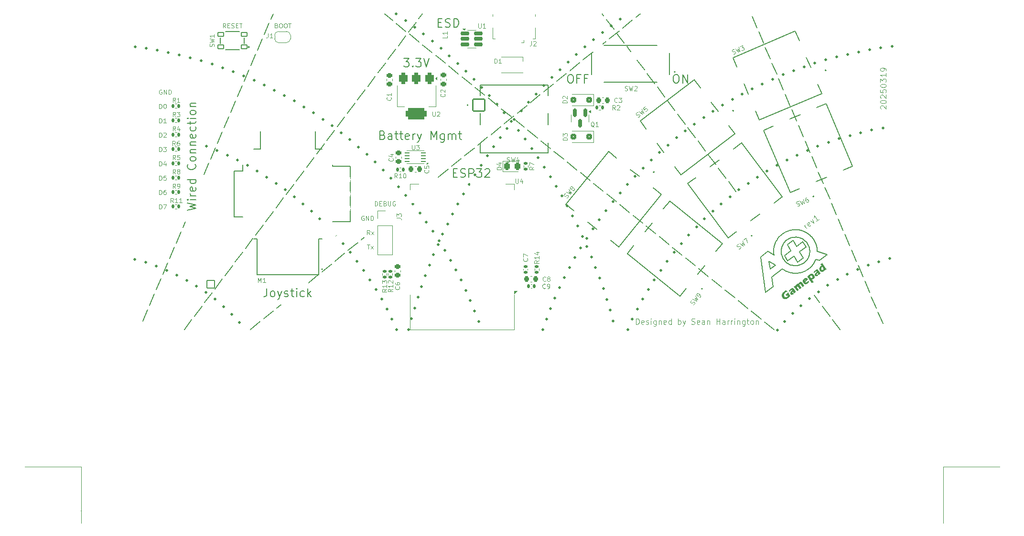
<source format=gbr>
%TF.GenerationSoftware,KiCad,Pcbnew,8.0.4*%
%TF.CreationDate,2025-03-19T10:06:25-07:00*%
%TF.ProjectId,aqp_controller,6171705f-636f-46e7-9472-6f6c6c65722e,rev0*%
%TF.SameCoordinates,Original*%
%TF.FileFunction,Legend,Top*%
%TF.FilePolarity,Positive*%
%FSLAX46Y46*%
G04 Gerber Fmt 4.6, Leading zero omitted, Abs format (unit mm)*
G04 Created by KiCad (PCBNEW 8.0.4) date 2025-03-19 10:06:25*
%MOMM*%
%LPD*%
G01*
G04 APERTURE LIST*
G04 Aperture macros list*
%AMRoundRect*
0 Rectangle with rounded corners*
0 $1 Rounding radius*
0 $2 $3 $4 $5 $6 $7 $8 $9 X,Y pos of 4 corners*
0 Add a 4 corners polygon primitive as box body*
4,1,4,$2,$3,$4,$5,$6,$7,$8,$9,$2,$3,0*
0 Add four circle primitives for the rounded corners*
1,1,$1+$1,$2,$3*
1,1,$1+$1,$4,$5*
1,1,$1+$1,$6,$7*
1,1,$1+$1,$8,$9*
0 Add four rect primitives between the rounded corners*
20,1,$1+$1,$2,$3,$4,$5,0*
20,1,$1+$1,$4,$5,$6,$7,0*
20,1,$1+$1,$6,$7,$8,$9,0*
20,1,$1+$1,$8,$9,$2,$3,0*%
%AMFreePoly0*
4,1,19,0.500000,-0.750000,0.000000,-0.750000,0.000000,-0.744911,-0.071157,-0.744911,-0.207708,-0.704816,-0.327430,-0.627875,-0.420627,-0.520320,-0.479746,-0.390866,-0.500000,-0.250000,-0.500000,0.250000,-0.479746,0.390866,-0.420627,0.520320,-0.327430,0.627875,-0.207708,0.704816,-0.071157,0.744911,0.000000,0.744911,0.000000,0.750000,0.500000,0.750000,0.500000,-0.750000,0.500000,-0.750000,
$1*%
%AMFreePoly1*
4,1,19,0.000000,0.744911,0.071157,0.744911,0.207708,0.704816,0.327430,0.627875,0.420627,0.520320,0.479746,0.390866,0.500000,0.250000,0.500000,-0.250000,0.479746,-0.390866,0.420627,-0.520320,0.327430,-0.627875,0.207708,-0.704816,0.071157,-0.744911,0.000000,-0.744911,0.000000,-0.750000,-0.500000,-0.750000,-0.500000,0.750000,0.000000,0.750000,0.000000,0.744911,0.000000,0.744911,
$1*%
G04 Aperture macros list end*
%ADD10C,0.200000*%
%ADD11C,0.100000*%
%ADD12C,0.500000*%
%ADD13C,0.120000*%
%ADD14C,0.127000*%
%ADD15RoundRect,0.243750X-0.243750X-0.456250X0.243750X-0.456250X0.243750X0.456250X-0.243750X0.456250X0*%
%ADD16RoundRect,0.225000X-0.250000X0.225000X-0.250000X-0.225000X0.250000X-0.225000X0.250000X0.225000X0*%
%ADD17RoundRect,0.102000X-1.050000X-1.050000X1.050000X-1.050000X1.050000X1.050000X-1.050000X1.050000X0*%
%ADD18C,2.304000*%
%ADD19RoundRect,0.135000X0.135000X0.185000X-0.135000X0.185000X-0.135000X-0.185000X0.135000X-0.185000X0*%
%ADD20RoundRect,0.135000X-0.185000X0.135000X-0.185000X-0.135000X0.185000X-0.135000X0.185000X0.135000X0*%
%ADD21C,2.154000*%
%ADD22C,1.712000*%
%ADD23RoundRect,0.225000X0.225000X0.250000X-0.225000X0.250000X-0.225000X-0.250000X0.225000X-0.250000X0*%
%ADD24RoundRect,0.102000X0.525000X0.325000X-0.525000X0.325000X-0.525000X-0.325000X0.525000X-0.325000X0*%
%ADD25R,1.700000X1.700000*%
%ADD26O,1.700000X1.700000*%
%ADD27RoundRect,0.102000X1.376798X-0.556262X0.556262X1.376798X-1.376798X0.556262X-0.556262X-1.376798X0*%
%ADD28C,1.982000*%
%ADD29C,2.490000*%
%ADD30RoundRect,0.135000X0.185000X-0.135000X0.185000X0.135000X-0.185000X0.135000X-0.185000X-0.135000X0*%
%ADD31R,1.000000X0.600000*%
%ADD32RoundRect,0.225000X-0.225000X-0.250000X0.225000X-0.250000X0.225000X0.250000X-0.225000X0.250000X0*%
%ADD33RoundRect,0.062500X0.337500X0.062500X-0.337500X0.062500X-0.337500X-0.062500X0.337500X-0.062500X0*%
%ADD34R,1.700000X1.400000*%
%ADD35RoundRect,0.102000X0.556262X1.376798X-1.376798X0.556262X-0.556262X-1.376798X1.376798X-0.556262X0*%
%ADD36RoundRect,0.250000X0.300000X0.300000X-0.300000X0.300000X-0.300000X-0.300000X0.300000X-0.300000X0*%
%ADD37RoundRect,0.102000X0.206662X1.470473X-1.470473X0.206662X-0.206662X-1.470473X1.470473X-0.206662X0*%
%ADD38RoundRect,0.225000X0.250000X-0.225000X0.250000X0.225000X-0.250000X0.225000X-0.250000X-0.225000X0*%
%ADD39RoundRect,0.140000X-0.170000X0.140000X-0.170000X-0.140000X0.170000X-0.140000X0.170000X0.140000X0*%
%ADD40RoundRect,0.150000X-0.650000X-0.150000X0.650000X-0.150000X0.650000X0.150000X-0.650000X0.150000X0*%
%ADD41FreePoly0,180.000000*%
%ADD42FreePoly1,180.000000*%
%ADD43R,0.400000X1.350000*%
%ADD44O,0.890000X1.550000*%
%ADD45R,1.200000X1.550000*%
%ADD46O,1.250000X0.950000*%
%ADD47R,1.500000X1.550000*%
%ADD48RoundRect,0.102000X1.470473X-0.206662X0.206662X1.470473X-1.470473X0.206662X-0.206662X-1.470473X0*%
%ADD49RoundRect,0.140000X0.140000X0.170000X-0.140000X0.170000X-0.140000X-0.170000X0.140000X-0.170000X0*%
%ADD50RoundRect,0.375000X-0.375000X0.625000X-0.375000X-0.625000X0.375000X-0.625000X0.375000X0.625000X0*%
%ADD51RoundRect,0.500000X-1.400000X0.500000X-1.400000X-0.500000X1.400000X-0.500000X1.400000X0.500000X0*%
%ADD52R,1.500000X0.900000*%
%ADD53R,0.900000X1.500000*%
%ADD54C,0.600000*%
%ADD55R,3.900000X3.900000*%
%ADD56RoundRect,0.150000X-0.150000X0.587500X-0.150000X-0.587500X0.150000X-0.587500X0.150000X0.587500X0*%
%ADD57RoundRect,0.102000X1.476790X0.155217X-0.155217X1.476790X-1.476790X-0.155217X0.155217X-1.476790X0*%
%ADD58RoundRect,0.102000X-0.155217X1.476790X-1.476790X-0.155217X0.155217X-1.476790X1.476790X0.155217X0*%
%ADD59R,0.400000X0.900000*%
%ADD60RoundRect,0.135000X-0.135000X-0.185000X0.135000X-0.185000X0.135000X0.185000X-0.135000X0.185000X0*%
%ADD61RoundRect,0.102000X-0.654000X0.654000X-0.654000X-0.654000X0.654000X-0.654000X0.654000X0.654000X0*%
%ADD62C,1.512000*%
G04 APERTURE END LIST*
D10*
X196594145Y-115900018D02*
X196379828Y-116045171D01*
X196156274Y-116165657D01*
X195925261Y-116261724D01*
X195688570Y-116333624D01*
X195447980Y-116381606D01*
X195205271Y-116405920D01*
X194962223Y-116406817D01*
X194720617Y-116384547D01*
X194482231Y-116339359D01*
X194248846Y-116271504D01*
X194022241Y-116181233D01*
X193804197Y-116068795D01*
X193596493Y-115934440D01*
X193400909Y-115778418D01*
X193219225Y-115600981D01*
X193053221Y-115402377D01*
D11*
X68500000Y-152000000D02*
X68500000Y-162000000D01*
D12*
X165350001Y-127700000D02*
X165350001Y-127700000D01*
X166177279Y-125879216D02*
X166177279Y-125879216D01*
X167063845Y-124086553D02*
X167063845Y-124086553D01*
X168008744Y-122323939D02*
X168008744Y-122323939D01*
X169010959Y-120593273D02*
X169010959Y-120593273D01*
X170069411Y-118896417D02*
X170069411Y-118896417D01*
X171182960Y-117235198D02*
X171182960Y-117235198D01*
X172350408Y-115611404D02*
X172350408Y-115611404D01*
X173570499Y-114026784D02*
X173570499Y-114026784D01*
X174841918Y-112483043D02*
X174841918Y-112483043D01*
X176163296Y-110981844D02*
X176163296Y-110981844D01*
X177533212Y-109524802D02*
X177533212Y-109524802D01*
X178950191Y-108113486D02*
X178950191Y-108113486D01*
X180412706Y-106749415D02*
X180412706Y-106749415D01*
X181919185Y-105434058D02*
X181919185Y-105434058D01*
X183468004Y-104168831D02*
X183468004Y-104168831D01*
X185057497Y-102955095D02*
X185057497Y-102955095D01*
X186685952Y-101794158D02*
X186685952Y-101794158D01*
X188351616Y-100687269D02*
X188351616Y-100687269D01*
X190052697Y-99635620D02*
X190052697Y-99635620D01*
X191787363Y-98640343D02*
X191787363Y-98640343D01*
X193553746Y-97702510D02*
X193553746Y-97702510D01*
X195349945Y-96823129D02*
X195349945Y-96823129D01*
X197174026Y-96003148D02*
X197174026Y-96003148D01*
X199024026Y-95243449D02*
X199024026Y-95243449D01*
X200897953Y-94544851D02*
X200897953Y-94544851D01*
X202793789Y-93908105D02*
X202793789Y-93908105D01*
X204709494Y-93333897D02*
X204709494Y-93333897D01*
X206643006Y-92822845D02*
X206643006Y-92822845D01*
X208592242Y-92375499D02*
X208592242Y-92375499D01*
X210555105Y-91992341D02*
X210555105Y-91992341D01*
D10*
X90250000Y-100225000D02*
X91122193Y-98205278D01*
X91439354Y-97470833D02*
X92311548Y-95451110D01*
X92628709Y-94716666D02*
X93500902Y-92696943D01*
X93818063Y-91962499D02*
X94690257Y-89942776D01*
X95007418Y-89208332D02*
X95879611Y-87188609D01*
X96196772Y-86454165D02*
X97068966Y-84434442D01*
X97386127Y-83699998D02*
X98258320Y-81680275D01*
X98575481Y-80945831D02*
X99447674Y-78926108D01*
X99764836Y-78191664D02*
X100637029Y-76171941D01*
X100954190Y-75437497D02*
X101826383Y-73417774D01*
X102143544Y-72683330D02*
X102524999Y-71800000D01*
X86775000Y-127725000D02*
X88099390Y-125968301D01*
X88580986Y-125329501D02*
X89905375Y-123572802D01*
X90386972Y-122934002D02*
X91711361Y-121177303D01*
X92192957Y-120538503D02*
X93517347Y-118781804D01*
X93998943Y-118143004D02*
X95323333Y-116386305D01*
X95804929Y-115747505D02*
X97129319Y-113990806D01*
X97610915Y-113352006D02*
X98935304Y-111595307D01*
X99416901Y-110956507D02*
X100741290Y-109199808D01*
X101222887Y-108561008D02*
X102547276Y-106804309D01*
X103028872Y-106165509D02*
X104353262Y-104408810D01*
X104834858Y-103770010D02*
X106159248Y-102013311D01*
X106640844Y-101374511D02*
X107965234Y-99617812D01*
X108446830Y-98979013D02*
X109771219Y-97222313D01*
X110252816Y-96583514D02*
X111577205Y-94826814D01*
X112058801Y-94188015D02*
X113383191Y-92431315D01*
X113864787Y-91792516D02*
X115189177Y-90035816D01*
X115670773Y-89397017D02*
X116995163Y-87640317D01*
X117476759Y-87001518D02*
X118801148Y-85244819D01*
X119282745Y-84606019D02*
X120607134Y-82849320D01*
X121088730Y-82210520D02*
X122413120Y-80453821D01*
X122894716Y-79815021D02*
X124219106Y-78058322D01*
X124700702Y-77419522D02*
X126025092Y-75662823D01*
X126506688Y-75024023D02*
X127831077Y-73267324D01*
X128312674Y-72628524D02*
X128975000Y-71750000D01*
X195266527Y-113005803D02*
X196402573Y-112149732D01*
X196931694Y-113092680D01*
X195795649Y-113948751D01*
X196414618Y-115051823D01*
X195425234Y-115797377D01*
X194806195Y-114694358D01*
X193670007Y-115550537D01*
X193140886Y-114607589D01*
X194277073Y-113751411D01*
X193658104Y-112648339D01*
X194647558Y-111902732D01*
X195266527Y-113005803D01*
X131800000Y-100700000D02*
X133510301Y-99316211D01*
X134132228Y-98813015D02*
X135842529Y-97429227D01*
X136464457Y-96926031D02*
X138174757Y-95542242D01*
X138796685Y-95039046D02*
X140506986Y-93655257D01*
X141128913Y-93152061D02*
X142839214Y-91768272D01*
X143461141Y-91265077D02*
X145171442Y-89881288D01*
X145793370Y-89378092D02*
X147503670Y-87994303D01*
X148125598Y-87491107D02*
X149835899Y-86107318D01*
X150457826Y-85604122D02*
X152168127Y-84220334D01*
X152790055Y-83717138D02*
X154500355Y-82333349D01*
X155122283Y-81830153D02*
X156832584Y-80446364D01*
X157454511Y-79943168D02*
X159164812Y-78559380D01*
X159786739Y-78056184D02*
X161497040Y-76672395D01*
X162118968Y-76169199D02*
X163829268Y-74785410D01*
X164451196Y-74282214D02*
X166161497Y-72898425D01*
X166783424Y-72395230D02*
X167550000Y-71775000D01*
D11*
X68475000Y-159825000D02*
X68475000Y-159825000D01*
D10*
X202975000Y-127725000D02*
X201650397Y-125968462D01*
X201168723Y-125329720D02*
X199844121Y-123573182D01*
X199362447Y-122934440D02*
X198375001Y-121625000D01*
D11*
X231250000Y-152000000D02*
X221250000Y-152000000D01*
D12*
X78050000Y-77625000D02*
X78050000Y-77625000D01*
X80030081Y-77906138D02*
X80030081Y-77906138D01*
X82001961Y-78239982D02*
X82001961Y-78239982D01*
X83964237Y-78626295D02*
X83964237Y-78626295D01*
X85915512Y-79064802D02*
X85915512Y-79064802D01*
X87854399Y-79555190D02*
X87854399Y-79555190D01*
X89779518Y-80097112D02*
X89779518Y-80097112D01*
X91689500Y-80690181D02*
X91689500Y-80690181D01*
X93582987Y-81333976D02*
X93582987Y-81333976D01*
X95458631Y-82028038D02*
X95458631Y-82028038D01*
X97315098Y-82771875D02*
X97315098Y-82771875D01*
X99151067Y-83564956D02*
X99151067Y-83564956D01*
X100965234Y-84406718D02*
X100965234Y-84406718D01*
X102756306Y-85296562D02*
X102756306Y-85296562D01*
X104523011Y-86233855D02*
X104523011Y-86233855D01*
X106264091Y-87217930D02*
X106264091Y-87217930D01*
X107978308Y-88248087D02*
X107978308Y-88248087D01*
X109664442Y-89323594D02*
X109664442Y-89323594D01*
X111321294Y-90443685D02*
X111321294Y-90443685D01*
X112947685Y-91607563D02*
X112947685Y-91607563D01*
X114542460Y-92814402D02*
X114542460Y-92814402D01*
X116104482Y-94063341D02*
X116104482Y-94063341D01*
X117632641Y-95353493D02*
X117632641Y-95353493D01*
X119125850Y-96683940D02*
X119125850Y-96683940D01*
X120583047Y-98053736D02*
X120583047Y-98053736D01*
X122003194Y-99461906D02*
X122003194Y-99461906D01*
X123385283Y-100907449D02*
X123385283Y-100907449D01*
X124728330Y-102389336D02*
X124728330Y-102389336D01*
X126031379Y-103906512D02*
X126031379Y-103906512D01*
X127293504Y-105457900D02*
X127293504Y-105457900D01*
X128513806Y-107042396D02*
X128513806Y-107042396D01*
X129691418Y-108658871D02*
X129691418Y-108658871D01*
X130825502Y-110306177D02*
X130825502Y-110306177D01*
X131915251Y-111983141D02*
X131915251Y-111983141D01*
X132959891Y-113688571D02*
X132959891Y-113688571D01*
X133958677Y-115421254D02*
X133958677Y-115421254D01*
X134910900Y-117179956D02*
X134910900Y-117179956D01*
X135815882Y-118963428D02*
X135815882Y-118963428D01*
X136672979Y-120770399D02*
X136672979Y-120770399D01*
X137481583Y-122599586D02*
X137481583Y-122599586D01*
X138241116Y-124449686D02*
X138241116Y-124449686D01*
X138951040Y-126319384D02*
X138951040Y-126319384D01*
D10*
X184550000Y-103275000D02*
X183226028Y-101517986D01*
X182744584Y-100879071D02*
X181420613Y-99122057D01*
X180939168Y-98483143D02*
X179615197Y-96726129D01*
X179133753Y-96087214D02*
X177809781Y-94330200D01*
X177328337Y-93691286D02*
X176004365Y-91934271D01*
X175522921Y-91295357D02*
X174198949Y-89538343D01*
X173717505Y-88899428D02*
X172393534Y-87142414D01*
X171912089Y-86503500D02*
X170588118Y-84746486D01*
X170106674Y-84107571D02*
X168782702Y-82350557D01*
X168301258Y-81711643D02*
X166977286Y-79954628D01*
X166495842Y-79315714D02*
X165171870Y-77558700D01*
X164690426Y-76919786D02*
X163366455Y-75162771D01*
X162885010Y-74523857D02*
X161561039Y-72766843D01*
X161079595Y-72127928D02*
X160808707Y-71768438D01*
X210550000Y-126650000D02*
X209688612Y-124625646D01*
X209375380Y-123889517D02*
X208513992Y-121865162D01*
X208200760Y-121129034D02*
X207339372Y-119104679D01*
X207026139Y-118368550D02*
X206164751Y-116344196D01*
X205851519Y-115608067D02*
X204990131Y-113583713D01*
X204676899Y-112847584D02*
X203815511Y-110823230D01*
X203502279Y-110087101D02*
X202640891Y-108062747D01*
X202327659Y-107326618D02*
X201466271Y-105302263D01*
X201153039Y-104566134D02*
X200291650Y-102541780D01*
X199978418Y-101805651D02*
X199117030Y-99781297D01*
X198803798Y-99045168D02*
X197942410Y-97020814D01*
X197629178Y-96284685D02*
X196767790Y-94260331D01*
X196454558Y-93524202D02*
X195593170Y-91499847D01*
X195279938Y-90763719D02*
X194418550Y-88739364D01*
X194105317Y-88003235D02*
X193243929Y-85978881D01*
X192930697Y-85242752D02*
X192069309Y-83218398D01*
X191756077Y-82482269D02*
X190894689Y-80457915D01*
X190581457Y-79721786D02*
X189720069Y-77697431D01*
X189406837Y-76961303D02*
X188545449Y-74936948D01*
X188232217Y-74200819D02*
X187370828Y-72176465D01*
X191532631Y-116323001D02*
X190624880Y-117007040D01*
X190392454Y-115594276D01*
X191532631Y-116323001D01*
D12*
X126523686Y-127749999D02*
X126523686Y-127749999D01*
X127039471Y-125817688D02*
X127039471Y-125817688D01*
X127594669Y-123896330D02*
X127594669Y-123896330D01*
X128189048Y-121986729D02*
X128189048Y-121986729D01*
X128822358Y-120089684D02*
X128822358Y-120089684D01*
X129494335Y-118205989D02*
X129494335Y-118205989D01*
X130204697Y-116336432D02*
X130204697Y-116336432D01*
X130953148Y-114481794D02*
X130953148Y-114481794D01*
X131739374Y-112642851D02*
X131739374Y-112642851D01*
X132563047Y-110820374D02*
X132563047Y-110820374D01*
X133423821Y-109015124D02*
X133423821Y-109015124D01*
X134321337Y-107227856D02*
X134321337Y-107227856D01*
X135255220Y-105459319D02*
X135255220Y-105459319D01*
X136225078Y-103710251D02*
X136225078Y-103710251D01*
X137230505Y-101981386D02*
X137230505Y-101981386D01*
X138271082Y-100273446D02*
X138271082Y-100273446D01*
X139346373Y-98587145D02*
X139346373Y-98587145D01*
X140455928Y-96923189D02*
X140455928Y-96923189D01*
X141599282Y-95282274D02*
X141599282Y-95282274D01*
X142775958Y-93665087D02*
X142775958Y-93665087D01*
X143985464Y-92072305D02*
X143985464Y-92072305D01*
X145227292Y-90504592D02*
X145227292Y-90504592D01*
X146500925Y-88962606D02*
X146500925Y-88962606D01*
X147805828Y-87446992D02*
X147805828Y-87446992D01*
X149141457Y-85958382D02*
X149141457Y-85958382D01*
X150507252Y-84497402D02*
X150507252Y-84497402D01*
X151902641Y-83064660D02*
X151902641Y-83064660D01*
X153327042Y-81660757D02*
X153327042Y-81660757D01*
X154779858Y-80286281D02*
X154779858Y-80286281D01*
X156260482Y-78941805D02*
X156260482Y-78941805D01*
X157768294Y-77627894D02*
X157768294Y-77627894D01*
X159302663Y-76345095D02*
X159302663Y-76345095D01*
X160862947Y-75093946D02*
X160862947Y-75093946D01*
X162448494Y-73874971D02*
X162448494Y-73874971D01*
X164058641Y-72688679D02*
X164058641Y-72688679D01*
X150275000Y-127725000D02*
X150275000Y-127725000D01*
X150947383Y-125841475D02*
X150947383Y-125841475D01*
X151669741Y-123976546D02*
X151669741Y-123976546D01*
X152441561Y-122131537D02*
X152441561Y-122131537D01*
X153262293Y-120307760D02*
X153262293Y-120307760D01*
X154131354Y-118506512D02*
X154131354Y-118506512D01*
X155048127Y-116729072D02*
X155048127Y-116729072D01*
X156011959Y-114976705D02*
X156011959Y-114976705D01*
X157022166Y-113250656D02*
X157022166Y-113250656D01*
X158078029Y-111552152D02*
X158078029Y-111552152D01*
X159178798Y-109882400D02*
X159178798Y-109882400D01*
X160323690Y-108242588D02*
X160323690Y-108242588D01*
X161511892Y-106633881D02*
X161511892Y-106633881D01*
X162742559Y-105057422D02*
X162742559Y-105057422D01*
X164014815Y-103514332D02*
X164014815Y-103514332D01*
X165327758Y-102005709D02*
X165327758Y-102005709D01*
X166680453Y-100532623D02*
X166680453Y-100532623D01*
X168071938Y-99096124D02*
X168071938Y-99096124D01*
X169501226Y-97697231D02*
X169501226Y-97697231D01*
X170967299Y-96336940D02*
X170967299Y-96336940D01*
X172469115Y-95016216D02*
X172469115Y-95016216D01*
X174005607Y-93736000D02*
X174005607Y-93736000D01*
X175575683Y-92497200D02*
X175575683Y-92497200D01*
X177178227Y-91300699D02*
X177178227Y-91300699D01*
X178812099Y-90147345D02*
X178812099Y-90147345D01*
X180476139Y-89037959D02*
X180476139Y-89037959D01*
X182169162Y-87973330D02*
X182169162Y-87973330D01*
X183889966Y-86954215D02*
X183889966Y-86954215D01*
X185637327Y-85981337D02*
X185637327Y-85981337D01*
X187410004Y-85055388D02*
X187410004Y-85055388D01*
X189206736Y-84177028D02*
X189206736Y-84177028D01*
X191026246Y-83346879D02*
X191026246Y-83346879D01*
X192867240Y-82565532D02*
X192867240Y-82565532D01*
X194728411Y-81833543D02*
X194728411Y-81833543D01*
X196608434Y-81151432D02*
X196608434Y-81151432D01*
X198505974Y-80519684D02*
X198505974Y-80519684D01*
X200419681Y-79938747D02*
X200419681Y-79938747D01*
X202348196Y-79409035D02*
X202348196Y-79409035D01*
X204290146Y-78930925D02*
X204290146Y-78930925D01*
X206244153Y-78504756D02*
X206244153Y-78504756D01*
X208208827Y-78130831D02*
X208208827Y-78130831D01*
X210182771Y-77809416D02*
X210182771Y-77809416D01*
X212164583Y-77540739D02*
X212164583Y-77540739D01*
X191850000Y-127825000D02*
X191850000Y-127825000D01*
X193160254Y-126314267D02*
X193160254Y-126314267D01*
X194548045Y-124874435D02*
X194548045Y-124874435D01*
X196009541Y-123509477D02*
X196009541Y-123509477D01*
X197540707Y-122223161D02*
X197540707Y-122223161D01*
X199137319Y-121019038D02*
X199137319Y-121019038D01*
X200794967Y-119900431D02*
X200794967Y-119900431D01*
X202509077Y-118870429D02*
X202509077Y-118870429D01*
X204274918Y-117931873D02*
X204274918Y-117931873D01*
X206087615Y-117087355D02*
X206087615Y-117087355D01*
X207942164Y-116339207D02*
X207942164Y-116339207D01*
X209833447Y-115689492D02*
X209833447Y-115689492D01*
X211756243Y-115140005D02*
X211756243Y-115140005D01*
D11*
X68500000Y-152000000D02*
X58500000Y-152000000D01*
X221250000Y-152000000D02*
X221250000Y-162000000D01*
D12*
X124350000Y-71775000D02*
X124350000Y-71775000D01*
X125979610Y-72934409D02*
X125979610Y-72934409D01*
X127585159Y-74126916D02*
X127585159Y-74126916D01*
X129165975Y-75352021D02*
X129165975Y-75352021D01*
X130721395Y-76609211D02*
X130721395Y-76609211D01*
X132250770Y-77897959D02*
X132250770Y-77897959D01*
X133753459Y-79217727D02*
X133753459Y-79217727D01*
X135228832Y-80567962D02*
X135228832Y-80567962D01*
X136676273Y-81948098D02*
X136676273Y-81948098D01*
X138095175Y-83357559D02*
X138095175Y-83357559D01*
X139484944Y-84795753D02*
X139484944Y-84795753D01*
X140844999Y-86262079D02*
X140844999Y-86262079D01*
X142174769Y-87755923D02*
X142174769Y-87755923D01*
X143473700Y-89276659D02*
X143473700Y-89276659D01*
X144741246Y-90823652D02*
X144741246Y-90823652D01*
X145976877Y-92396254D02*
X145976877Y-92396254D01*
X147180077Y-93993806D02*
X147180077Y-93993806D01*
X148350341Y-95615639D02*
X148350341Y-95615639D01*
X149487179Y-97261075D02*
X149487179Y-97261075D01*
X150590116Y-98929424D02*
X150590116Y-98929424D01*
X151658689Y-100619990D02*
X151658689Y-100619990D01*
X152692453Y-102332063D02*
X152692453Y-102332063D01*
X153690973Y-104064927D02*
X153690973Y-104064927D01*
X154653832Y-105817857D02*
X154653832Y-105817857D01*
X155580626Y-107590118D02*
X155580626Y-107590118D01*
X156470969Y-109380970D02*
X156470969Y-109380970D01*
X157324487Y-111189663D02*
X157324487Y-111189663D01*
X158140822Y-113015438D02*
X158140822Y-113015438D01*
X158919634Y-114857533D02*
X158919634Y-114857533D01*
X159660596Y-116715176D02*
X159660596Y-116715176D01*
X160363398Y-118587589D02*
X160363398Y-118587589D01*
X161027745Y-120473988D02*
X161027745Y-120473988D01*
X161653360Y-122373584D02*
X161653360Y-122373584D01*
X162239981Y-124285582D02*
X162239981Y-124285582D01*
X162787363Y-126209182D02*
X162787363Y-126209182D01*
D10*
X193550869Y-111861454D02*
X193765184Y-111716300D01*
X193988738Y-111595815D01*
X194219750Y-111499748D01*
X194456441Y-111427849D01*
X194697030Y-111379867D01*
X194939739Y-111355553D01*
X195182786Y-111354656D01*
X195424392Y-111376927D01*
X195662778Y-111422114D01*
X195896163Y-111489969D01*
X196122768Y-111580241D01*
X196340812Y-111692679D01*
X196548516Y-111827034D01*
X196744100Y-111983055D01*
X196925784Y-112160493D01*
X197091789Y-112359098D01*
X108825000Y-119400000D02*
X110530989Y-118010899D01*
X111151349Y-117505772D02*
X112857338Y-116116671D01*
X113477698Y-115611544D02*
X115183687Y-114222443D01*
X115804047Y-113717315D02*
X117510036Y-112328215D01*
X118130396Y-111823087D02*
X118649999Y-111400000D01*
X195138831Y-110014603D02*
X195258843Y-110018515D01*
X195378701Y-110026140D01*
X195498313Y-110037476D01*
X195617589Y-110052524D01*
X195736435Y-110071281D01*
X195854761Y-110093746D01*
X195972475Y-110119919D01*
X196089484Y-110149797D01*
X196205699Y-110183379D01*
X196321026Y-110220664D01*
X196435375Y-110261651D01*
X196677553Y-110362387D01*
X196682088Y-110364483D01*
X196721901Y-110382984D01*
X196741746Y-110392407D01*
X196761550Y-110401946D01*
X196781312Y-110411601D01*
X196801032Y-110421371D01*
X196820708Y-110431258D01*
X196840341Y-110441262D01*
X196859929Y-110451382D01*
X196879472Y-110461621D01*
X196898969Y-110471976D01*
X196918421Y-110482449D01*
X196937825Y-110493040D01*
X196957182Y-110503749D01*
X196976490Y-110514577D01*
X196995750Y-110525523D01*
X197014959Y-110536587D01*
X197034119Y-110547772D01*
X197053229Y-110559075D01*
X197072288Y-110570499D01*
X197091295Y-110582041D01*
X197110249Y-110593705D01*
X197129150Y-110605489D01*
X197147998Y-110617393D01*
X197166791Y-110629419D01*
X197185530Y-110641564D01*
X197204213Y-110653832D01*
X197222840Y-110666221D01*
X197241410Y-110678733D01*
X197259922Y-110691366D01*
X197278377Y-110704122D01*
X197296774Y-110717001D01*
X197341062Y-110748851D01*
X197363105Y-110765067D01*
X197385076Y-110781473D01*
X197406971Y-110798067D01*
X197428790Y-110814850D01*
X197450528Y-110831816D01*
X197472183Y-110848965D01*
X197493753Y-110866294D01*
X197515233Y-110883803D01*
X197536622Y-110901487D01*
X197557915Y-110919346D01*
X197579112Y-110937377D01*
X197600207Y-110955578D01*
X197621200Y-110973947D01*
X197642087Y-110992482D01*
X197662865Y-111011183D01*
X197683530Y-111030044D01*
X197704082Y-111049065D01*
X197724516Y-111068244D01*
X197744828Y-111087579D01*
X197765018Y-111107068D01*
X197785083Y-111126709D01*
X197805017Y-111146499D01*
X197824820Y-111166436D01*
X197844488Y-111186520D01*
X197864018Y-111206746D01*
X197883409Y-111227114D01*
X197902655Y-111247622D01*
X197921755Y-111268266D01*
X197940706Y-111289047D01*
X197959506Y-111309959D01*
X198037767Y-111400420D01*
X198075687Y-111446355D01*
X198112800Y-111492749D01*
X198149106Y-111539590D01*
X198184604Y-111586869D01*
X198219293Y-111634576D01*
X198253174Y-111682701D01*
X198286247Y-111731234D01*
X198318508Y-111780167D01*
X198349962Y-111829488D01*
X198380604Y-111879189D01*
X198410436Y-111929259D01*
X198439457Y-111979688D01*
X198467667Y-112030467D01*
X198495066Y-112081587D01*
X198521652Y-112133037D01*
X198547426Y-112184807D01*
X198572387Y-112236888D01*
X198596535Y-112289270D01*
X198619870Y-112341944D01*
X198642391Y-112394898D01*
X198664097Y-112448124D01*
X198684989Y-112501613D01*
X198705065Y-112555353D01*
X198724326Y-112609336D01*
X198742772Y-112663551D01*
X198760401Y-112717989D01*
X198777214Y-112772640D01*
X198793210Y-112827494D01*
X198808389Y-112882543D01*
X198822751Y-112937774D01*
X198822895Y-112937984D01*
X198823356Y-112940091D01*
X198836704Y-112994802D01*
X198843083Y-113022218D01*
X198849266Y-113049671D01*
X198855251Y-113077162D01*
X198861037Y-113104688D01*
X198866626Y-113132250D01*
X198872017Y-113159845D01*
X198877208Y-113187473D01*
X198882200Y-113215133D01*
X198886992Y-113242822D01*
X198891584Y-113270543D01*
X198895977Y-113298291D01*
X198900168Y-113326065D01*
X198904158Y-113353866D01*
X198907947Y-113381692D01*
X198911535Y-113409541D01*
X198914920Y-113437414D01*
X198918103Y-113465308D01*
X198921083Y-113493222D01*
X198923860Y-113521157D01*
X198926433Y-113549109D01*
X198928802Y-113577078D01*
X198930968Y-113605062D01*
X198932928Y-113633063D01*
X198934683Y-113661077D01*
X198936235Y-113689104D01*
X198937579Y-113717142D01*
X198938718Y-113745191D01*
X198939650Y-113773249D01*
X198940376Y-113801316D01*
X198940895Y-113829390D01*
X198938138Y-113825731D01*
X198938605Y-113837422D01*
X200703159Y-114478550D01*
X199349532Y-115498580D01*
X198684766Y-115256958D01*
X198634117Y-115383558D01*
X198607186Y-115446039D01*
X198579196Y-115507960D01*
X198550153Y-115569309D01*
X198520067Y-115630074D01*
X198488947Y-115690245D01*
X198456800Y-115749810D01*
X198423636Y-115808757D01*
X198389461Y-115867077D01*
X198354285Y-115924756D01*
X198318117Y-115981785D01*
X198280963Y-116038151D01*
X198242834Y-116093844D01*
X198203737Y-116148852D01*
X198163680Y-116203164D01*
X198122673Y-116256769D01*
X198080723Y-116309655D01*
X198037838Y-116361812D01*
X197994029Y-116413226D01*
X197949301Y-116463890D01*
X197903664Y-116513788D01*
X197857127Y-116562913D01*
X197809698Y-116611251D01*
X197761385Y-116658792D01*
X197712196Y-116705524D01*
X197662139Y-116751435D01*
X197611225Y-116796516D01*
X197559460Y-116840754D01*
X197506853Y-116884139D01*
X197453412Y-116926658D01*
X197399147Y-116968301D01*
X197137536Y-117148935D01*
X197002511Y-117230275D01*
X196864934Y-117305630D01*
X196725000Y-117375000D01*
X196582905Y-117438385D01*
X196438841Y-117495786D01*
X196293008Y-117547203D01*
X196145597Y-117592634D01*
X195996805Y-117632081D01*
X195846828Y-117665545D01*
X195695861Y-117693024D01*
X195544099Y-117714518D01*
X195391736Y-117730029D01*
X195238970Y-117739556D01*
X195085993Y-117743097D01*
X194933003Y-117740656D01*
X194780193Y-117732231D01*
X194627761Y-117717822D01*
X194475900Y-117697429D01*
X194324806Y-117671053D01*
X194174675Y-117638693D01*
X194025701Y-117600349D01*
X193878079Y-117556022D01*
X193732007Y-117505711D01*
X193587677Y-117449418D01*
X193445285Y-117387141D01*
X193305028Y-117318881D01*
X193167099Y-117244637D01*
X193031696Y-117164412D01*
X192899011Y-117078203D01*
X192769242Y-116986010D01*
X190858307Y-118426003D01*
X191134787Y-120106710D01*
X189800070Y-121112492D01*
X188897924Y-114843506D01*
X190228384Y-113840933D01*
X191256682Y-114507623D01*
X191222010Y-114240442D01*
X191211603Y-114107190D01*
X191205765Y-113974292D01*
X191204459Y-113841846D01*
X191207648Y-113709950D01*
X191215292Y-113578701D01*
X191227357Y-113448196D01*
X191243803Y-113318533D01*
X191264593Y-113189809D01*
X191289691Y-113062120D01*
X191319058Y-112935567D01*
X191352657Y-112810243D01*
X191390451Y-112686247D01*
X191432401Y-112563679D01*
X191478472Y-112442632D01*
X191528625Y-112323207D01*
X191582822Y-112205497D01*
X191641027Y-112089605D01*
X191703202Y-111975624D01*
X191769309Y-111863653D01*
X191839311Y-111753789D01*
X191913171Y-111646130D01*
X191990851Y-111540772D01*
X192072313Y-111437814D01*
X192157520Y-111337352D01*
X192246436Y-111239484D01*
X192339021Y-111144308D01*
X192435239Y-111051919D01*
X192535052Y-110962416D01*
X192638423Y-110875897D01*
X192745316Y-110792459D01*
X192951237Y-110647482D01*
X193056762Y-110580601D01*
X193163874Y-110517457D01*
X193272481Y-110458050D01*
X193382493Y-110402378D01*
X193493817Y-110350439D01*
X193606362Y-110302233D01*
X193720036Y-110257757D01*
X193834747Y-110217012D01*
X193950404Y-110179993D01*
X194066916Y-110146703D01*
X194184189Y-110117138D01*
X194302134Y-110091299D01*
X194420658Y-110069182D01*
X194539669Y-110050787D01*
X194659076Y-110036115D01*
X194778788Y-110025161D01*
X194898711Y-110017925D01*
X195018757Y-110014406D01*
X195138831Y-110014603D01*
X191300000Y-127750000D02*
X189590696Y-126364981D01*
X188969130Y-125861337D02*
X187259826Y-124476318D01*
X186638261Y-123972675D02*
X184928956Y-122587655D01*
X184307391Y-122084012D02*
X182598087Y-120698993D01*
X181976521Y-120195349D02*
X180267217Y-118810330D01*
X179645652Y-118306687D02*
X177936347Y-116921667D01*
X177314782Y-116418024D02*
X175605478Y-115033005D01*
X174983912Y-114529361D02*
X173274608Y-113144342D01*
X172653043Y-112640699D02*
X170943738Y-111255679D01*
X170322173Y-110752036D02*
X168612869Y-109367017D01*
X167991303Y-108863373D02*
X166281999Y-107478354D01*
X165660434Y-106974711D02*
X163951129Y-105589691D01*
X163329564Y-105086048D02*
X161620260Y-103701029D01*
X160998695Y-103197385D02*
X159289390Y-101812366D01*
X158667825Y-101308723D02*
X156958520Y-99923703D01*
X156336955Y-99420060D02*
X154627651Y-98035041D01*
X154006086Y-97531397D02*
X152296781Y-96146378D01*
X151675216Y-95642735D02*
X149965911Y-94257715D01*
X149344346Y-93754072D02*
X147635042Y-92369053D01*
X147013477Y-91865409D02*
X145304172Y-90480390D01*
X144682607Y-89976747D02*
X142973303Y-88591727D01*
X142351737Y-88088084D02*
X140642433Y-86703065D01*
X140020868Y-86199421D02*
X138311563Y-84814402D01*
X137689998Y-84310759D02*
X135980694Y-82925739D01*
X135359128Y-82422096D02*
X133649824Y-81037077D01*
X133028259Y-80533433D02*
X131318954Y-79148414D01*
X130697389Y-78644771D02*
X128988085Y-77259751D01*
X128366519Y-76756108D02*
X126657215Y-75371089D01*
X126035650Y-74867445D02*
X124326345Y-73482426D01*
X123704780Y-72978783D02*
X122250001Y-71800000D01*
X193053221Y-115402377D02*
X192908067Y-115188060D01*
X192787582Y-114964506D01*
X192691514Y-114733493D01*
X192619615Y-114496802D01*
X192571634Y-114256212D01*
X192547320Y-114013503D01*
X192546424Y-113770456D01*
X192568695Y-113528849D01*
X192613883Y-113290464D01*
X192681738Y-113057078D01*
X192772010Y-112830474D01*
X192884449Y-112612430D01*
X193018804Y-112404726D01*
X193174826Y-112209142D01*
X193352264Y-112027458D01*
X193550869Y-111861454D01*
D12*
X90734681Y-95241739D02*
X90734681Y-95241739D01*
X92584588Y-96001662D02*
X92584588Y-96001662D01*
X94408572Y-96821860D02*
X94408572Y-96821860D01*
X96204668Y-97701449D02*
X96204668Y-97701449D01*
X97970945Y-98639484D02*
X97970945Y-98639484D01*
X99705500Y-99634954D02*
X99705500Y-99634954D01*
X101406466Y-100686788D02*
X101406466Y-100686788D01*
X103072013Y-101793853D02*
X103072013Y-101793853D01*
X104700348Y-102954959D02*
X104700348Y-102954959D01*
X106289718Y-104168855D02*
X106289718Y-104168855D01*
X107838413Y-105434235D02*
X107838413Y-105434235D01*
X109344765Y-106749736D02*
X109344765Y-106749736D01*
X110807154Y-108113943D02*
X110807154Y-108113943D01*
X112224004Y-109525388D02*
X112224004Y-109525388D01*
X113593792Y-110982551D02*
X113593792Y-110982551D01*
X114915042Y-112483863D02*
X114915042Y-112483863D01*
X116186333Y-114027709D02*
X116186333Y-114027709D01*
X117406296Y-115612427D02*
X117406296Y-115612427D01*
X118573618Y-117236312D02*
X118573618Y-117236312D01*
X119687042Y-118897615D02*
X119687042Y-118897615D01*
X120745371Y-120594548D02*
X120745371Y-120594548D01*
X121747464Y-122325284D02*
X121747464Y-122325284D01*
X122692244Y-124087962D02*
X122692244Y-124087962D01*
X123578694Y-125880683D02*
X123578694Y-125880683D01*
X124405858Y-127701518D02*
X124405858Y-127701518D01*
D10*
X197091789Y-112359098D02*
X197236942Y-112573414D01*
X197357427Y-112796968D01*
X197453495Y-113027981D01*
X197525394Y-113264672D01*
X197573375Y-113505262D01*
X197597689Y-113747970D01*
X197598586Y-113991018D01*
X197576315Y-114232624D01*
X197531127Y-114471010D01*
X197463272Y-114704395D01*
X197373000Y-114930999D01*
X197260562Y-115149043D01*
X197126207Y-115356747D01*
X196970186Y-115552330D01*
X196792748Y-115734014D01*
X196594145Y-115900018D01*
X79450000Y-126175000D02*
X80319401Y-124154074D01*
X80635547Y-123419192D02*
X81504948Y-121398266D01*
X81821094Y-120663384D02*
X82690495Y-118642458D01*
X83006641Y-117907576D02*
X83876042Y-115886650D01*
X84192188Y-115151768D02*
X85061589Y-113130842D01*
X85377735Y-112395960D02*
X86247137Y-110375034D01*
X86563282Y-109640152D02*
X87000000Y-108625000D01*
D12*
X78000000Y-115250000D02*
X78000000Y-115250000D01*
X79922269Y-115801322D02*
X79922269Y-115801322D01*
X81812834Y-116453116D02*
X81812834Y-116453116D01*
X83666449Y-117203573D02*
X83666449Y-117203573D01*
X85477969Y-118050610D02*
X85477969Y-118050610D01*
X87242365Y-118991876D02*
X87242365Y-118991876D01*
X88954740Y-120024758D02*
X88954740Y-120024758D01*
X90610342Y-121146390D02*
X90610342Y-121146390D01*
X92204575Y-122353657D02*
X92204575Y-122353657D01*
X93733014Y-123643211D02*
X93733014Y-123643211D01*
X95191418Y-125011471D02*
X95191418Y-125011471D01*
X96575737Y-126454639D02*
X96575737Y-126454639D01*
D10*
X98525000Y-127700000D02*
X100227353Y-126306446D01*
X100846391Y-125799699D02*
X102548744Y-124406144D01*
X103167782Y-123899397D02*
X103899999Y-123300000D01*
D11*
X82356265Y-96159895D02*
X82356265Y-95359895D01*
X82356265Y-95359895D02*
X82546741Y-95359895D01*
X82546741Y-95359895D02*
X82661027Y-95397990D01*
X82661027Y-95397990D02*
X82737217Y-95474180D01*
X82737217Y-95474180D02*
X82775312Y-95550371D01*
X82775312Y-95550371D02*
X82813408Y-95702752D01*
X82813408Y-95702752D02*
X82813408Y-95817038D01*
X82813408Y-95817038D02*
X82775312Y-95969419D01*
X82775312Y-95969419D02*
X82737217Y-96045609D01*
X82737217Y-96045609D02*
X82661027Y-96121800D01*
X82661027Y-96121800D02*
X82546741Y-96159895D01*
X82546741Y-96159895D02*
X82356265Y-96159895D01*
X83080074Y-95359895D02*
X83575312Y-95359895D01*
X83575312Y-95359895D02*
X83308646Y-95664657D01*
X83308646Y-95664657D02*
X83422931Y-95664657D01*
X83422931Y-95664657D02*
X83499122Y-95702752D01*
X83499122Y-95702752D02*
X83537217Y-95740847D01*
X83537217Y-95740847D02*
X83575312Y-95817038D01*
X83575312Y-95817038D02*
X83575312Y-96007514D01*
X83575312Y-96007514D02*
X83537217Y-96083704D01*
X83537217Y-96083704D02*
X83499122Y-96121800D01*
X83499122Y-96121800D02*
X83422931Y-96159895D01*
X83422931Y-96159895D02*
X83194360Y-96159895D01*
X83194360Y-96159895D02*
X83118169Y-96121800D01*
X83118169Y-96121800D02*
X83080074Y-96083704D01*
X166810341Y-126773108D02*
X166810341Y-125773108D01*
X166810341Y-125773108D02*
X167048436Y-125773108D01*
X167048436Y-125773108D02*
X167191293Y-125820727D01*
X167191293Y-125820727D02*
X167286531Y-125915965D01*
X167286531Y-125915965D02*
X167334150Y-126011203D01*
X167334150Y-126011203D02*
X167381769Y-126201679D01*
X167381769Y-126201679D02*
X167381769Y-126344536D01*
X167381769Y-126344536D02*
X167334150Y-126535012D01*
X167334150Y-126535012D02*
X167286531Y-126630250D01*
X167286531Y-126630250D02*
X167191293Y-126725489D01*
X167191293Y-126725489D02*
X167048436Y-126773108D01*
X167048436Y-126773108D02*
X166810341Y-126773108D01*
X168191293Y-126725489D02*
X168096055Y-126773108D01*
X168096055Y-126773108D02*
X167905579Y-126773108D01*
X167905579Y-126773108D02*
X167810341Y-126725489D01*
X167810341Y-126725489D02*
X167762722Y-126630250D01*
X167762722Y-126630250D02*
X167762722Y-126249298D01*
X167762722Y-126249298D02*
X167810341Y-126154060D01*
X167810341Y-126154060D02*
X167905579Y-126106441D01*
X167905579Y-126106441D02*
X168096055Y-126106441D01*
X168096055Y-126106441D02*
X168191293Y-126154060D01*
X168191293Y-126154060D02*
X168238912Y-126249298D01*
X168238912Y-126249298D02*
X168238912Y-126344536D01*
X168238912Y-126344536D02*
X167762722Y-126439774D01*
X168619865Y-126725489D02*
X168715103Y-126773108D01*
X168715103Y-126773108D02*
X168905579Y-126773108D01*
X168905579Y-126773108D02*
X169000817Y-126725489D01*
X169000817Y-126725489D02*
X169048436Y-126630250D01*
X169048436Y-126630250D02*
X169048436Y-126582631D01*
X169048436Y-126582631D02*
X169000817Y-126487393D01*
X169000817Y-126487393D02*
X168905579Y-126439774D01*
X168905579Y-126439774D02*
X168762722Y-126439774D01*
X168762722Y-126439774D02*
X168667484Y-126392155D01*
X168667484Y-126392155D02*
X168619865Y-126296917D01*
X168619865Y-126296917D02*
X168619865Y-126249298D01*
X168619865Y-126249298D02*
X168667484Y-126154060D01*
X168667484Y-126154060D02*
X168762722Y-126106441D01*
X168762722Y-126106441D02*
X168905579Y-126106441D01*
X168905579Y-126106441D02*
X169000817Y-126154060D01*
X169477008Y-126773108D02*
X169477008Y-126106441D01*
X169477008Y-125773108D02*
X169429389Y-125820727D01*
X169429389Y-125820727D02*
X169477008Y-125868346D01*
X169477008Y-125868346D02*
X169524627Y-125820727D01*
X169524627Y-125820727D02*
X169477008Y-125773108D01*
X169477008Y-125773108D02*
X169477008Y-125868346D01*
X170381769Y-126106441D02*
X170381769Y-126915965D01*
X170381769Y-126915965D02*
X170334150Y-127011203D01*
X170334150Y-127011203D02*
X170286531Y-127058822D01*
X170286531Y-127058822D02*
X170191293Y-127106441D01*
X170191293Y-127106441D02*
X170048436Y-127106441D01*
X170048436Y-127106441D02*
X169953198Y-127058822D01*
X170381769Y-126725489D02*
X170286531Y-126773108D01*
X170286531Y-126773108D02*
X170096055Y-126773108D01*
X170096055Y-126773108D02*
X170000817Y-126725489D01*
X170000817Y-126725489D02*
X169953198Y-126677869D01*
X169953198Y-126677869D02*
X169905579Y-126582631D01*
X169905579Y-126582631D02*
X169905579Y-126296917D01*
X169905579Y-126296917D02*
X169953198Y-126201679D01*
X169953198Y-126201679D02*
X170000817Y-126154060D01*
X170000817Y-126154060D02*
X170096055Y-126106441D01*
X170096055Y-126106441D02*
X170286531Y-126106441D01*
X170286531Y-126106441D02*
X170381769Y-126154060D01*
X170857960Y-126106441D02*
X170857960Y-126773108D01*
X170857960Y-126201679D02*
X170905579Y-126154060D01*
X170905579Y-126154060D02*
X171000817Y-126106441D01*
X171000817Y-126106441D02*
X171143674Y-126106441D01*
X171143674Y-126106441D02*
X171238912Y-126154060D01*
X171238912Y-126154060D02*
X171286531Y-126249298D01*
X171286531Y-126249298D02*
X171286531Y-126773108D01*
X172143674Y-126725489D02*
X172048436Y-126773108D01*
X172048436Y-126773108D02*
X171857960Y-126773108D01*
X171857960Y-126773108D02*
X171762722Y-126725489D01*
X171762722Y-126725489D02*
X171715103Y-126630250D01*
X171715103Y-126630250D02*
X171715103Y-126249298D01*
X171715103Y-126249298D02*
X171762722Y-126154060D01*
X171762722Y-126154060D02*
X171857960Y-126106441D01*
X171857960Y-126106441D02*
X172048436Y-126106441D01*
X172048436Y-126106441D02*
X172143674Y-126154060D01*
X172143674Y-126154060D02*
X172191293Y-126249298D01*
X172191293Y-126249298D02*
X172191293Y-126344536D01*
X172191293Y-126344536D02*
X171715103Y-126439774D01*
X173048436Y-126773108D02*
X173048436Y-125773108D01*
X173048436Y-126725489D02*
X172953198Y-126773108D01*
X172953198Y-126773108D02*
X172762722Y-126773108D01*
X172762722Y-126773108D02*
X172667484Y-126725489D01*
X172667484Y-126725489D02*
X172619865Y-126677869D01*
X172619865Y-126677869D02*
X172572246Y-126582631D01*
X172572246Y-126582631D02*
X172572246Y-126296917D01*
X172572246Y-126296917D02*
X172619865Y-126201679D01*
X172619865Y-126201679D02*
X172667484Y-126154060D01*
X172667484Y-126154060D02*
X172762722Y-126106441D01*
X172762722Y-126106441D02*
X172953198Y-126106441D01*
X172953198Y-126106441D02*
X173048436Y-126154060D01*
X174286532Y-126773108D02*
X174286532Y-125773108D01*
X174286532Y-126154060D02*
X174381770Y-126106441D01*
X174381770Y-126106441D02*
X174572246Y-126106441D01*
X174572246Y-126106441D02*
X174667484Y-126154060D01*
X174667484Y-126154060D02*
X174715103Y-126201679D01*
X174715103Y-126201679D02*
X174762722Y-126296917D01*
X174762722Y-126296917D02*
X174762722Y-126582631D01*
X174762722Y-126582631D02*
X174715103Y-126677869D01*
X174715103Y-126677869D02*
X174667484Y-126725489D01*
X174667484Y-126725489D02*
X174572246Y-126773108D01*
X174572246Y-126773108D02*
X174381770Y-126773108D01*
X174381770Y-126773108D02*
X174286532Y-126725489D01*
X175096056Y-126106441D02*
X175334151Y-126773108D01*
X175572246Y-126106441D02*
X175334151Y-126773108D01*
X175334151Y-126773108D02*
X175238913Y-127011203D01*
X175238913Y-127011203D02*
X175191294Y-127058822D01*
X175191294Y-127058822D02*
X175096056Y-127106441D01*
X176667485Y-126725489D02*
X176810342Y-126773108D01*
X176810342Y-126773108D02*
X177048437Y-126773108D01*
X177048437Y-126773108D02*
X177143675Y-126725489D01*
X177143675Y-126725489D02*
X177191294Y-126677869D01*
X177191294Y-126677869D02*
X177238913Y-126582631D01*
X177238913Y-126582631D02*
X177238913Y-126487393D01*
X177238913Y-126487393D02*
X177191294Y-126392155D01*
X177191294Y-126392155D02*
X177143675Y-126344536D01*
X177143675Y-126344536D02*
X177048437Y-126296917D01*
X177048437Y-126296917D02*
X176857961Y-126249298D01*
X176857961Y-126249298D02*
X176762723Y-126201679D01*
X176762723Y-126201679D02*
X176715104Y-126154060D01*
X176715104Y-126154060D02*
X176667485Y-126058822D01*
X176667485Y-126058822D02*
X176667485Y-125963584D01*
X176667485Y-125963584D02*
X176715104Y-125868346D01*
X176715104Y-125868346D02*
X176762723Y-125820727D01*
X176762723Y-125820727D02*
X176857961Y-125773108D01*
X176857961Y-125773108D02*
X177096056Y-125773108D01*
X177096056Y-125773108D02*
X177238913Y-125820727D01*
X178048437Y-126725489D02*
X177953199Y-126773108D01*
X177953199Y-126773108D02*
X177762723Y-126773108D01*
X177762723Y-126773108D02*
X177667485Y-126725489D01*
X177667485Y-126725489D02*
X177619866Y-126630250D01*
X177619866Y-126630250D02*
X177619866Y-126249298D01*
X177619866Y-126249298D02*
X177667485Y-126154060D01*
X177667485Y-126154060D02*
X177762723Y-126106441D01*
X177762723Y-126106441D02*
X177953199Y-126106441D01*
X177953199Y-126106441D02*
X178048437Y-126154060D01*
X178048437Y-126154060D02*
X178096056Y-126249298D01*
X178096056Y-126249298D02*
X178096056Y-126344536D01*
X178096056Y-126344536D02*
X177619866Y-126439774D01*
X178953199Y-126773108D02*
X178953199Y-126249298D01*
X178953199Y-126249298D02*
X178905580Y-126154060D01*
X178905580Y-126154060D02*
X178810342Y-126106441D01*
X178810342Y-126106441D02*
X178619866Y-126106441D01*
X178619866Y-126106441D02*
X178524628Y-126154060D01*
X178953199Y-126725489D02*
X178857961Y-126773108D01*
X178857961Y-126773108D02*
X178619866Y-126773108D01*
X178619866Y-126773108D02*
X178524628Y-126725489D01*
X178524628Y-126725489D02*
X178477009Y-126630250D01*
X178477009Y-126630250D02*
X178477009Y-126535012D01*
X178477009Y-126535012D02*
X178524628Y-126439774D01*
X178524628Y-126439774D02*
X178619866Y-126392155D01*
X178619866Y-126392155D02*
X178857961Y-126392155D01*
X178857961Y-126392155D02*
X178953199Y-126344536D01*
X179429390Y-126106441D02*
X179429390Y-126773108D01*
X179429390Y-126201679D02*
X179477009Y-126154060D01*
X179477009Y-126154060D02*
X179572247Y-126106441D01*
X179572247Y-126106441D02*
X179715104Y-126106441D01*
X179715104Y-126106441D02*
X179810342Y-126154060D01*
X179810342Y-126154060D02*
X179857961Y-126249298D01*
X179857961Y-126249298D02*
X179857961Y-126773108D01*
X181096057Y-126773108D02*
X181096057Y-125773108D01*
X181096057Y-126249298D02*
X181667485Y-126249298D01*
X181667485Y-126773108D02*
X181667485Y-125773108D01*
X182572247Y-126773108D02*
X182572247Y-126249298D01*
X182572247Y-126249298D02*
X182524628Y-126154060D01*
X182524628Y-126154060D02*
X182429390Y-126106441D01*
X182429390Y-126106441D02*
X182238914Y-126106441D01*
X182238914Y-126106441D02*
X182143676Y-126154060D01*
X182572247Y-126725489D02*
X182477009Y-126773108D01*
X182477009Y-126773108D02*
X182238914Y-126773108D01*
X182238914Y-126773108D02*
X182143676Y-126725489D01*
X182143676Y-126725489D02*
X182096057Y-126630250D01*
X182096057Y-126630250D02*
X182096057Y-126535012D01*
X182096057Y-126535012D02*
X182143676Y-126439774D01*
X182143676Y-126439774D02*
X182238914Y-126392155D01*
X182238914Y-126392155D02*
X182477009Y-126392155D01*
X182477009Y-126392155D02*
X182572247Y-126344536D01*
X183048438Y-126773108D02*
X183048438Y-126106441D01*
X183048438Y-126296917D02*
X183096057Y-126201679D01*
X183096057Y-126201679D02*
X183143676Y-126154060D01*
X183143676Y-126154060D02*
X183238914Y-126106441D01*
X183238914Y-126106441D02*
X183334152Y-126106441D01*
X183667486Y-126773108D02*
X183667486Y-126106441D01*
X183667486Y-126296917D02*
X183715105Y-126201679D01*
X183715105Y-126201679D02*
X183762724Y-126154060D01*
X183762724Y-126154060D02*
X183857962Y-126106441D01*
X183857962Y-126106441D02*
X183953200Y-126106441D01*
X184286534Y-126773108D02*
X184286534Y-126106441D01*
X184286534Y-125773108D02*
X184238915Y-125820727D01*
X184238915Y-125820727D02*
X184286534Y-125868346D01*
X184286534Y-125868346D02*
X184334153Y-125820727D01*
X184334153Y-125820727D02*
X184286534Y-125773108D01*
X184286534Y-125773108D02*
X184286534Y-125868346D01*
X184762724Y-126106441D02*
X184762724Y-126773108D01*
X184762724Y-126201679D02*
X184810343Y-126154060D01*
X184810343Y-126154060D02*
X184905581Y-126106441D01*
X184905581Y-126106441D02*
X185048438Y-126106441D01*
X185048438Y-126106441D02*
X185143676Y-126154060D01*
X185143676Y-126154060D02*
X185191295Y-126249298D01*
X185191295Y-126249298D02*
X185191295Y-126773108D01*
X186096057Y-126106441D02*
X186096057Y-126915965D01*
X186096057Y-126915965D02*
X186048438Y-127011203D01*
X186048438Y-127011203D02*
X186000819Y-127058822D01*
X186000819Y-127058822D02*
X185905581Y-127106441D01*
X185905581Y-127106441D02*
X185762724Y-127106441D01*
X185762724Y-127106441D02*
X185667486Y-127058822D01*
X186096057Y-126725489D02*
X186000819Y-126773108D01*
X186000819Y-126773108D02*
X185810343Y-126773108D01*
X185810343Y-126773108D02*
X185715105Y-126725489D01*
X185715105Y-126725489D02*
X185667486Y-126677869D01*
X185667486Y-126677869D02*
X185619867Y-126582631D01*
X185619867Y-126582631D02*
X185619867Y-126296917D01*
X185619867Y-126296917D02*
X185667486Y-126201679D01*
X185667486Y-126201679D02*
X185715105Y-126154060D01*
X185715105Y-126154060D02*
X185810343Y-126106441D01*
X185810343Y-126106441D02*
X186000819Y-126106441D01*
X186000819Y-126106441D02*
X186096057Y-126154060D01*
X186429391Y-126106441D02*
X186810343Y-126106441D01*
X186572248Y-125773108D02*
X186572248Y-126630250D01*
X186572248Y-126630250D02*
X186619867Y-126725489D01*
X186619867Y-126725489D02*
X186715105Y-126773108D01*
X186715105Y-126773108D02*
X186810343Y-126773108D01*
X187286534Y-126773108D02*
X187191296Y-126725489D01*
X187191296Y-126725489D02*
X187143677Y-126677869D01*
X187143677Y-126677869D02*
X187096058Y-126582631D01*
X187096058Y-126582631D02*
X187096058Y-126296917D01*
X187096058Y-126296917D02*
X187143677Y-126201679D01*
X187143677Y-126201679D02*
X187191296Y-126154060D01*
X187191296Y-126154060D02*
X187286534Y-126106441D01*
X187286534Y-126106441D02*
X187429391Y-126106441D01*
X187429391Y-126106441D02*
X187524629Y-126154060D01*
X187524629Y-126154060D02*
X187572248Y-126201679D01*
X187572248Y-126201679D02*
X187619867Y-126296917D01*
X187619867Y-126296917D02*
X187619867Y-126582631D01*
X187619867Y-126582631D02*
X187572248Y-126677869D01*
X187572248Y-126677869D02*
X187524629Y-126725489D01*
X187524629Y-126725489D02*
X187429391Y-126773108D01*
X187429391Y-126773108D02*
X187286534Y-126773108D01*
X188048439Y-126106441D02*
X188048439Y-126773108D01*
X188048439Y-126201679D02*
X188096058Y-126154060D01*
X188096058Y-126154060D02*
X188191296Y-126106441D01*
X188191296Y-126106441D02*
X188334153Y-126106441D01*
X188334153Y-126106441D02*
X188429391Y-126154060D01*
X188429391Y-126154060D02*
X188477010Y-126249298D01*
X188477010Y-126249298D02*
X188477010Y-126773108D01*
X82356265Y-103779895D02*
X82356265Y-102979895D01*
X82356265Y-102979895D02*
X82546741Y-102979895D01*
X82546741Y-102979895D02*
X82661027Y-103017990D01*
X82661027Y-103017990D02*
X82737217Y-103094180D01*
X82737217Y-103094180D02*
X82775312Y-103170371D01*
X82775312Y-103170371D02*
X82813408Y-103322752D01*
X82813408Y-103322752D02*
X82813408Y-103437038D01*
X82813408Y-103437038D02*
X82775312Y-103589419D01*
X82775312Y-103589419D02*
X82737217Y-103665609D01*
X82737217Y-103665609D02*
X82661027Y-103741800D01*
X82661027Y-103741800D02*
X82546741Y-103779895D01*
X82546741Y-103779895D02*
X82356265Y-103779895D01*
X83499122Y-102979895D02*
X83346741Y-102979895D01*
X83346741Y-102979895D02*
X83270550Y-103017990D01*
X83270550Y-103017990D02*
X83232455Y-103056085D01*
X83232455Y-103056085D02*
X83156265Y-103170371D01*
X83156265Y-103170371D02*
X83118169Y-103322752D01*
X83118169Y-103322752D02*
X83118169Y-103627514D01*
X83118169Y-103627514D02*
X83156265Y-103703704D01*
X83156265Y-103703704D02*
X83194360Y-103741800D01*
X83194360Y-103741800D02*
X83270550Y-103779895D01*
X83270550Y-103779895D02*
X83422931Y-103779895D01*
X83422931Y-103779895D02*
X83499122Y-103741800D01*
X83499122Y-103741800D02*
X83537217Y-103703704D01*
X83537217Y-103703704D02*
X83575312Y-103627514D01*
X83575312Y-103627514D02*
X83575312Y-103437038D01*
X83575312Y-103437038D02*
X83537217Y-103360847D01*
X83537217Y-103360847D02*
X83499122Y-103322752D01*
X83499122Y-103322752D02*
X83422931Y-103284657D01*
X83422931Y-103284657D02*
X83270550Y-103284657D01*
X83270550Y-103284657D02*
X83194360Y-103322752D01*
X83194360Y-103322752D02*
X83156265Y-103360847D01*
X83156265Y-103360847D02*
X83118169Y-103437038D01*
X120559524Y-105789895D02*
X120559524Y-104989895D01*
X120559524Y-104989895D02*
X120750000Y-104989895D01*
X120750000Y-104989895D02*
X120864286Y-105027990D01*
X120864286Y-105027990D02*
X120940476Y-105104180D01*
X120940476Y-105104180D02*
X120978571Y-105180371D01*
X120978571Y-105180371D02*
X121016667Y-105332752D01*
X121016667Y-105332752D02*
X121016667Y-105447038D01*
X121016667Y-105447038D02*
X120978571Y-105599419D01*
X120978571Y-105599419D02*
X120940476Y-105675609D01*
X120940476Y-105675609D02*
X120864286Y-105751800D01*
X120864286Y-105751800D02*
X120750000Y-105789895D01*
X120750000Y-105789895D02*
X120559524Y-105789895D01*
X121359524Y-105370847D02*
X121626190Y-105370847D01*
X121740476Y-105789895D02*
X121359524Y-105789895D01*
X121359524Y-105789895D02*
X121359524Y-104989895D01*
X121359524Y-104989895D02*
X121740476Y-104989895D01*
X122350000Y-105370847D02*
X122464286Y-105408942D01*
X122464286Y-105408942D02*
X122502381Y-105447038D01*
X122502381Y-105447038D02*
X122540477Y-105523228D01*
X122540477Y-105523228D02*
X122540477Y-105637514D01*
X122540477Y-105637514D02*
X122502381Y-105713704D01*
X122502381Y-105713704D02*
X122464286Y-105751800D01*
X122464286Y-105751800D02*
X122388096Y-105789895D01*
X122388096Y-105789895D02*
X122083334Y-105789895D01*
X122083334Y-105789895D02*
X122083334Y-104989895D01*
X122083334Y-104989895D02*
X122350000Y-104989895D01*
X122350000Y-104989895D02*
X122426191Y-105027990D01*
X122426191Y-105027990D02*
X122464286Y-105066085D01*
X122464286Y-105066085D02*
X122502381Y-105142276D01*
X122502381Y-105142276D02*
X122502381Y-105218466D01*
X122502381Y-105218466D02*
X122464286Y-105294657D01*
X122464286Y-105294657D02*
X122426191Y-105332752D01*
X122426191Y-105332752D02*
X122350000Y-105370847D01*
X122350000Y-105370847D02*
X122083334Y-105370847D01*
X122883334Y-104989895D02*
X122883334Y-105637514D01*
X122883334Y-105637514D02*
X122921429Y-105713704D01*
X122921429Y-105713704D02*
X122959524Y-105751800D01*
X122959524Y-105751800D02*
X123035715Y-105789895D01*
X123035715Y-105789895D02*
X123188096Y-105789895D01*
X123188096Y-105789895D02*
X123264286Y-105751800D01*
X123264286Y-105751800D02*
X123302381Y-105713704D01*
X123302381Y-105713704D02*
X123340477Y-105637514D01*
X123340477Y-105637514D02*
X123340477Y-104989895D01*
X124140476Y-105027990D02*
X124064286Y-104989895D01*
X124064286Y-104989895D02*
X123950000Y-104989895D01*
X123950000Y-104989895D02*
X123835714Y-105027990D01*
X123835714Y-105027990D02*
X123759524Y-105104180D01*
X123759524Y-105104180D02*
X123721429Y-105180371D01*
X123721429Y-105180371D02*
X123683333Y-105332752D01*
X123683333Y-105332752D02*
X123683333Y-105447038D01*
X123683333Y-105447038D02*
X123721429Y-105599419D01*
X123721429Y-105599419D02*
X123759524Y-105675609D01*
X123759524Y-105675609D02*
X123835714Y-105751800D01*
X123835714Y-105751800D02*
X123950000Y-105789895D01*
X123950000Y-105789895D02*
X124026191Y-105789895D01*
X124026191Y-105789895D02*
X124140476Y-105751800D01*
X124140476Y-105751800D02*
X124178572Y-105713704D01*
X124178572Y-105713704D02*
X124178572Y-105447038D01*
X124178572Y-105447038D02*
X124026191Y-105447038D01*
D10*
X134435714Y-99947814D02*
X134935714Y-99947814D01*
X135150000Y-100733528D02*
X134435714Y-100733528D01*
X134435714Y-100733528D02*
X134435714Y-99233528D01*
X134435714Y-99233528D02*
X135150000Y-99233528D01*
X135721429Y-100662100D02*
X135935715Y-100733528D01*
X135935715Y-100733528D02*
X136292857Y-100733528D01*
X136292857Y-100733528D02*
X136435715Y-100662100D01*
X136435715Y-100662100D02*
X136507143Y-100590671D01*
X136507143Y-100590671D02*
X136578572Y-100447814D01*
X136578572Y-100447814D02*
X136578572Y-100304957D01*
X136578572Y-100304957D02*
X136507143Y-100162100D01*
X136507143Y-100162100D02*
X136435715Y-100090671D01*
X136435715Y-100090671D02*
X136292857Y-100019242D01*
X136292857Y-100019242D02*
X136007143Y-99947814D01*
X136007143Y-99947814D02*
X135864286Y-99876385D01*
X135864286Y-99876385D02*
X135792857Y-99804957D01*
X135792857Y-99804957D02*
X135721429Y-99662100D01*
X135721429Y-99662100D02*
X135721429Y-99519242D01*
X135721429Y-99519242D02*
X135792857Y-99376385D01*
X135792857Y-99376385D02*
X135864286Y-99304957D01*
X135864286Y-99304957D02*
X136007143Y-99233528D01*
X136007143Y-99233528D02*
X136364286Y-99233528D01*
X136364286Y-99233528D02*
X136578572Y-99304957D01*
X137221428Y-100733528D02*
X137221428Y-99233528D01*
X137221428Y-99233528D02*
X137792857Y-99233528D01*
X137792857Y-99233528D02*
X137935714Y-99304957D01*
X137935714Y-99304957D02*
X138007143Y-99376385D01*
X138007143Y-99376385D02*
X138078571Y-99519242D01*
X138078571Y-99519242D02*
X138078571Y-99733528D01*
X138078571Y-99733528D02*
X138007143Y-99876385D01*
X138007143Y-99876385D02*
X137935714Y-99947814D01*
X137935714Y-99947814D02*
X137792857Y-100019242D01*
X137792857Y-100019242D02*
X137221428Y-100019242D01*
X138578571Y-99233528D02*
X139507143Y-99233528D01*
X139507143Y-99233528D02*
X139007143Y-99804957D01*
X139007143Y-99804957D02*
X139221428Y-99804957D01*
X139221428Y-99804957D02*
X139364286Y-99876385D01*
X139364286Y-99876385D02*
X139435714Y-99947814D01*
X139435714Y-99947814D02*
X139507143Y-100090671D01*
X139507143Y-100090671D02*
X139507143Y-100447814D01*
X139507143Y-100447814D02*
X139435714Y-100590671D01*
X139435714Y-100590671D02*
X139364286Y-100662100D01*
X139364286Y-100662100D02*
X139221428Y-100733528D01*
X139221428Y-100733528D02*
X138792857Y-100733528D01*
X138792857Y-100733528D02*
X138650000Y-100662100D01*
X138650000Y-100662100D02*
X138578571Y-100590671D01*
X140078571Y-99376385D02*
X140149999Y-99304957D01*
X140149999Y-99304957D02*
X140292857Y-99233528D01*
X140292857Y-99233528D02*
X140649999Y-99233528D01*
X140649999Y-99233528D02*
X140792857Y-99304957D01*
X140792857Y-99304957D02*
X140864285Y-99376385D01*
X140864285Y-99376385D02*
X140935714Y-99519242D01*
X140935714Y-99519242D02*
X140935714Y-99662100D01*
X140935714Y-99662100D02*
X140864285Y-99876385D01*
X140864285Y-99876385D02*
X140007142Y-100733528D01*
X140007142Y-100733528D02*
X140935714Y-100733528D01*
X121932142Y-93247814D02*
X122146428Y-93319242D01*
X122146428Y-93319242D02*
X122217857Y-93390671D01*
X122217857Y-93390671D02*
X122289285Y-93533528D01*
X122289285Y-93533528D02*
X122289285Y-93747814D01*
X122289285Y-93747814D02*
X122217857Y-93890671D01*
X122217857Y-93890671D02*
X122146428Y-93962100D01*
X122146428Y-93962100D02*
X122003571Y-94033528D01*
X122003571Y-94033528D02*
X121432142Y-94033528D01*
X121432142Y-94033528D02*
X121432142Y-92533528D01*
X121432142Y-92533528D02*
X121932142Y-92533528D01*
X121932142Y-92533528D02*
X122075000Y-92604957D01*
X122075000Y-92604957D02*
X122146428Y-92676385D01*
X122146428Y-92676385D02*
X122217857Y-92819242D01*
X122217857Y-92819242D02*
X122217857Y-92962100D01*
X122217857Y-92962100D02*
X122146428Y-93104957D01*
X122146428Y-93104957D02*
X122075000Y-93176385D01*
X122075000Y-93176385D02*
X121932142Y-93247814D01*
X121932142Y-93247814D02*
X121432142Y-93247814D01*
X123575000Y-94033528D02*
X123575000Y-93247814D01*
X123575000Y-93247814D02*
X123503571Y-93104957D01*
X123503571Y-93104957D02*
X123360714Y-93033528D01*
X123360714Y-93033528D02*
X123075000Y-93033528D01*
X123075000Y-93033528D02*
X122932142Y-93104957D01*
X123575000Y-93962100D02*
X123432142Y-94033528D01*
X123432142Y-94033528D02*
X123075000Y-94033528D01*
X123075000Y-94033528D02*
X122932142Y-93962100D01*
X122932142Y-93962100D02*
X122860714Y-93819242D01*
X122860714Y-93819242D02*
X122860714Y-93676385D01*
X122860714Y-93676385D02*
X122932142Y-93533528D01*
X122932142Y-93533528D02*
X123075000Y-93462100D01*
X123075000Y-93462100D02*
X123432142Y-93462100D01*
X123432142Y-93462100D02*
X123575000Y-93390671D01*
X124075000Y-93033528D02*
X124646428Y-93033528D01*
X124289285Y-92533528D02*
X124289285Y-93819242D01*
X124289285Y-93819242D02*
X124360714Y-93962100D01*
X124360714Y-93962100D02*
X124503571Y-94033528D01*
X124503571Y-94033528D02*
X124646428Y-94033528D01*
X124932143Y-93033528D02*
X125503571Y-93033528D01*
X125146428Y-92533528D02*
X125146428Y-93819242D01*
X125146428Y-93819242D02*
X125217857Y-93962100D01*
X125217857Y-93962100D02*
X125360714Y-94033528D01*
X125360714Y-94033528D02*
X125503571Y-94033528D01*
X126575000Y-93962100D02*
X126432143Y-94033528D01*
X126432143Y-94033528D02*
X126146429Y-94033528D01*
X126146429Y-94033528D02*
X126003571Y-93962100D01*
X126003571Y-93962100D02*
X125932143Y-93819242D01*
X125932143Y-93819242D02*
X125932143Y-93247814D01*
X125932143Y-93247814D02*
X126003571Y-93104957D01*
X126003571Y-93104957D02*
X126146429Y-93033528D01*
X126146429Y-93033528D02*
X126432143Y-93033528D01*
X126432143Y-93033528D02*
X126575000Y-93104957D01*
X126575000Y-93104957D02*
X126646429Y-93247814D01*
X126646429Y-93247814D02*
X126646429Y-93390671D01*
X126646429Y-93390671D02*
X125932143Y-93533528D01*
X127289285Y-94033528D02*
X127289285Y-93033528D01*
X127289285Y-93319242D02*
X127360714Y-93176385D01*
X127360714Y-93176385D02*
X127432143Y-93104957D01*
X127432143Y-93104957D02*
X127575000Y-93033528D01*
X127575000Y-93033528D02*
X127717857Y-93033528D01*
X128074999Y-93033528D02*
X128432142Y-94033528D01*
X128789285Y-93033528D02*
X128432142Y-94033528D01*
X128432142Y-94033528D02*
X128289285Y-94390671D01*
X128289285Y-94390671D02*
X128217856Y-94462100D01*
X128217856Y-94462100D02*
X128074999Y-94533528D01*
X130503570Y-94033528D02*
X130503570Y-92533528D01*
X130503570Y-92533528D02*
X131003570Y-93604957D01*
X131003570Y-93604957D02*
X131503570Y-92533528D01*
X131503570Y-92533528D02*
X131503570Y-94033528D01*
X132860714Y-93033528D02*
X132860714Y-94247814D01*
X132860714Y-94247814D02*
X132789285Y-94390671D01*
X132789285Y-94390671D02*
X132717856Y-94462100D01*
X132717856Y-94462100D02*
X132574999Y-94533528D01*
X132574999Y-94533528D02*
X132360714Y-94533528D01*
X132360714Y-94533528D02*
X132217856Y-94462100D01*
X132860714Y-93962100D02*
X132717856Y-94033528D01*
X132717856Y-94033528D02*
X132432142Y-94033528D01*
X132432142Y-94033528D02*
X132289285Y-93962100D01*
X132289285Y-93962100D02*
X132217856Y-93890671D01*
X132217856Y-93890671D02*
X132146428Y-93747814D01*
X132146428Y-93747814D02*
X132146428Y-93319242D01*
X132146428Y-93319242D02*
X132217856Y-93176385D01*
X132217856Y-93176385D02*
X132289285Y-93104957D01*
X132289285Y-93104957D02*
X132432142Y-93033528D01*
X132432142Y-93033528D02*
X132717856Y-93033528D01*
X132717856Y-93033528D02*
X132860714Y-93104957D01*
X133574999Y-94033528D02*
X133574999Y-93033528D01*
X133574999Y-93176385D02*
X133646428Y-93104957D01*
X133646428Y-93104957D02*
X133789285Y-93033528D01*
X133789285Y-93033528D02*
X134003571Y-93033528D01*
X134003571Y-93033528D02*
X134146428Y-93104957D01*
X134146428Y-93104957D02*
X134217857Y-93247814D01*
X134217857Y-93247814D02*
X134217857Y-94033528D01*
X134217857Y-93247814D02*
X134289285Y-93104957D01*
X134289285Y-93104957D02*
X134432142Y-93033528D01*
X134432142Y-93033528D02*
X134646428Y-93033528D01*
X134646428Y-93033528D02*
X134789285Y-93104957D01*
X134789285Y-93104957D02*
X134860714Y-93247814D01*
X134860714Y-93247814D02*
X134860714Y-94033528D01*
X135360714Y-93033528D02*
X135932142Y-93033528D01*
X135574999Y-92533528D02*
X135574999Y-93819242D01*
X135574999Y-93819242D02*
X135646428Y-93962100D01*
X135646428Y-93962100D02*
X135789285Y-94033528D01*
X135789285Y-94033528D02*
X135932142Y-94033528D01*
D11*
X82356265Y-106319895D02*
X82356265Y-105519895D01*
X82356265Y-105519895D02*
X82546741Y-105519895D01*
X82546741Y-105519895D02*
X82661027Y-105557990D01*
X82661027Y-105557990D02*
X82737217Y-105634180D01*
X82737217Y-105634180D02*
X82775312Y-105710371D01*
X82775312Y-105710371D02*
X82813408Y-105862752D01*
X82813408Y-105862752D02*
X82813408Y-105977038D01*
X82813408Y-105977038D02*
X82775312Y-106129419D01*
X82775312Y-106129419D02*
X82737217Y-106205609D01*
X82737217Y-106205609D02*
X82661027Y-106281800D01*
X82661027Y-106281800D02*
X82546741Y-106319895D01*
X82546741Y-106319895D02*
X82356265Y-106319895D01*
X83080074Y-105519895D02*
X83613408Y-105519895D01*
X83613408Y-105519895D02*
X83270550Y-106319895D01*
G36*
X193334399Y-121473991D02*
G01*
X193393358Y-121430803D01*
X193450567Y-121388529D01*
X193506025Y-121347167D01*
X193536078Y-121324583D01*
X193594592Y-121280399D01*
X193656488Y-121233424D01*
X193711523Y-121191373D01*
X193766018Y-121149344D01*
X193789905Y-121130742D01*
X193829016Y-121193190D01*
X193870025Y-121256897D01*
X193910217Y-121318238D01*
X193955065Y-121385796D01*
X193995993Y-121446843D01*
X194036984Y-121507570D01*
X194082072Y-121573903D01*
X194122686Y-121633100D01*
X194164415Y-121693145D01*
X194204649Y-121749876D01*
X194153833Y-121801226D01*
X194104995Y-121849156D01*
X194072886Y-121879565D01*
X194021446Y-121926161D01*
X193969802Y-121971138D01*
X193941365Y-121995371D01*
X193885084Y-122042479D01*
X193828571Y-122087706D01*
X193800061Y-122109559D01*
X193740521Y-122152325D01*
X193679568Y-122191957D01*
X193617201Y-122228455D01*
X193581942Y-122247377D01*
X193518779Y-122277709D01*
X193449597Y-122304621D01*
X193381467Y-122324384D01*
X193361233Y-122328919D01*
X193287847Y-122338691D01*
X193216003Y-122337485D01*
X193152029Y-122326863D01*
X193083084Y-122305242D01*
X193015586Y-122273727D01*
X192955482Y-122236490D01*
X192898484Y-122192313D01*
X192846163Y-122142688D01*
X192798517Y-122087617D01*
X192789549Y-122075949D01*
X192749030Y-122016505D01*
X192715135Y-121954507D01*
X192687866Y-121889955D01*
X192667222Y-121822849D01*
X192653204Y-121753189D01*
X192650003Y-121729401D01*
X192645294Y-121657668D01*
X192648319Y-121586249D01*
X192659076Y-121515143D01*
X192677566Y-121444353D01*
X192703789Y-121373876D01*
X192714248Y-121350454D01*
X192751955Y-121280715D01*
X192791079Y-121223328D01*
X192837203Y-121166603D01*
X192890327Y-121110540D01*
X192950453Y-121055139D01*
X193003593Y-121011295D01*
X193031844Y-120989532D01*
X193096657Y-120941655D01*
X193153311Y-120901238D01*
X193212369Y-120860347D01*
X193273829Y-120818984D01*
X193337693Y-120777147D01*
X193403961Y-120734838D01*
X193417502Y-120726319D01*
X193460424Y-120782272D01*
X193506361Y-120840215D01*
X193555313Y-120900147D01*
X193599672Y-120953100D01*
X193638330Y-120998345D01*
X193570754Y-121018709D01*
X193524681Y-121033891D01*
X193458456Y-121060724D01*
X193429645Y-121074251D01*
X193367046Y-121106236D01*
X193332515Y-121126036D01*
X193272899Y-121164537D01*
X193256035Y-121176817D01*
X193201226Y-121222570D01*
X193152827Y-121272398D01*
X193114389Y-121321232D01*
X193077315Y-121383148D01*
X193051576Y-121447961D01*
X193040714Y-121492780D01*
X193034253Y-121566328D01*
X193041537Y-121639551D01*
X193049536Y-121673237D01*
X193073240Y-121738624D01*
X193106091Y-121800490D01*
X193133074Y-121839777D01*
X193180001Y-121893103D01*
X193236432Y-121938098D01*
X193269227Y-121956822D01*
X193339234Y-121979299D01*
X193409027Y-121981009D01*
X193437097Y-121976752D01*
X193504099Y-121956789D01*
X193568630Y-121924598D01*
X193610278Y-121896345D01*
X193665915Y-121849897D01*
X193717174Y-121799068D01*
X193747032Y-121765892D01*
X193636966Y-121602215D01*
X193581601Y-121643935D01*
X193577706Y-121646870D01*
X193496944Y-121709014D01*
X193427706Y-121605768D01*
X193395113Y-121557970D01*
X193355175Y-121501832D01*
X193334399Y-121473991D01*
G37*
G36*
X194041330Y-121023485D02*
G01*
X194009315Y-120958892D01*
X193981840Y-120906471D01*
X193948504Y-120846486D01*
X193927043Y-120808185D01*
X193972110Y-120754958D01*
X194027443Y-120692790D01*
X194081666Y-120635474D01*
X194134777Y-120583008D01*
X194186778Y-120535393D01*
X194247712Y-120484660D01*
X194267668Y-120469301D01*
X194324347Y-120429726D01*
X194386725Y-120393414D01*
X194449137Y-120364665D01*
X194515064Y-120344287D01*
X194586866Y-120338369D01*
X194615953Y-120341718D01*
X194680411Y-120367054D01*
X194735842Y-120414899D01*
X194756028Y-120439537D01*
X194797661Y-120499353D01*
X194838538Y-120561359D01*
X194877967Y-120622330D01*
X194890460Y-120641798D01*
X194931343Y-120704621D01*
X194969482Y-120761794D01*
X195011321Y-120823350D01*
X195056860Y-120889289D01*
X195106098Y-120959611D01*
X195148153Y-121019024D01*
X195170068Y-121049782D01*
X195112941Y-121091265D01*
X195056468Y-121132978D01*
X195019183Y-121160914D01*
X194963813Y-121202999D01*
X194906257Y-121247454D01*
X194866670Y-121278409D01*
X194826229Y-121211872D01*
X194787546Y-121151510D01*
X194748148Y-121091428D01*
X194702238Y-121022455D01*
X194660822Y-120960875D01*
X194627025Y-120910956D01*
X194595551Y-120964644D01*
X194554829Y-121020467D01*
X194550827Y-121025748D01*
X194509424Y-121082317D01*
X194501128Y-121094454D01*
X194475599Y-121145803D01*
X194470571Y-121190267D01*
X194485490Y-121224837D01*
X194538347Y-121251799D01*
X194603716Y-121229273D01*
X194617604Y-121219477D01*
X194649955Y-121190817D01*
X194689636Y-121137794D01*
X194711335Y-121203930D01*
X194736588Y-121272221D01*
X194764889Y-121343925D01*
X194768360Y-121352491D01*
X194720896Y-121406990D01*
X194667463Y-121455683D01*
X194656457Y-121464218D01*
X194598081Y-121504193D01*
X194536619Y-121536821D01*
X194478039Y-121557563D01*
X194406262Y-121566015D01*
X194336375Y-121553703D01*
X194316754Y-121546371D01*
X194254706Y-121512581D01*
X194202727Y-121465450D01*
X194194131Y-121454668D01*
X194160430Y-121393993D01*
X194154012Y-121375292D01*
X194143129Y-121307492D01*
X194143192Y-121278547D01*
X194153248Y-121209989D01*
X194164089Y-121175028D01*
X194193997Y-121112904D01*
X194229747Y-121057046D01*
X194273832Y-120998024D01*
X194320131Y-120942295D01*
X194358983Y-120898434D01*
X194404203Y-120846241D01*
X194419823Y-120826899D01*
X194456295Y-120775867D01*
X194467298Y-120742742D01*
X194465522Y-120713681D01*
X194453294Y-120689499D01*
X194398055Y-120667330D01*
X194332648Y-120695137D01*
X194315260Y-120707457D01*
X194256975Y-120756622D01*
X194206287Y-120807663D01*
X194154925Y-120866918D01*
X194111609Y-120922573D01*
X194067825Y-120983932D01*
X194041330Y-121023485D01*
G37*
G36*
X195339927Y-120921784D02*
G01*
X195081634Y-120534131D01*
X194874901Y-120234787D01*
X194782496Y-120108752D01*
X194838889Y-120067719D01*
X194894776Y-120026508D01*
X194932835Y-119998032D01*
X194991243Y-119953595D01*
X195047981Y-119909567D01*
X195073605Y-119889385D01*
X195147232Y-119997887D01*
X195151023Y-119928158D01*
X195151980Y-119920666D01*
X195168526Y-119858532D01*
X195199778Y-119797732D01*
X195244169Y-119742531D01*
X195245879Y-119740729D01*
X195297264Y-119693653D01*
X195307850Y-119685467D01*
X195365826Y-119647560D01*
X195384883Y-119637694D01*
X195450291Y-119612565D01*
X195454238Y-119611549D01*
X195513033Y-119603209D01*
X195566595Y-119609516D01*
X195631166Y-119632731D01*
X195633739Y-119633846D01*
X195635924Y-119564444D01*
X195648835Y-119505584D01*
X195678147Y-119443759D01*
X195706597Y-119403828D01*
X195754211Y-119352716D01*
X195796400Y-119317318D01*
X195856089Y-119278158D01*
X195918548Y-119248547D01*
X195936903Y-119241841D01*
X196005940Y-119227605D01*
X196074932Y-119232784D01*
X196084127Y-119234941D01*
X196149258Y-119264685D01*
X196203483Y-119315048D01*
X196214277Y-119328679D01*
X196253621Y-119384695D01*
X196289551Y-119439366D01*
X196327230Y-119496537D01*
X196367716Y-119557118D01*
X196410684Y-119620950D01*
X196453116Y-119683705D01*
X196460691Y-119694886D01*
X196504093Y-119758721D01*
X196548464Y-119823418D01*
X196590915Y-119884466D01*
X196631588Y-119941438D01*
X196634899Y-119945953D01*
X196577398Y-119987620D01*
X196521837Y-120028673D01*
X196496848Y-120047413D01*
X196440673Y-120090047D01*
X196382918Y-120134479D01*
X196329043Y-120176432D01*
X196289117Y-120114410D01*
X196248753Y-120052659D01*
X196209671Y-119993517D01*
X196167076Y-119929605D01*
X196160705Y-119920085D01*
X196118630Y-119857608D01*
X196077566Y-119797522D01*
X196036770Y-119739388D01*
X196015176Y-119709917D01*
X195967430Y-119658884D01*
X195950614Y-119648104D01*
X195896771Y-119638583D01*
X195851067Y-119659751D01*
X195817097Y-119698194D01*
X195805863Y-119750331D01*
X195817137Y-119818151D01*
X195822743Y-119835231D01*
X195853297Y-119898067D01*
X195875561Y-119935436D01*
X195915077Y-119996264D01*
X195956839Y-120057466D01*
X195992006Y-120107578D01*
X196140887Y-120318218D01*
X196080751Y-120361968D01*
X196025494Y-120402764D01*
X195991367Y-120428320D01*
X195932800Y-120472878D01*
X195877366Y-120515671D01*
X195833666Y-120549725D01*
X195795013Y-120488062D01*
X195756881Y-120429158D01*
X195716594Y-120367907D01*
X195676919Y-120308192D01*
X195637296Y-120249046D01*
X195597395Y-120190152D01*
X195556102Y-120130431D01*
X195523428Y-120085185D01*
X195476363Y-120034518D01*
X195464755Y-120026641D01*
X195412539Y-120010757D01*
X195358694Y-120030780D01*
X195319226Y-120087495D01*
X195317086Y-120157338D01*
X195318514Y-120165528D01*
X195341542Y-120230519D01*
X195363069Y-120270676D01*
X195400178Y-120330627D01*
X195439601Y-120390665D01*
X195477948Y-120447413D01*
X195483167Y-120455051D01*
X195525218Y-120515792D01*
X195566839Y-120575037D01*
X195608028Y-120632787D01*
X195648787Y-120689042D01*
X195588413Y-120733074D01*
X195532378Y-120774396D01*
X195497082Y-120800790D01*
X195440318Y-120843989D01*
X195384719Y-120886907D01*
X195339927Y-120921784D01*
G37*
G36*
X196986282Y-118562825D02*
G01*
X197058412Y-118575802D01*
X197123188Y-118600962D01*
X197150604Y-118616684D01*
X197205690Y-118658148D01*
X197255537Y-118708788D01*
X197276776Y-118735256D01*
X197314681Y-118792968D01*
X197339520Y-118839542D01*
X196801886Y-119245963D01*
X196818558Y-119269793D01*
X196870946Y-119322055D01*
X196935513Y-119350090D01*
X196973646Y-119352874D01*
X197045929Y-119339710D01*
X197111268Y-119309911D01*
X197148770Y-119284704D01*
X197204114Y-119237683D01*
X197255231Y-119185641D01*
X197303647Y-119129611D01*
X197349246Y-119072087D01*
X197385076Y-119024429D01*
X197415715Y-119088451D01*
X197446760Y-119150273D01*
X197481544Y-119218382D01*
X197504613Y-119263174D01*
X197456393Y-119319545D01*
X197408560Y-119371445D01*
X197375953Y-119403799D01*
X197322597Y-119451995D01*
X197266170Y-119497614D01*
X197258415Y-119503502D01*
X197201753Y-119544276D01*
X197140617Y-119583787D01*
X197080728Y-119617704D01*
X197016949Y-119646658D01*
X196949827Y-119666756D01*
X196914533Y-119672723D01*
X196845745Y-119675681D01*
X196774716Y-119666467D01*
X196760843Y-119663087D01*
X196692727Y-119637963D01*
X196630913Y-119601983D01*
X196617888Y-119592699D01*
X196564598Y-119548099D01*
X196516825Y-119497505D01*
X196496636Y-119472132D01*
X196458430Y-119415004D01*
X196426923Y-119353911D01*
X196402114Y-119288855D01*
X196391226Y-119250999D01*
X196377856Y-119183547D01*
X196372882Y-119113071D01*
X196379425Y-119040981D01*
X196381967Y-119028485D01*
X196385460Y-119016930D01*
X196681960Y-119016930D01*
X196690958Y-119064097D01*
X196715085Y-119118274D01*
X196968508Y-118927306D01*
X196953070Y-118905115D01*
X196902314Y-118857264D01*
X196889482Y-118850275D01*
X196820788Y-118840355D01*
X196818542Y-118840794D01*
X196755764Y-118868578D01*
X196749543Y-118873093D01*
X196710107Y-118913942D01*
X196686969Y-118963918D01*
X196681960Y-119016930D01*
X196385460Y-119016930D01*
X196402081Y-118961940D01*
X196432079Y-118899380D01*
X196467927Y-118845967D01*
X196514306Y-118791273D01*
X196565593Y-118741077D01*
X196616475Y-118699347D01*
X196677418Y-118657168D01*
X196740087Y-118621174D01*
X196798559Y-118593821D01*
X196863465Y-118572258D01*
X196933822Y-118561768D01*
X196986282Y-118562825D01*
G37*
G36*
X198000774Y-117819331D02*
G01*
X198068442Y-117835186D01*
X198133451Y-117861342D01*
X198190242Y-117894059D01*
X198248687Y-117937975D01*
X198301781Y-117988756D01*
X198345406Y-118040878D01*
X198383937Y-118097717D01*
X198418660Y-118163039D01*
X198439697Y-118214302D01*
X198460033Y-118284354D01*
X198470254Y-118355526D01*
X198471448Y-118403596D01*
X198464624Y-118472842D01*
X198445278Y-118541374D01*
X198429712Y-118575482D01*
X198391301Y-118633811D01*
X198340913Y-118686186D01*
X198313617Y-118708350D01*
X198255162Y-118746427D01*
X198229958Y-118759832D01*
X198166877Y-118787203D01*
X198137855Y-118796697D01*
X198069839Y-118812184D01*
X198056307Y-118814047D01*
X197985685Y-118818083D01*
X197965360Y-118818357D01*
X198121934Y-119043751D01*
X198166951Y-119107696D01*
X198207146Y-119164211D01*
X198247181Y-119219700D01*
X198288370Y-119275414D01*
X198229547Y-119318521D01*
X198172427Y-119360812D01*
X198134413Y-119389288D01*
X198076881Y-119433051D01*
X198018680Y-119477806D01*
X197975687Y-119511038D01*
X197936076Y-119447326D01*
X197896163Y-119383933D01*
X197855948Y-119320857D01*
X197815430Y-119258100D01*
X197774611Y-119195661D01*
X197760937Y-119174919D01*
X197715194Y-119105347D01*
X197671159Y-119038769D01*
X197628832Y-118975186D01*
X197588213Y-118914598D01*
X197549302Y-118857004D01*
X197503065Y-118789223D01*
X197459496Y-118726120D01*
X197442816Y-118702190D01*
X197401490Y-118643420D01*
X197359975Y-118585065D01*
X197318271Y-118527125D01*
X197276377Y-118469599D01*
X197234294Y-118412488D01*
X197192021Y-118355791D01*
X197175059Y-118333228D01*
X197190496Y-118318102D01*
X197632063Y-118318102D01*
X197663452Y-118377939D01*
X197700584Y-118436874D01*
X197739587Y-118493173D01*
X197740585Y-118494502D01*
X197786692Y-118545603D01*
X197835292Y-118579841D01*
X197901720Y-118600598D01*
X197937033Y-118601221D01*
X198005312Y-118581707D01*
X198028800Y-118566750D01*
X198075229Y-118514764D01*
X198088798Y-118485574D01*
X198098998Y-118415378D01*
X198093401Y-118374637D01*
X198068555Y-118306749D01*
X198036369Y-118255772D01*
X197985355Y-118202983D01*
X197922896Y-118169502D01*
X197898699Y-118163418D01*
X197828843Y-118165424D01*
X197762700Y-118193639D01*
X197736933Y-118211247D01*
X197684636Y-118257613D01*
X197638650Y-118309769D01*
X197632063Y-118318102D01*
X197190496Y-118318102D01*
X197225650Y-118283656D01*
X197279567Y-118231570D01*
X197334457Y-118179624D01*
X197387626Y-118130851D01*
X197398208Y-118121402D01*
X197450659Y-118076006D01*
X197504102Y-118032038D01*
X197558537Y-117989496D01*
X197569543Y-117981159D01*
X197631719Y-117937151D01*
X197693821Y-117898889D01*
X197755849Y-117866371D01*
X197790278Y-117850788D01*
X197858275Y-117827421D01*
X197930744Y-117815930D01*
X198000774Y-117819331D01*
G37*
G36*
X198400866Y-117738340D02*
G01*
X198368851Y-117673746D01*
X198341376Y-117621326D01*
X198308040Y-117561340D01*
X198286579Y-117523040D01*
X198331646Y-117469813D01*
X198386979Y-117407645D01*
X198441201Y-117350328D01*
X198494313Y-117297862D01*
X198546313Y-117250248D01*
X198607247Y-117199514D01*
X198627203Y-117184155D01*
X198683882Y-117144580D01*
X198746261Y-117108268D01*
X198808673Y-117079519D01*
X198874600Y-117059142D01*
X198946402Y-117053223D01*
X198975488Y-117056572D01*
X199039946Y-117081908D01*
X199095378Y-117129754D01*
X199115564Y-117154391D01*
X199157197Y-117214208D01*
X199198074Y-117276214D01*
X199237503Y-117337184D01*
X199249996Y-117356652D01*
X199290879Y-117419475D01*
X199329018Y-117476648D01*
X199370857Y-117538205D01*
X199416395Y-117604144D01*
X199465634Y-117674465D01*
X199507689Y-117733878D01*
X199529604Y-117764636D01*
X199472476Y-117806120D01*
X199416003Y-117847832D01*
X199378718Y-117875768D01*
X199323349Y-117917853D01*
X199265792Y-117962309D01*
X199226206Y-117993263D01*
X199185764Y-117926726D01*
X199147082Y-117866364D01*
X199107684Y-117806282D01*
X199061774Y-117737309D01*
X199020357Y-117675730D01*
X198986560Y-117625811D01*
X198955087Y-117679498D01*
X198914365Y-117735322D01*
X198910363Y-117740602D01*
X198868959Y-117797171D01*
X198860664Y-117809308D01*
X198835135Y-117860657D01*
X198830107Y-117905121D01*
X198845025Y-117939692D01*
X198897882Y-117966653D01*
X198963251Y-117944127D01*
X198977139Y-117934331D01*
X199009490Y-117905671D01*
X199049172Y-117852649D01*
X199070871Y-117918784D01*
X199096124Y-117987075D01*
X199124425Y-118058779D01*
X199127895Y-118067346D01*
X199080432Y-118121844D01*
X199026999Y-118170537D01*
X199015992Y-118179072D01*
X198957617Y-118219048D01*
X198896154Y-118251675D01*
X198837574Y-118272417D01*
X198765797Y-118280870D01*
X198695910Y-118268557D01*
X198676290Y-118261226D01*
X198614242Y-118227436D01*
X198562262Y-118180305D01*
X198553667Y-118169522D01*
X198519966Y-118108847D01*
X198513548Y-118090146D01*
X198502664Y-118022346D01*
X198502728Y-117993401D01*
X198512784Y-117924843D01*
X198523625Y-117889883D01*
X198553532Y-117827758D01*
X198589283Y-117771901D01*
X198633368Y-117712878D01*
X198679667Y-117657150D01*
X198718518Y-117613289D01*
X198763738Y-117561095D01*
X198779358Y-117541753D01*
X198815830Y-117490721D01*
X198826834Y-117457596D01*
X198825058Y-117428535D01*
X198812830Y-117404354D01*
X198757590Y-117382185D01*
X198692184Y-117409991D01*
X198674795Y-117422311D01*
X198616511Y-117471477D01*
X198565823Y-117522517D01*
X198514461Y-117581773D01*
X198471145Y-117637427D01*
X198427361Y-117698786D01*
X198400866Y-117738340D01*
G37*
G36*
X199866589Y-115958530D02*
G01*
X199907805Y-116024342D01*
X199951559Y-116093165D01*
X199997850Y-116165000D01*
X200046678Y-116239846D01*
X200084964Y-116297958D01*
X200124678Y-116357764D01*
X200165818Y-116419264D01*
X200208386Y-116482458D01*
X200250716Y-116544928D01*
X200291145Y-116604255D01*
X200342092Y-116678469D01*
X200389658Y-116747095D01*
X200433843Y-116810134D01*
X200474647Y-116867586D01*
X200520898Y-116931543D01*
X200561867Y-116986771D01*
X200503344Y-117029305D01*
X200445311Y-117072123D01*
X200423816Y-117088230D01*
X200365458Y-117132698D01*
X200307741Y-117177395D01*
X200276219Y-117202021D01*
X200205751Y-117098847D01*
X200193275Y-117167092D01*
X200188919Y-117185601D01*
X200164587Y-117249986D01*
X200157979Y-117263292D01*
X200120167Y-117323530D01*
X200102157Y-117346032D01*
X200051982Y-117396977D01*
X200026135Y-117417875D01*
X199964476Y-117457414D01*
X199899316Y-117485741D01*
X199868060Y-117495034D01*
X199799823Y-117506497D01*
X199726988Y-117505234D01*
X199701139Y-117501363D01*
X199630634Y-117481192D01*
X199568302Y-117450266D01*
X199545132Y-117435244D01*
X199488734Y-117390198D01*
X199438414Y-117338028D01*
X199417239Y-117311546D01*
X199376880Y-117251291D01*
X199343544Y-117186963D01*
X199317232Y-117118562D01*
X199305648Y-117078801D01*
X199291122Y-117007814D01*
X199285511Y-116933318D01*
X199290984Y-116863432D01*
X199294160Y-116846671D01*
X199638635Y-116846671D01*
X199640854Y-116918397D01*
X199642734Y-116928402D01*
X199662490Y-116994237D01*
X199694879Y-117055046D01*
X199702749Y-117066000D01*
X199751798Y-117115782D01*
X199776964Y-117132100D01*
X199843159Y-117151017D01*
X199866663Y-117150566D01*
X199934049Y-117129089D01*
X199954599Y-117115557D01*
X200001093Y-117063926D01*
X200014734Y-117035132D01*
X200025726Y-116966009D01*
X200021531Y-116925969D01*
X200002557Y-116860230D01*
X199973372Y-116799561D01*
X199935629Y-116737407D01*
X199896233Y-116678269D01*
X199853072Y-116616622D01*
X199787434Y-116641358D01*
X199763165Y-116656970D01*
X199709740Y-116704507D01*
X199668195Y-116759930D01*
X199657376Y-116780788D01*
X199638635Y-116846671D01*
X199294160Y-116846671D01*
X199294787Y-116843365D01*
X199315566Y-116772704D01*
X199346264Y-116707014D01*
X199382778Y-116651610D01*
X199431138Y-116594205D01*
X199481419Y-116544808D01*
X199537717Y-116498070D01*
X199543678Y-116493542D01*
X199601287Y-116454652D01*
X199664564Y-116419172D01*
X199705953Y-116398661D01*
X199664998Y-116337636D01*
X199620561Y-116273863D01*
X199575477Y-116210706D01*
X199532227Y-116151107D01*
X199516865Y-116130120D01*
X199573184Y-116089035D01*
X199631507Y-116046049D01*
X199672393Y-116015490D01*
X199730617Y-115971254D01*
X199788955Y-115926209D01*
X199827909Y-115895731D01*
X199866589Y-115958530D01*
G37*
X94113095Y-74264895D02*
X93846428Y-73883942D01*
X93655952Y-74264895D02*
X93655952Y-73464895D01*
X93655952Y-73464895D02*
X93960714Y-73464895D01*
X93960714Y-73464895D02*
X94036904Y-73502990D01*
X94036904Y-73502990D02*
X94074999Y-73541085D01*
X94074999Y-73541085D02*
X94113095Y-73617276D01*
X94113095Y-73617276D02*
X94113095Y-73731561D01*
X94113095Y-73731561D02*
X94074999Y-73807752D01*
X94074999Y-73807752D02*
X94036904Y-73845847D01*
X94036904Y-73845847D02*
X93960714Y-73883942D01*
X93960714Y-73883942D02*
X93655952Y-73883942D01*
X94455952Y-73845847D02*
X94722618Y-73845847D01*
X94836904Y-74264895D02*
X94455952Y-74264895D01*
X94455952Y-74264895D02*
X94455952Y-73464895D01*
X94455952Y-73464895D02*
X94836904Y-73464895D01*
X95141666Y-74226800D02*
X95255952Y-74264895D01*
X95255952Y-74264895D02*
X95446428Y-74264895D01*
X95446428Y-74264895D02*
X95522619Y-74226800D01*
X95522619Y-74226800D02*
X95560714Y-74188704D01*
X95560714Y-74188704D02*
X95598809Y-74112514D01*
X95598809Y-74112514D02*
X95598809Y-74036323D01*
X95598809Y-74036323D02*
X95560714Y-73960133D01*
X95560714Y-73960133D02*
X95522619Y-73922038D01*
X95522619Y-73922038D02*
X95446428Y-73883942D01*
X95446428Y-73883942D02*
X95294047Y-73845847D01*
X95294047Y-73845847D02*
X95217857Y-73807752D01*
X95217857Y-73807752D02*
X95179762Y-73769657D01*
X95179762Y-73769657D02*
X95141666Y-73693466D01*
X95141666Y-73693466D02*
X95141666Y-73617276D01*
X95141666Y-73617276D02*
X95179762Y-73541085D01*
X95179762Y-73541085D02*
X95217857Y-73502990D01*
X95217857Y-73502990D02*
X95294047Y-73464895D01*
X95294047Y-73464895D02*
X95484524Y-73464895D01*
X95484524Y-73464895D02*
X95598809Y-73502990D01*
X95941667Y-73845847D02*
X96208333Y-73845847D01*
X96322619Y-74264895D02*
X95941667Y-74264895D01*
X95941667Y-74264895D02*
X95941667Y-73464895D01*
X95941667Y-73464895D02*
X96322619Y-73464895D01*
X96551191Y-73464895D02*
X97008334Y-73464895D01*
X96779762Y-74264895D02*
X96779762Y-73464895D01*
X103114285Y-73845847D02*
X103228571Y-73883942D01*
X103228571Y-73883942D02*
X103266666Y-73922038D01*
X103266666Y-73922038D02*
X103304762Y-73998228D01*
X103304762Y-73998228D02*
X103304762Y-74112514D01*
X103304762Y-74112514D02*
X103266666Y-74188704D01*
X103266666Y-74188704D02*
X103228571Y-74226800D01*
X103228571Y-74226800D02*
X103152381Y-74264895D01*
X103152381Y-74264895D02*
X102847619Y-74264895D01*
X102847619Y-74264895D02*
X102847619Y-73464895D01*
X102847619Y-73464895D02*
X103114285Y-73464895D01*
X103114285Y-73464895D02*
X103190476Y-73502990D01*
X103190476Y-73502990D02*
X103228571Y-73541085D01*
X103228571Y-73541085D02*
X103266666Y-73617276D01*
X103266666Y-73617276D02*
X103266666Y-73693466D01*
X103266666Y-73693466D02*
X103228571Y-73769657D01*
X103228571Y-73769657D02*
X103190476Y-73807752D01*
X103190476Y-73807752D02*
X103114285Y-73845847D01*
X103114285Y-73845847D02*
X102847619Y-73845847D01*
X103800000Y-73464895D02*
X103952381Y-73464895D01*
X103952381Y-73464895D02*
X104028571Y-73502990D01*
X104028571Y-73502990D02*
X104104762Y-73579180D01*
X104104762Y-73579180D02*
X104142857Y-73731561D01*
X104142857Y-73731561D02*
X104142857Y-73998228D01*
X104142857Y-73998228D02*
X104104762Y-74150609D01*
X104104762Y-74150609D02*
X104028571Y-74226800D01*
X104028571Y-74226800D02*
X103952381Y-74264895D01*
X103952381Y-74264895D02*
X103800000Y-74264895D01*
X103800000Y-74264895D02*
X103723809Y-74226800D01*
X103723809Y-74226800D02*
X103647619Y-74150609D01*
X103647619Y-74150609D02*
X103609523Y-73998228D01*
X103609523Y-73998228D02*
X103609523Y-73731561D01*
X103609523Y-73731561D02*
X103647619Y-73579180D01*
X103647619Y-73579180D02*
X103723809Y-73502990D01*
X103723809Y-73502990D02*
X103800000Y-73464895D01*
X104638095Y-73464895D02*
X104790476Y-73464895D01*
X104790476Y-73464895D02*
X104866666Y-73502990D01*
X104866666Y-73502990D02*
X104942857Y-73579180D01*
X104942857Y-73579180D02*
X104980952Y-73731561D01*
X104980952Y-73731561D02*
X104980952Y-73998228D01*
X104980952Y-73998228D02*
X104942857Y-74150609D01*
X104942857Y-74150609D02*
X104866666Y-74226800D01*
X104866666Y-74226800D02*
X104790476Y-74264895D01*
X104790476Y-74264895D02*
X104638095Y-74264895D01*
X104638095Y-74264895D02*
X104561904Y-74226800D01*
X104561904Y-74226800D02*
X104485714Y-74150609D01*
X104485714Y-74150609D02*
X104447618Y-73998228D01*
X104447618Y-73998228D02*
X104447618Y-73731561D01*
X104447618Y-73731561D02*
X104485714Y-73579180D01*
X104485714Y-73579180D02*
X104561904Y-73502990D01*
X104561904Y-73502990D02*
X104638095Y-73464895D01*
X105209523Y-73464895D02*
X105666666Y-73464895D01*
X105438094Y-74264895D02*
X105438094Y-73464895D01*
D10*
X131764285Y-73322814D02*
X132264285Y-73322814D01*
X132478571Y-74108528D02*
X131764285Y-74108528D01*
X131764285Y-74108528D02*
X131764285Y-72608528D01*
X131764285Y-72608528D02*
X132478571Y-72608528D01*
X133050000Y-74037100D02*
X133264286Y-74108528D01*
X133264286Y-74108528D02*
X133621428Y-74108528D01*
X133621428Y-74108528D02*
X133764286Y-74037100D01*
X133764286Y-74037100D02*
X133835714Y-73965671D01*
X133835714Y-73965671D02*
X133907143Y-73822814D01*
X133907143Y-73822814D02*
X133907143Y-73679957D01*
X133907143Y-73679957D02*
X133835714Y-73537100D01*
X133835714Y-73537100D02*
X133764286Y-73465671D01*
X133764286Y-73465671D02*
X133621428Y-73394242D01*
X133621428Y-73394242D02*
X133335714Y-73322814D01*
X133335714Y-73322814D02*
X133192857Y-73251385D01*
X133192857Y-73251385D02*
X133121428Y-73179957D01*
X133121428Y-73179957D02*
X133050000Y-73037100D01*
X133050000Y-73037100D02*
X133050000Y-72894242D01*
X133050000Y-72894242D02*
X133121428Y-72751385D01*
X133121428Y-72751385D02*
X133192857Y-72679957D01*
X133192857Y-72679957D02*
X133335714Y-72608528D01*
X133335714Y-72608528D02*
X133692857Y-72608528D01*
X133692857Y-72608528D02*
X133907143Y-72679957D01*
X134549999Y-74108528D02*
X134549999Y-72608528D01*
X134549999Y-72608528D02*
X134907142Y-72608528D01*
X134907142Y-72608528D02*
X135121428Y-72679957D01*
X135121428Y-72679957D02*
X135264285Y-72822814D01*
X135264285Y-72822814D02*
X135335714Y-72965671D01*
X135335714Y-72965671D02*
X135407142Y-73251385D01*
X135407142Y-73251385D02*
X135407142Y-73465671D01*
X135407142Y-73465671D02*
X135335714Y-73751385D01*
X135335714Y-73751385D02*
X135264285Y-73894242D01*
X135264285Y-73894242D02*
X135121428Y-74037100D01*
X135121428Y-74037100D02*
X134907142Y-74108528D01*
X134907142Y-74108528D02*
X134549999Y-74108528D01*
X173796428Y-82508528D02*
X174082142Y-82508528D01*
X174082142Y-82508528D02*
X174224999Y-82579957D01*
X174224999Y-82579957D02*
X174367856Y-82722814D01*
X174367856Y-82722814D02*
X174439285Y-83008528D01*
X174439285Y-83008528D02*
X174439285Y-83508528D01*
X174439285Y-83508528D02*
X174367856Y-83794242D01*
X174367856Y-83794242D02*
X174224999Y-83937100D01*
X174224999Y-83937100D02*
X174082142Y-84008528D01*
X174082142Y-84008528D02*
X173796428Y-84008528D01*
X173796428Y-84008528D02*
X173653571Y-83937100D01*
X173653571Y-83937100D02*
X173510713Y-83794242D01*
X173510713Y-83794242D02*
X173439285Y-83508528D01*
X173439285Y-83508528D02*
X173439285Y-83008528D01*
X173439285Y-83008528D02*
X173510713Y-82722814D01*
X173510713Y-82722814D02*
X173653571Y-82579957D01*
X173653571Y-82579957D02*
X173796428Y-82508528D01*
X175082142Y-84008528D02*
X175082142Y-82508528D01*
X175082142Y-82508528D02*
X175939285Y-84008528D01*
X175939285Y-84008528D02*
X175939285Y-82508528D01*
D11*
X82356265Y-101239895D02*
X82356265Y-100439895D01*
X82356265Y-100439895D02*
X82546741Y-100439895D01*
X82546741Y-100439895D02*
X82661027Y-100477990D01*
X82661027Y-100477990D02*
X82737217Y-100554180D01*
X82737217Y-100554180D02*
X82775312Y-100630371D01*
X82775312Y-100630371D02*
X82813408Y-100782752D01*
X82813408Y-100782752D02*
X82813408Y-100897038D01*
X82813408Y-100897038D02*
X82775312Y-101049419D01*
X82775312Y-101049419D02*
X82737217Y-101125609D01*
X82737217Y-101125609D02*
X82661027Y-101201800D01*
X82661027Y-101201800D02*
X82546741Y-101239895D01*
X82546741Y-101239895D02*
X82356265Y-101239895D01*
X83537217Y-100439895D02*
X83156265Y-100439895D01*
X83156265Y-100439895D02*
X83118169Y-100820847D01*
X83118169Y-100820847D02*
X83156265Y-100782752D01*
X83156265Y-100782752D02*
X83232455Y-100744657D01*
X83232455Y-100744657D02*
X83422931Y-100744657D01*
X83422931Y-100744657D02*
X83499122Y-100782752D01*
X83499122Y-100782752D02*
X83537217Y-100820847D01*
X83537217Y-100820847D02*
X83575312Y-100897038D01*
X83575312Y-100897038D02*
X83575312Y-101087514D01*
X83575312Y-101087514D02*
X83537217Y-101163704D01*
X83537217Y-101163704D02*
X83499122Y-101201800D01*
X83499122Y-101201800D02*
X83422931Y-101239895D01*
X83422931Y-101239895D02*
X83232455Y-101239895D01*
X83232455Y-101239895D02*
X83156265Y-101201800D01*
X83156265Y-101201800D02*
X83118169Y-101163704D01*
D10*
X101403466Y-120419274D02*
X101403466Y-121490703D01*
X101403466Y-121490703D02*
X101332037Y-121704988D01*
X101332037Y-121704988D02*
X101189180Y-121847846D01*
X101189180Y-121847846D02*
X100974894Y-121919274D01*
X100974894Y-121919274D02*
X100832037Y-121919274D01*
X102332037Y-121919274D02*
X102189180Y-121847846D01*
X102189180Y-121847846D02*
X102117751Y-121776417D01*
X102117751Y-121776417D02*
X102046323Y-121633560D01*
X102046323Y-121633560D02*
X102046323Y-121204988D01*
X102046323Y-121204988D02*
X102117751Y-121062131D01*
X102117751Y-121062131D02*
X102189180Y-120990703D01*
X102189180Y-120990703D02*
X102332037Y-120919274D01*
X102332037Y-120919274D02*
X102546323Y-120919274D01*
X102546323Y-120919274D02*
X102689180Y-120990703D01*
X102689180Y-120990703D02*
X102760609Y-121062131D01*
X102760609Y-121062131D02*
X102832037Y-121204988D01*
X102832037Y-121204988D02*
X102832037Y-121633560D01*
X102832037Y-121633560D02*
X102760609Y-121776417D01*
X102760609Y-121776417D02*
X102689180Y-121847846D01*
X102689180Y-121847846D02*
X102546323Y-121919274D01*
X102546323Y-121919274D02*
X102332037Y-121919274D01*
X103332037Y-120919274D02*
X103689180Y-121919274D01*
X104046323Y-120919274D02*
X103689180Y-121919274D01*
X103689180Y-121919274D02*
X103546323Y-122276417D01*
X103546323Y-122276417D02*
X103474894Y-122347846D01*
X103474894Y-122347846D02*
X103332037Y-122419274D01*
X104546323Y-121847846D02*
X104689180Y-121919274D01*
X104689180Y-121919274D02*
X104974894Y-121919274D01*
X104974894Y-121919274D02*
X105117751Y-121847846D01*
X105117751Y-121847846D02*
X105189180Y-121704988D01*
X105189180Y-121704988D02*
X105189180Y-121633560D01*
X105189180Y-121633560D02*
X105117751Y-121490703D01*
X105117751Y-121490703D02*
X104974894Y-121419274D01*
X104974894Y-121419274D02*
X104760609Y-121419274D01*
X104760609Y-121419274D02*
X104617751Y-121347846D01*
X104617751Y-121347846D02*
X104546323Y-121204988D01*
X104546323Y-121204988D02*
X104546323Y-121133560D01*
X104546323Y-121133560D02*
X104617751Y-120990703D01*
X104617751Y-120990703D02*
X104760609Y-120919274D01*
X104760609Y-120919274D02*
X104974894Y-120919274D01*
X104974894Y-120919274D02*
X105117751Y-120990703D01*
X105617752Y-120919274D02*
X106189180Y-120919274D01*
X105832037Y-120419274D02*
X105832037Y-121704988D01*
X105832037Y-121704988D02*
X105903466Y-121847846D01*
X105903466Y-121847846D02*
X106046323Y-121919274D01*
X106046323Y-121919274D02*
X106189180Y-121919274D01*
X106689180Y-121919274D02*
X106689180Y-120919274D01*
X106689180Y-120419274D02*
X106617752Y-120490703D01*
X106617752Y-120490703D02*
X106689180Y-120562131D01*
X106689180Y-120562131D02*
X106760609Y-120490703D01*
X106760609Y-120490703D02*
X106689180Y-120419274D01*
X106689180Y-120419274D02*
X106689180Y-120562131D01*
X108046324Y-121847846D02*
X107903466Y-121919274D01*
X107903466Y-121919274D02*
X107617752Y-121919274D01*
X107617752Y-121919274D02*
X107474895Y-121847846D01*
X107474895Y-121847846D02*
X107403466Y-121776417D01*
X107403466Y-121776417D02*
X107332038Y-121633560D01*
X107332038Y-121633560D02*
X107332038Y-121204988D01*
X107332038Y-121204988D02*
X107403466Y-121062131D01*
X107403466Y-121062131D02*
X107474895Y-120990703D01*
X107474895Y-120990703D02*
X107617752Y-120919274D01*
X107617752Y-120919274D02*
X107903466Y-120919274D01*
X107903466Y-120919274D02*
X108046324Y-120990703D01*
X108689180Y-121919274D02*
X108689180Y-120419274D01*
X108832038Y-121347846D02*
X109260609Y-121919274D01*
X109260609Y-120919274D02*
X108689180Y-121490703D01*
D11*
X82356265Y-88539895D02*
X82356265Y-87739895D01*
X82356265Y-87739895D02*
X82546741Y-87739895D01*
X82546741Y-87739895D02*
X82661027Y-87777990D01*
X82661027Y-87777990D02*
X82737217Y-87854180D01*
X82737217Y-87854180D02*
X82775312Y-87930371D01*
X82775312Y-87930371D02*
X82813408Y-88082752D01*
X82813408Y-88082752D02*
X82813408Y-88197038D01*
X82813408Y-88197038D02*
X82775312Y-88349419D01*
X82775312Y-88349419D02*
X82737217Y-88425609D01*
X82737217Y-88425609D02*
X82661027Y-88501800D01*
X82661027Y-88501800D02*
X82546741Y-88539895D01*
X82546741Y-88539895D02*
X82356265Y-88539895D01*
X83308646Y-87739895D02*
X83384836Y-87739895D01*
X83384836Y-87739895D02*
X83461027Y-87777990D01*
X83461027Y-87777990D02*
X83499122Y-87816085D01*
X83499122Y-87816085D02*
X83537217Y-87892276D01*
X83537217Y-87892276D02*
X83575312Y-88044657D01*
X83575312Y-88044657D02*
X83575312Y-88235133D01*
X83575312Y-88235133D02*
X83537217Y-88387514D01*
X83537217Y-88387514D02*
X83499122Y-88463704D01*
X83499122Y-88463704D02*
X83461027Y-88501800D01*
X83461027Y-88501800D02*
X83384836Y-88539895D01*
X83384836Y-88539895D02*
X83308646Y-88539895D01*
X83308646Y-88539895D02*
X83232455Y-88501800D01*
X83232455Y-88501800D02*
X83194360Y-88463704D01*
X83194360Y-88463704D02*
X83156265Y-88387514D01*
X83156265Y-88387514D02*
X83118169Y-88235133D01*
X83118169Y-88235133D02*
X83118169Y-88044657D01*
X83118169Y-88044657D02*
X83156265Y-87892276D01*
X83156265Y-87892276D02*
X83194360Y-87816085D01*
X83194360Y-87816085D02*
X83232455Y-87777990D01*
X83232455Y-87777990D02*
X83308646Y-87739895D01*
D10*
X155071429Y-82508528D02*
X155357143Y-82508528D01*
X155357143Y-82508528D02*
X155500000Y-82579957D01*
X155500000Y-82579957D02*
X155642857Y-82722814D01*
X155642857Y-82722814D02*
X155714286Y-83008528D01*
X155714286Y-83008528D02*
X155714286Y-83508528D01*
X155714286Y-83508528D02*
X155642857Y-83794242D01*
X155642857Y-83794242D02*
X155500000Y-83937100D01*
X155500000Y-83937100D02*
X155357143Y-84008528D01*
X155357143Y-84008528D02*
X155071429Y-84008528D01*
X155071429Y-84008528D02*
X154928572Y-83937100D01*
X154928572Y-83937100D02*
X154785714Y-83794242D01*
X154785714Y-83794242D02*
X154714286Y-83508528D01*
X154714286Y-83508528D02*
X154714286Y-83008528D01*
X154714286Y-83008528D02*
X154785714Y-82722814D01*
X154785714Y-82722814D02*
X154928572Y-82579957D01*
X154928572Y-82579957D02*
X155071429Y-82508528D01*
X156857143Y-83222814D02*
X156357143Y-83222814D01*
X156357143Y-84008528D02*
X156357143Y-82508528D01*
X156357143Y-82508528D02*
X157071429Y-82508528D01*
X158142857Y-83222814D02*
X157642857Y-83222814D01*
X157642857Y-84008528D02*
X157642857Y-82508528D01*
X157642857Y-82508528D02*
X158357143Y-82508528D01*
D11*
X82356265Y-98699895D02*
X82356265Y-97899895D01*
X82356265Y-97899895D02*
X82546741Y-97899895D01*
X82546741Y-97899895D02*
X82661027Y-97937990D01*
X82661027Y-97937990D02*
X82737217Y-98014180D01*
X82737217Y-98014180D02*
X82775312Y-98090371D01*
X82775312Y-98090371D02*
X82813408Y-98242752D01*
X82813408Y-98242752D02*
X82813408Y-98357038D01*
X82813408Y-98357038D02*
X82775312Y-98509419D01*
X82775312Y-98509419D02*
X82737217Y-98585609D01*
X82737217Y-98585609D02*
X82661027Y-98661800D01*
X82661027Y-98661800D02*
X82546741Y-98699895D01*
X82546741Y-98699895D02*
X82356265Y-98699895D01*
X83499122Y-98166561D02*
X83499122Y-98699895D01*
X83308646Y-97861800D02*
X83118169Y-98433228D01*
X83118169Y-98433228D02*
X83613408Y-98433228D01*
X210217657Y-88594047D02*
X210170038Y-88546428D01*
X210170038Y-88546428D02*
X210122419Y-88451190D01*
X210122419Y-88451190D02*
X210122419Y-88213095D01*
X210122419Y-88213095D02*
X210170038Y-88117857D01*
X210170038Y-88117857D02*
X210217657Y-88070238D01*
X210217657Y-88070238D02*
X210312895Y-88022619D01*
X210312895Y-88022619D02*
X210408133Y-88022619D01*
X210408133Y-88022619D02*
X210550990Y-88070238D01*
X210550990Y-88070238D02*
X211122419Y-88641666D01*
X211122419Y-88641666D02*
X211122419Y-88022619D01*
X210122419Y-87403571D02*
X210122419Y-87308333D01*
X210122419Y-87308333D02*
X210170038Y-87213095D01*
X210170038Y-87213095D02*
X210217657Y-87165476D01*
X210217657Y-87165476D02*
X210312895Y-87117857D01*
X210312895Y-87117857D02*
X210503371Y-87070238D01*
X210503371Y-87070238D02*
X210741466Y-87070238D01*
X210741466Y-87070238D02*
X210931942Y-87117857D01*
X210931942Y-87117857D02*
X211027180Y-87165476D01*
X211027180Y-87165476D02*
X211074800Y-87213095D01*
X211074800Y-87213095D02*
X211122419Y-87308333D01*
X211122419Y-87308333D02*
X211122419Y-87403571D01*
X211122419Y-87403571D02*
X211074800Y-87498809D01*
X211074800Y-87498809D02*
X211027180Y-87546428D01*
X211027180Y-87546428D02*
X210931942Y-87594047D01*
X210931942Y-87594047D02*
X210741466Y-87641666D01*
X210741466Y-87641666D02*
X210503371Y-87641666D01*
X210503371Y-87641666D02*
X210312895Y-87594047D01*
X210312895Y-87594047D02*
X210217657Y-87546428D01*
X210217657Y-87546428D02*
X210170038Y-87498809D01*
X210170038Y-87498809D02*
X210122419Y-87403571D01*
X210217657Y-86689285D02*
X210170038Y-86641666D01*
X210170038Y-86641666D02*
X210122419Y-86546428D01*
X210122419Y-86546428D02*
X210122419Y-86308333D01*
X210122419Y-86308333D02*
X210170038Y-86213095D01*
X210170038Y-86213095D02*
X210217657Y-86165476D01*
X210217657Y-86165476D02*
X210312895Y-86117857D01*
X210312895Y-86117857D02*
X210408133Y-86117857D01*
X210408133Y-86117857D02*
X210550990Y-86165476D01*
X210550990Y-86165476D02*
X211122419Y-86736904D01*
X211122419Y-86736904D02*
X211122419Y-86117857D01*
X210122419Y-85213095D02*
X210122419Y-85689285D01*
X210122419Y-85689285D02*
X210598609Y-85736904D01*
X210598609Y-85736904D02*
X210550990Y-85689285D01*
X210550990Y-85689285D02*
X210503371Y-85594047D01*
X210503371Y-85594047D02*
X210503371Y-85355952D01*
X210503371Y-85355952D02*
X210550990Y-85260714D01*
X210550990Y-85260714D02*
X210598609Y-85213095D01*
X210598609Y-85213095D02*
X210693847Y-85165476D01*
X210693847Y-85165476D02*
X210931942Y-85165476D01*
X210931942Y-85165476D02*
X211027180Y-85213095D01*
X211027180Y-85213095D02*
X211074800Y-85260714D01*
X211074800Y-85260714D02*
X211122419Y-85355952D01*
X211122419Y-85355952D02*
X211122419Y-85594047D01*
X211122419Y-85594047D02*
X211074800Y-85689285D01*
X211074800Y-85689285D02*
X211027180Y-85736904D01*
X210122419Y-84546428D02*
X210122419Y-84451190D01*
X210122419Y-84451190D02*
X210170038Y-84355952D01*
X210170038Y-84355952D02*
X210217657Y-84308333D01*
X210217657Y-84308333D02*
X210312895Y-84260714D01*
X210312895Y-84260714D02*
X210503371Y-84213095D01*
X210503371Y-84213095D02*
X210741466Y-84213095D01*
X210741466Y-84213095D02*
X210931942Y-84260714D01*
X210931942Y-84260714D02*
X211027180Y-84308333D01*
X211027180Y-84308333D02*
X211074800Y-84355952D01*
X211074800Y-84355952D02*
X211122419Y-84451190D01*
X211122419Y-84451190D02*
X211122419Y-84546428D01*
X211122419Y-84546428D02*
X211074800Y-84641666D01*
X211074800Y-84641666D02*
X211027180Y-84689285D01*
X211027180Y-84689285D02*
X210931942Y-84736904D01*
X210931942Y-84736904D02*
X210741466Y-84784523D01*
X210741466Y-84784523D02*
X210503371Y-84784523D01*
X210503371Y-84784523D02*
X210312895Y-84736904D01*
X210312895Y-84736904D02*
X210217657Y-84689285D01*
X210217657Y-84689285D02*
X210170038Y-84641666D01*
X210170038Y-84641666D02*
X210122419Y-84546428D01*
X210122419Y-83879761D02*
X210122419Y-83260714D01*
X210122419Y-83260714D02*
X210503371Y-83594047D01*
X210503371Y-83594047D02*
X210503371Y-83451190D01*
X210503371Y-83451190D02*
X210550990Y-83355952D01*
X210550990Y-83355952D02*
X210598609Y-83308333D01*
X210598609Y-83308333D02*
X210693847Y-83260714D01*
X210693847Y-83260714D02*
X210931942Y-83260714D01*
X210931942Y-83260714D02*
X211027180Y-83308333D01*
X211027180Y-83308333D02*
X211074800Y-83355952D01*
X211074800Y-83355952D02*
X211122419Y-83451190D01*
X211122419Y-83451190D02*
X211122419Y-83736904D01*
X211122419Y-83736904D02*
X211074800Y-83832142D01*
X211074800Y-83832142D02*
X211027180Y-83879761D01*
X211122419Y-82308333D02*
X211122419Y-82879761D01*
X211122419Y-82594047D02*
X210122419Y-82594047D01*
X210122419Y-82594047D02*
X210265276Y-82689285D01*
X210265276Y-82689285D02*
X210360514Y-82784523D01*
X210360514Y-82784523D02*
X210408133Y-82879761D01*
X211122419Y-81832142D02*
X211122419Y-81641666D01*
X211122419Y-81641666D02*
X211074800Y-81546428D01*
X211074800Y-81546428D02*
X211027180Y-81498809D01*
X211027180Y-81498809D02*
X210884323Y-81403571D01*
X210884323Y-81403571D02*
X210693847Y-81355952D01*
X210693847Y-81355952D02*
X210312895Y-81355952D01*
X210312895Y-81355952D02*
X210217657Y-81403571D01*
X210217657Y-81403571D02*
X210170038Y-81451190D01*
X210170038Y-81451190D02*
X210122419Y-81546428D01*
X210122419Y-81546428D02*
X210122419Y-81736904D01*
X210122419Y-81736904D02*
X210170038Y-81832142D01*
X210170038Y-81832142D02*
X210217657Y-81879761D01*
X210217657Y-81879761D02*
X210312895Y-81927380D01*
X210312895Y-81927380D02*
X210550990Y-81927380D01*
X210550990Y-81927380D02*
X210646228Y-81879761D01*
X210646228Y-81879761D02*
X210693847Y-81832142D01*
X210693847Y-81832142D02*
X210741466Y-81736904D01*
X210741466Y-81736904D02*
X210741466Y-81546428D01*
X210741466Y-81546428D02*
X210693847Y-81451190D01*
X210693847Y-81451190D02*
X210646228Y-81403571D01*
X210646228Y-81403571D02*
X210550990Y-81355952D01*
X82775312Y-85237990D02*
X82699122Y-85199895D01*
X82699122Y-85199895D02*
X82584836Y-85199895D01*
X82584836Y-85199895D02*
X82470550Y-85237990D01*
X82470550Y-85237990D02*
X82394360Y-85314180D01*
X82394360Y-85314180D02*
X82356265Y-85390371D01*
X82356265Y-85390371D02*
X82318169Y-85542752D01*
X82318169Y-85542752D02*
X82318169Y-85657038D01*
X82318169Y-85657038D02*
X82356265Y-85809419D01*
X82356265Y-85809419D02*
X82394360Y-85885609D01*
X82394360Y-85885609D02*
X82470550Y-85961800D01*
X82470550Y-85961800D02*
X82584836Y-85999895D01*
X82584836Y-85999895D02*
X82661027Y-85999895D01*
X82661027Y-85999895D02*
X82775312Y-85961800D01*
X82775312Y-85961800D02*
X82813408Y-85923704D01*
X82813408Y-85923704D02*
X82813408Y-85657038D01*
X82813408Y-85657038D02*
X82661027Y-85657038D01*
X83156265Y-85999895D02*
X83156265Y-85199895D01*
X83156265Y-85199895D02*
X83613408Y-85999895D01*
X83613408Y-85999895D02*
X83613408Y-85199895D01*
X83994360Y-85999895D02*
X83994360Y-85199895D01*
X83994360Y-85199895D02*
X84184836Y-85199895D01*
X84184836Y-85199895D02*
X84299122Y-85237990D01*
X84299122Y-85237990D02*
X84375312Y-85314180D01*
X84375312Y-85314180D02*
X84413407Y-85390371D01*
X84413407Y-85390371D02*
X84451503Y-85542752D01*
X84451503Y-85542752D02*
X84451503Y-85657038D01*
X84451503Y-85657038D02*
X84413407Y-85809419D01*
X84413407Y-85809419D02*
X84375312Y-85885609D01*
X84375312Y-85885609D02*
X84299122Y-85961800D01*
X84299122Y-85961800D02*
X84184836Y-85999895D01*
X84184836Y-85999895D02*
X83994360Y-85999895D01*
D10*
X87308528Y-106571428D02*
X88808528Y-106214285D01*
X88808528Y-106214285D02*
X87737100Y-105928571D01*
X87737100Y-105928571D02*
X88808528Y-105642856D01*
X88808528Y-105642856D02*
X87308528Y-105285714D01*
X88808528Y-104714285D02*
X87808528Y-104714285D01*
X87308528Y-104714285D02*
X87379957Y-104785713D01*
X87379957Y-104785713D02*
X87451385Y-104714285D01*
X87451385Y-104714285D02*
X87379957Y-104642856D01*
X87379957Y-104642856D02*
X87308528Y-104714285D01*
X87308528Y-104714285D02*
X87451385Y-104714285D01*
X88808528Y-103999999D02*
X87808528Y-103999999D01*
X88094242Y-103999999D02*
X87951385Y-103928570D01*
X87951385Y-103928570D02*
X87879957Y-103857142D01*
X87879957Y-103857142D02*
X87808528Y-103714284D01*
X87808528Y-103714284D02*
X87808528Y-103571427D01*
X88737100Y-102499999D02*
X88808528Y-102642856D01*
X88808528Y-102642856D02*
X88808528Y-102928571D01*
X88808528Y-102928571D02*
X88737100Y-103071428D01*
X88737100Y-103071428D02*
X88594242Y-103142856D01*
X88594242Y-103142856D02*
X88022814Y-103142856D01*
X88022814Y-103142856D02*
X87879957Y-103071428D01*
X87879957Y-103071428D02*
X87808528Y-102928571D01*
X87808528Y-102928571D02*
X87808528Y-102642856D01*
X87808528Y-102642856D02*
X87879957Y-102499999D01*
X87879957Y-102499999D02*
X88022814Y-102428571D01*
X88022814Y-102428571D02*
X88165671Y-102428571D01*
X88165671Y-102428571D02*
X88308528Y-103142856D01*
X88808528Y-101142857D02*
X87308528Y-101142857D01*
X88737100Y-101142857D02*
X88808528Y-101285714D01*
X88808528Y-101285714D02*
X88808528Y-101571428D01*
X88808528Y-101571428D02*
X88737100Y-101714285D01*
X88737100Y-101714285D02*
X88665671Y-101785714D01*
X88665671Y-101785714D02*
X88522814Y-101857142D01*
X88522814Y-101857142D02*
X88094242Y-101857142D01*
X88094242Y-101857142D02*
X87951385Y-101785714D01*
X87951385Y-101785714D02*
X87879957Y-101714285D01*
X87879957Y-101714285D02*
X87808528Y-101571428D01*
X87808528Y-101571428D02*
X87808528Y-101285714D01*
X87808528Y-101285714D02*
X87879957Y-101142857D01*
X88665671Y-98428571D02*
X88737100Y-98499999D01*
X88737100Y-98499999D02*
X88808528Y-98714285D01*
X88808528Y-98714285D02*
X88808528Y-98857142D01*
X88808528Y-98857142D02*
X88737100Y-99071428D01*
X88737100Y-99071428D02*
X88594242Y-99214285D01*
X88594242Y-99214285D02*
X88451385Y-99285714D01*
X88451385Y-99285714D02*
X88165671Y-99357142D01*
X88165671Y-99357142D02*
X87951385Y-99357142D01*
X87951385Y-99357142D02*
X87665671Y-99285714D01*
X87665671Y-99285714D02*
X87522814Y-99214285D01*
X87522814Y-99214285D02*
X87379957Y-99071428D01*
X87379957Y-99071428D02*
X87308528Y-98857142D01*
X87308528Y-98857142D02*
X87308528Y-98714285D01*
X87308528Y-98714285D02*
X87379957Y-98499999D01*
X87379957Y-98499999D02*
X87451385Y-98428571D01*
X88808528Y-97571428D02*
X88737100Y-97714285D01*
X88737100Y-97714285D02*
X88665671Y-97785714D01*
X88665671Y-97785714D02*
X88522814Y-97857142D01*
X88522814Y-97857142D02*
X88094242Y-97857142D01*
X88094242Y-97857142D02*
X87951385Y-97785714D01*
X87951385Y-97785714D02*
X87879957Y-97714285D01*
X87879957Y-97714285D02*
X87808528Y-97571428D01*
X87808528Y-97571428D02*
X87808528Y-97357142D01*
X87808528Y-97357142D02*
X87879957Y-97214285D01*
X87879957Y-97214285D02*
X87951385Y-97142857D01*
X87951385Y-97142857D02*
X88094242Y-97071428D01*
X88094242Y-97071428D02*
X88522814Y-97071428D01*
X88522814Y-97071428D02*
X88665671Y-97142857D01*
X88665671Y-97142857D02*
X88737100Y-97214285D01*
X88737100Y-97214285D02*
X88808528Y-97357142D01*
X88808528Y-97357142D02*
X88808528Y-97571428D01*
X87808528Y-96428571D02*
X88808528Y-96428571D01*
X87951385Y-96428571D02*
X87879957Y-96357142D01*
X87879957Y-96357142D02*
X87808528Y-96214285D01*
X87808528Y-96214285D02*
X87808528Y-95999999D01*
X87808528Y-95999999D02*
X87879957Y-95857142D01*
X87879957Y-95857142D02*
X88022814Y-95785714D01*
X88022814Y-95785714D02*
X88808528Y-95785714D01*
X87808528Y-95071428D02*
X88808528Y-95071428D01*
X87951385Y-95071428D02*
X87879957Y-94999999D01*
X87879957Y-94999999D02*
X87808528Y-94857142D01*
X87808528Y-94857142D02*
X87808528Y-94642856D01*
X87808528Y-94642856D02*
X87879957Y-94499999D01*
X87879957Y-94499999D02*
X88022814Y-94428571D01*
X88022814Y-94428571D02*
X88808528Y-94428571D01*
X88737100Y-93142856D02*
X88808528Y-93285713D01*
X88808528Y-93285713D02*
X88808528Y-93571428D01*
X88808528Y-93571428D02*
X88737100Y-93714285D01*
X88737100Y-93714285D02*
X88594242Y-93785713D01*
X88594242Y-93785713D02*
X88022814Y-93785713D01*
X88022814Y-93785713D02*
X87879957Y-93714285D01*
X87879957Y-93714285D02*
X87808528Y-93571428D01*
X87808528Y-93571428D02*
X87808528Y-93285713D01*
X87808528Y-93285713D02*
X87879957Y-93142856D01*
X87879957Y-93142856D02*
X88022814Y-93071428D01*
X88022814Y-93071428D02*
X88165671Y-93071428D01*
X88165671Y-93071428D02*
X88308528Y-93785713D01*
X88737100Y-91785714D02*
X88808528Y-91928571D01*
X88808528Y-91928571D02*
X88808528Y-92214285D01*
X88808528Y-92214285D02*
X88737100Y-92357142D01*
X88737100Y-92357142D02*
X88665671Y-92428571D01*
X88665671Y-92428571D02*
X88522814Y-92499999D01*
X88522814Y-92499999D02*
X88094242Y-92499999D01*
X88094242Y-92499999D02*
X87951385Y-92428571D01*
X87951385Y-92428571D02*
X87879957Y-92357142D01*
X87879957Y-92357142D02*
X87808528Y-92214285D01*
X87808528Y-92214285D02*
X87808528Y-91928571D01*
X87808528Y-91928571D02*
X87879957Y-91785714D01*
X87808528Y-91357142D02*
X87808528Y-90785714D01*
X87308528Y-91142857D02*
X88594242Y-91142857D01*
X88594242Y-91142857D02*
X88737100Y-91071428D01*
X88737100Y-91071428D02*
X88808528Y-90928571D01*
X88808528Y-90928571D02*
X88808528Y-90785714D01*
X88808528Y-90285714D02*
X87808528Y-90285714D01*
X87308528Y-90285714D02*
X87379957Y-90357142D01*
X87379957Y-90357142D02*
X87451385Y-90285714D01*
X87451385Y-90285714D02*
X87379957Y-90214285D01*
X87379957Y-90214285D02*
X87308528Y-90285714D01*
X87308528Y-90285714D02*
X87451385Y-90285714D01*
X88808528Y-89357142D02*
X88737100Y-89499999D01*
X88737100Y-89499999D02*
X88665671Y-89571428D01*
X88665671Y-89571428D02*
X88522814Y-89642856D01*
X88522814Y-89642856D02*
X88094242Y-89642856D01*
X88094242Y-89642856D02*
X87951385Y-89571428D01*
X87951385Y-89571428D02*
X87879957Y-89499999D01*
X87879957Y-89499999D02*
X87808528Y-89357142D01*
X87808528Y-89357142D02*
X87808528Y-89142856D01*
X87808528Y-89142856D02*
X87879957Y-88999999D01*
X87879957Y-88999999D02*
X87951385Y-88928571D01*
X87951385Y-88928571D02*
X88094242Y-88857142D01*
X88094242Y-88857142D02*
X88522814Y-88857142D01*
X88522814Y-88857142D02*
X88665671Y-88928571D01*
X88665671Y-88928571D02*
X88737100Y-88999999D01*
X88737100Y-88999999D02*
X88808528Y-89142856D01*
X88808528Y-89142856D02*
X88808528Y-89357142D01*
X87808528Y-88214285D02*
X88808528Y-88214285D01*
X87951385Y-88214285D02*
X87879957Y-88142856D01*
X87879957Y-88142856D02*
X87808528Y-87999999D01*
X87808528Y-87999999D02*
X87808528Y-87785713D01*
X87808528Y-87785713D02*
X87879957Y-87642856D01*
X87879957Y-87642856D02*
X88022814Y-87571428D01*
X88022814Y-87571428D02*
X88808528Y-87571428D01*
D11*
X119178258Y-112664895D02*
X119635401Y-112664895D01*
X119406829Y-113464895D02*
X119406829Y-112664895D01*
X119825877Y-113464895D02*
X120244925Y-112931561D01*
X119825877Y-112931561D02*
X120244925Y-113464895D01*
D10*
X125685714Y-79683528D02*
X126614286Y-79683528D01*
X126614286Y-79683528D02*
X126114286Y-80254957D01*
X126114286Y-80254957D02*
X126328571Y-80254957D01*
X126328571Y-80254957D02*
X126471429Y-80326385D01*
X126471429Y-80326385D02*
X126542857Y-80397814D01*
X126542857Y-80397814D02*
X126614286Y-80540671D01*
X126614286Y-80540671D02*
X126614286Y-80897814D01*
X126614286Y-80897814D02*
X126542857Y-81040671D01*
X126542857Y-81040671D02*
X126471429Y-81112100D01*
X126471429Y-81112100D02*
X126328571Y-81183528D01*
X126328571Y-81183528D02*
X125900000Y-81183528D01*
X125900000Y-81183528D02*
X125757143Y-81112100D01*
X125757143Y-81112100D02*
X125685714Y-81040671D01*
X127257142Y-81040671D02*
X127328571Y-81112100D01*
X127328571Y-81112100D02*
X127257142Y-81183528D01*
X127257142Y-81183528D02*
X127185714Y-81112100D01*
X127185714Y-81112100D02*
X127257142Y-81040671D01*
X127257142Y-81040671D02*
X127257142Y-81183528D01*
X127828571Y-79683528D02*
X128757143Y-79683528D01*
X128757143Y-79683528D02*
X128257143Y-80254957D01*
X128257143Y-80254957D02*
X128471428Y-80254957D01*
X128471428Y-80254957D02*
X128614286Y-80326385D01*
X128614286Y-80326385D02*
X128685714Y-80397814D01*
X128685714Y-80397814D02*
X128757143Y-80540671D01*
X128757143Y-80540671D02*
X128757143Y-80897814D01*
X128757143Y-80897814D02*
X128685714Y-81040671D01*
X128685714Y-81040671D02*
X128614286Y-81112100D01*
X128614286Y-81112100D02*
X128471428Y-81183528D01*
X128471428Y-81183528D02*
X128042857Y-81183528D01*
X128042857Y-81183528D02*
X127900000Y-81112100D01*
X127900000Y-81112100D02*
X127828571Y-81040671D01*
X129185714Y-79683528D02*
X129685714Y-81183528D01*
X129685714Y-81183528D02*
X130185714Y-79683528D01*
D11*
X197014357Y-109814858D02*
X196613147Y-109282434D01*
X196727778Y-109434555D02*
X196708493Y-109329837D01*
X196708493Y-109329837D02*
X196717865Y-109263149D01*
X196717865Y-109263149D02*
X196765268Y-109167803D01*
X196765268Y-109167803D02*
X196841329Y-109110487D01*
X197784335Y-109175012D02*
X197736932Y-109270358D01*
X197736932Y-109270358D02*
X197584811Y-109384990D01*
X197584811Y-109384990D02*
X197480093Y-109404275D01*
X197480093Y-109404275D02*
X197384747Y-109356872D01*
X197384747Y-109356872D02*
X197155484Y-109052630D01*
X197155484Y-109052630D02*
X197136199Y-108947912D01*
X197136199Y-108947912D02*
X197183601Y-108852566D01*
X197183601Y-108852566D02*
X197335722Y-108737935D01*
X197335722Y-108737935D02*
X197440441Y-108718649D01*
X197440441Y-108718649D02*
X197535787Y-108766052D01*
X197535787Y-108766052D02*
X197593102Y-108842112D01*
X197593102Y-108842112D02*
X197270115Y-109204751D01*
X197716025Y-108451356D02*
X198307386Y-108840490D01*
X198307386Y-108840490D02*
X198096328Y-108164777D01*
X199220113Y-108152701D02*
X198763750Y-108496596D01*
X198991931Y-108324649D02*
X198390116Y-107526013D01*
X198390116Y-107526013D02*
X198400029Y-107697420D01*
X198400029Y-107697420D02*
X198381284Y-107830796D01*
X198381284Y-107830796D02*
X198333882Y-107926142D01*
X118605639Y-107602990D02*
X118529449Y-107564895D01*
X118529449Y-107564895D02*
X118415163Y-107564895D01*
X118415163Y-107564895D02*
X118300877Y-107602990D01*
X118300877Y-107602990D02*
X118224687Y-107679180D01*
X118224687Y-107679180D02*
X118186592Y-107755371D01*
X118186592Y-107755371D02*
X118148496Y-107907752D01*
X118148496Y-107907752D02*
X118148496Y-108022038D01*
X118148496Y-108022038D02*
X118186592Y-108174419D01*
X118186592Y-108174419D02*
X118224687Y-108250609D01*
X118224687Y-108250609D02*
X118300877Y-108326800D01*
X118300877Y-108326800D02*
X118415163Y-108364895D01*
X118415163Y-108364895D02*
X118491354Y-108364895D01*
X118491354Y-108364895D02*
X118605639Y-108326800D01*
X118605639Y-108326800D02*
X118643735Y-108288704D01*
X118643735Y-108288704D02*
X118643735Y-108022038D01*
X118643735Y-108022038D02*
X118491354Y-108022038D01*
X118986592Y-108364895D02*
X118986592Y-107564895D01*
X118986592Y-107564895D02*
X119443735Y-108364895D01*
X119443735Y-108364895D02*
X119443735Y-107564895D01*
X119824687Y-108364895D02*
X119824687Y-107564895D01*
X119824687Y-107564895D02*
X120015163Y-107564895D01*
X120015163Y-107564895D02*
X120129449Y-107602990D01*
X120129449Y-107602990D02*
X120205639Y-107679180D01*
X120205639Y-107679180D02*
X120243734Y-107755371D01*
X120243734Y-107755371D02*
X120281830Y-107907752D01*
X120281830Y-107907752D02*
X120281830Y-108022038D01*
X120281830Y-108022038D02*
X120243734Y-108174419D01*
X120243734Y-108174419D02*
X120205639Y-108250609D01*
X120205639Y-108250609D02*
X120129449Y-108326800D01*
X120129449Y-108326800D02*
X120015163Y-108364895D01*
X120015163Y-108364895D02*
X119824687Y-108364895D01*
X119632265Y-110914895D02*
X119365598Y-110533942D01*
X119175122Y-110914895D02*
X119175122Y-110114895D01*
X119175122Y-110114895D02*
X119479884Y-110114895D01*
X119479884Y-110114895D02*
X119556074Y-110152990D01*
X119556074Y-110152990D02*
X119594169Y-110191085D01*
X119594169Y-110191085D02*
X119632265Y-110267276D01*
X119632265Y-110267276D02*
X119632265Y-110381561D01*
X119632265Y-110381561D02*
X119594169Y-110457752D01*
X119594169Y-110457752D02*
X119556074Y-110495847D01*
X119556074Y-110495847D02*
X119479884Y-110533942D01*
X119479884Y-110533942D02*
X119175122Y-110533942D01*
X119898931Y-110914895D02*
X120317979Y-110381561D01*
X119898931Y-110381561D02*
X120317979Y-110914895D01*
X82356265Y-91079895D02*
X82356265Y-90279895D01*
X82356265Y-90279895D02*
X82546741Y-90279895D01*
X82546741Y-90279895D02*
X82661027Y-90317990D01*
X82661027Y-90317990D02*
X82737217Y-90394180D01*
X82737217Y-90394180D02*
X82775312Y-90470371D01*
X82775312Y-90470371D02*
X82813408Y-90622752D01*
X82813408Y-90622752D02*
X82813408Y-90737038D01*
X82813408Y-90737038D02*
X82775312Y-90889419D01*
X82775312Y-90889419D02*
X82737217Y-90965609D01*
X82737217Y-90965609D02*
X82661027Y-91041800D01*
X82661027Y-91041800D02*
X82546741Y-91079895D01*
X82546741Y-91079895D02*
X82356265Y-91079895D01*
X83575312Y-91079895D02*
X83118169Y-91079895D01*
X83346741Y-91079895D02*
X83346741Y-90279895D01*
X83346741Y-90279895D02*
X83270550Y-90394180D01*
X83270550Y-90394180D02*
X83194360Y-90470371D01*
X83194360Y-90470371D02*
X83118169Y-90508466D01*
X82356265Y-93619895D02*
X82356265Y-92819895D01*
X82356265Y-92819895D02*
X82546741Y-92819895D01*
X82546741Y-92819895D02*
X82661027Y-92857990D01*
X82661027Y-92857990D02*
X82737217Y-92934180D01*
X82737217Y-92934180D02*
X82775312Y-93010371D01*
X82775312Y-93010371D02*
X82813408Y-93162752D01*
X82813408Y-93162752D02*
X82813408Y-93277038D01*
X82813408Y-93277038D02*
X82775312Y-93429419D01*
X82775312Y-93429419D02*
X82737217Y-93505609D01*
X82737217Y-93505609D02*
X82661027Y-93581800D01*
X82661027Y-93581800D02*
X82546741Y-93619895D01*
X82546741Y-93619895D02*
X82356265Y-93619895D01*
X83118169Y-92896085D02*
X83156265Y-92857990D01*
X83156265Y-92857990D02*
X83232455Y-92819895D01*
X83232455Y-92819895D02*
X83422931Y-92819895D01*
X83422931Y-92819895D02*
X83499122Y-92857990D01*
X83499122Y-92857990D02*
X83537217Y-92896085D01*
X83537217Y-92896085D02*
X83575312Y-92972276D01*
X83575312Y-92972276D02*
X83575312Y-93048466D01*
X83575312Y-93048466D02*
X83537217Y-93162752D01*
X83537217Y-93162752D02*
X83080074Y-93619895D01*
X83080074Y-93619895D02*
X83575312Y-93619895D01*
X142946041Y-99340149D02*
X142146041Y-99340149D01*
X142146041Y-99340149D02*
X142146041Y-99149673D01*
X142146041Y-99149673D02*
X142184136Y-99035387D01*
X142184136Y-99035387D02*
X142260326Y-98959197D01*
X142260326Y-98959197D02*
X142336517Y-98921102D01*
X142336517Y-98921102D02*
X142488898Y-98883006D01*
X142488898Y-98883006D02*
X142603184Y-98883006D01*
X142603184Y-98883006D02*
X142755565Y-98921102D01*
X142755565Y-98921102D02*
X142831755Y-98959197D01*
X142831755Y-98959197D02*
X142907946Y-99035387D01*
X142907946Y-99035387D02*
X142946041Y-99149673D01*
X142946041Y-99149673D02*
X142946041Y-99340149D01*
X142412707Y-98197292D02*
X142946041Y-98197292D01*
X142107946Y-98387768D02*
X142679374Y-98578245D01*
X142679374Y-98578245D02*
X142679374Y-98083006D01*
X124865094Y-120096450D02*
X124903190Y-120134546D01*
X124903190Y-120134546D02*
X124941285Y-120248831D01*
X124941285Y-120248831D02*
X124941285Y-120325022D01*
X124941285Y-120325022D02*
X124903190Y-120439308D01*
X124903190Y-120439308D02*
X124826999Y-120515498D01*
X124826999Y-120515498D02*
X124750809Y-120553593D01*
X124750809Y-120553593D02*
X124598428Y-120591689D01*
X124598428Y-120591689D02*
X124484142Y-120591689D01*
X124484142Y-120591689D02*
X124331761Y-120553593D01*
X124331761Y-120553593D02*
X124255570Y-120515498D01*
X124255570Y-120515498D02*
X124179380Y-120439308D01*
X124179380Y-120439308D02*
X124141285Y-120325022D01*
X124141285Y-120325022D02*
X124141285Y-120248831D01*
X124141285Y-120248831D02*
X124179380Y-120134546D01*
X124179380Y-120134546D02*
X124217475Y-120096450D01*
X124141285Y-119410736D02*
X124141285Y-119563117D01*
X124141285Y-119563117D02*
X124179380Y-119639308D01*
X124179380Y-119639308D02*
X124217475Y-119677403D01*
X124217475Y-119677403D02*
X124331761Y-119753593D01*
X124331761Y-119753593D02*
X124484142Y-119791689D01*
X124484142Y-119791689D02*
X124788904Y-119791689D01*
X124788904Y-119791689D02*
X124865094Y-119753593D01*
X124865094Y-119753593D02*
X124903190Y-119715498D01*
X124903190Y-119715498D02*
X124941285Y-119639308D01*
X124941285Y-119639308D02*
X124941285Y-119486927D01*
X124941285Y-119486927D02*
X124903190Y-119410736D01*
X124903190Y-119410736D02*
X124865094Y-119372641D01*
X124865094Y-119372641D02*
X124788904Y-119334546D01*
X124788904Y-119334546D02*
X124598428Y-119334546D01*
X124598428Y-119334546D02*
X124522237Y-119372641D01*
X124522237Y-119372641D02*
X124484142Y-119410736D01*
X124484142Y-119410736D02*
X124446047Y-119486927D01*
X124446047Y-119486927D02*
X124446047Y-119639308D01*
X124446047Y-119639308D02*
X124484142Y-119715498D01*
X124484142Y-119715498D02*
X124522237Y-119753593D01*
X124522237Y-119753593D02*
X124598428Y-119791689D01*
X143958332Y-97976823D02*
X144072618Y-98014918D01*
X144072618Y-98014918D02*
X144263094Y-98014918D01*
X144263094Y-98014918D02*
X144339285Y-97976823D01*
X144339285Y-97976823D02*
X144377380Y-97938727D01*
X144377380Y-97938727D02*
X144415475Y-97862537D01*
X144415475Y-97862537D02*
X144415475Y-97786346D01*
X144415475Y-97786346D02*
X144377380Y-97710156D01*
X144377380Y-97710156D02*
X144339285Y-97672061D01*
X144339285Y-97672061D02*
X144263094Y-97633965D01*
X144263094Y-97633965D02*
X144110713Y-97595870D01*
X144110713Y-97595870D02*
X144034523Y-97557775D01*
X144034523Y-97557775D02*
X143996428Y-97519680D01*
X143996428Y-97519680D02*
X143958332Y-97443489D01*
X143958332Y-97443489D02*
X143958332Y-97367299D01*
X143958332Y-97367299D02*
X143996428Y-97291108D01*
X143996428Y-97291108D02*
X144034523Y-97253013D01*
X144034523Y-97253013D02*
X144110713Y-97214918D01*
X144110713Y-97214918D02*
X144301190Y-97214918D01*
X144301190Y-97214918D02*
X144415475Y-97253013D01*
X144682142Y-97214918D02*
X144872618Y-98014918D01*
X144872618Y-98014918D02*
X145024999Y-97443489D01*
X145024999Y-97443489D02*
X145177380Y-98014918D01*
X145177380Y-98014918D02*
X145367857Y-97214918D01*
X146015476Y-97481584D02*
X146015476Y-98014918D01*
X145825000Y-97176823D02*
X145634523Y-97748251D01*
X145634523Y-97748251D02*
X146129762Y-97748251D01*
X85216667Y-89975609D02*
X84950000Y-89594656D01*
X84759524Y-89975609D02*
X84759524Y-89175609D01*
X84759524Y-89175609D02*
X85064286Y-89175609D01*
X85064286Y-89175609D02*
X85140476Y-89213704D01*
X85140476Y-89213704D02*
X85178571Y-89251799D01*
X85178571Y-89251799D02*
X85216667Y-89327990D01*
X85216667Y-89327990D02*
X85216667Y-89442275D01*
X85216667Y-89442275D02*
X85178571Y-89518466D01*
X85178571Y-89518466D02*
X85140476Y-89556561D01*
X85140476Y-89556561D02*
X85064286Y-89594656D01*
X85064286Y-89594656D02*
X84759524Y-89594656D01*
X85483333Y-89175609D02*
X85978571Y-89175609D01*
X85978571Y-89175609D02*
X85711905Y-89480371D01*
X85711905Y-89480371D02*
X85826190Y-89480371D01*
X85826190Y-89480371D02*
X85902381Y-89518466D01*
X85902381Y-89518466D02*
X85940476Y-89556561D01*
X85940476Y-89556561D02*
X85978571Y-89632752D01*
X85978571Y-89632752D02*
X85978571Y-89823228D01*
X85978571Y-89823228D02*
X85940476Y-89899418D01*
X85940476Y-89899418D02*
X85902381Y-89937514D01*
X85902381Y-89937514D02*
X85826190Y-89975609D01*
X85826190Y-89975609D02*
X85597619Y-89975609D01*
X85597619Y-89975609D02*
X85521428Y-89937514D01*
X85521428Y-89937514D02*
X85483333Y-89899418D01*
X124510714Y-100839895D02*
X124244047Y-100458942D01*
X124053571Y-100839895D02*
X124053571Y-100039895D01*
X124053571Y-100039895D02*
X124358333Y-100039895D01*
X124358333Y-100039895D02*
X124434523Y-100077990D01*
X124434523Y-100077990D02*
X124472618Y-100116085D01*
X124472618Y-100116085D02*
X124510714Y-100192276D01*
X124510714Y-100192276D02*
X124510714Y-100306561D01*
X124510714Y-100306561D02*
X124472618Y-100382752D01*
X124472618Y-100382752D02*
X124434523Y-100420847D01*
X124434523Y-100420847D02*
X124358333Y-100458942D01*
X124358333Y-100458942D02*
X124053571Y-100458942D01*
X125272618Y-100839895D02*
X124815475Y-100839895D01*
X125044047Y-100839895D02*
X125044047Y-100039895D01*
X125044047Y-100039895D02*
X124967856Y-100154180D01*
X124967856Y-100154180D02*
X124891666Y-100230371D01*
X124891666Y-100230371D02*
X124815475Y-100268466D01*
X125767857Y-100039895D02*
X125844047Y-100039895D01*
X125844047Y-100039895D02*
X125920238Y-100077990D01*
X125920238Y-100077990D02*
X125958333Y-100116085D01*
X125958333Y-100116085D02*
X125996428Y-100192276D01*
X125996428Y-100192276D02*
X126034523Y-100344657D01*
X126034523Y-100344657D02*
X126034523Y-100535133D01*
X126034523Y-100535133D02*
X125996428Y-100687514D01*
X125996428Y-100687514D02*
X125958333Y-100763704D01*
X125958333Y-100763704D02*
X125920238Y-100801800D01*
X125920238Y-100801800D02*
X125844047Y-100839895D01*
X125844047Y-100839895D02*
X125767857Y-100839895D01*
X125767857Y-100839895D02*
X125691666Y-100801800D01*
X125691666Y-100801800D02*
X125653571Y-100763704D01*
X125653571Y-100763704D02*
X125615476Y-100687514D01*
X125615476Y-100687514D02*
X125577380Y-100535133D01*
X125577380Y-100535133D02*
X125577380Y-100344657D01*
X125577380Y-100344657D02*
X125615476Y-100192276D01*
X125615476Y-100192276D02*
X125653571Y-100116085D01*
X125653571Y-100116085D02*
X125691666Y-100077990D01*
X125691666Y-100077990D02*
X125767857Y-100039895D01*
X148734509Y-98907627D02*
X148353556Y-99174294D01*
X148734509Y-99364770D02*
X147934509Y-99364770D01*
X147934509Y-99364770D02*
X147934509Y-99060008D01*
X147934509Y-99060008D02*
X147972604Y-98983818D01*
X147972604Y-98983818D02*
X148010699Y-98945723D01*
X148010699Y-98945723D02*
X148086890Y-98907627D01*
X148086890Y-98907627D02*
X148201175Y-98907627D01*
X148201175Y-98907627D02*
X148277366Y-98945723D01*
X148277366Y-98945723D02*
X148315461Y-98983818D01*
X148315461Y-98983818D02*
X148353556Y-99060008D01*
X148353556Y-99060008D02*
X148353556Y-99364770D01*
X147934509Y-98640961D02*
X147934509Y-98107627D01*
X147934509Y-98107627D02*
X148734509Y-98450485D01*
X164852293Y-85353102D02*
X164966579Y-85391197D01*
X164966579Y-85391197D02*
X165157055Y-85391197D01*
X165157055Y-85391197D02*
X165233246Y-85353102D01*
X165233246Y-85353102D02*
X165271341Y-85315006D01*
X165271341Y-85315006D02*
X165309436Y-85238816D01*
X165309436Y-85238816D02*
X165309436Y-85162625D01*
X165309436Y-85162625D02*
X165271341Y-85086435D01*
X165271341Y-85086435D02*
X165233246Y-85048340D01*
X165233246Y-85048340D02*
X165157055Y-85010244D01*
X165157055Y-85010244D02*
X165004674Y-84972149D01*
X165004674Y-84972149D02*
X164928484Y-84934054D01*
X164928484Y-84934054D02*
X164890389Y-84895959D01*
X164890389Y-84895959D02*
X164852293Y-84819768D01*
X164852293Y-84819768D02*
X164852293Y-84743578D01*
X164852293Y-84743578D02*
X164890389Y-84667387D01*
X164890389Y-84667387D02*
X164928484Y-84629292D01*
X164928484Y-84629292D02*
X165004674Y-84591197D01*
X165004674Y-84591197D02*
X165195151Y-84591197D01*
X165195151Y-84591197D02*
X165309436Y-84629292D01*
X165576103Y-84591197D02*
X165766579Y-85391197D01*
X165766579Y-85391197D02*
X165918960Y-84819768D01*
X165918960Y-84819768D02*
X166071341Y-85391197D01*
X166071341Y-85391197D02*
X166261818Y-84591197D01*
X166528484Y-84667387D02*
X166566580Y-84629292D01*
X166566580Y-84629292D02*
X166642770Y-84591197D01*
X166642770Y-84591197D02*
X166833246Y-84591197D01*
X166833246Y-84591197D02*
X166909437Y-84629292D01*
X166909437Y-84629292D02*
X166947532Y-84667387D01*
X166947532Y-84667387D02*
X166985627Y-84743578D01*
X166985627Y-84743578D02*
X166985627Y-84819768D01*
X166985627Y-84819768D02*
X166947532Y-84934054D01*
X166947532Y-84934054D02*
X166490389Y-85391197D01*
X166490389Y-85391197D02*
X166985627Y-85391197D01*
X163492309Y-87389098D02*
X163454213Y-87427194D01*
X163454213Y-87427194D02*
X163339928Y-87465289D01*
X163339928Y-87465289D02*
X163263737Y-87465289D01*
X163263737Y-87465289D02*
X163149451Y-87427194D01*
X163149451Y-87427194D02*
X163073261Y-87351003D01*
X163073261Y-87351003D02*
X163035166Y-87274813D01*
X163035166Y-87274813D02*
X162997070Y-87122432D01*
X162997070Y-87122432D02*
X162997070Y-87008146D01*
X162997070Y-87008146D02*
X163035166Y-86855765D01*
X163035166Y-86855765D02*
X163073261Y-86779574D01*
X163073261Y-86779574D02*
X163149451Y-86703384D01*
X163149451Y-86703384D02*
X163263737Y-86665289D01*
X163263737Y-86665289D02*
X163339928Y-86665289D01*
X163339928Y-86665289D02*
X163454213Y-86703384D01*
X163454213Y-86703384D02*
X163492309Y-86741479D01*
X163758975Y-86665289D02*
X164254213Y-86665289D01*
X164254213Y-86665289D02*
X163987547Y-86970051D01*
X163987547Y-86970051D02*
X164101832Y-86970051D01*
X164101832Y-86970051D02*
X164178023Y-87008146D01*
X164178023Y-87008146D02*
X164216118Y-87046241D01*
X164216118Y-87046241D02*
X164254213Y-87122432D01*
X164254213Y-87122432D02*
X164254213Y-87312908D01*
X164254213Y-87312908D02*
X164216118Y-87389098D01*
X164216118Y-87389098D02*
X164178023Y-87427194D01*
X164178023Y-87427194D02*
X164101832Y-87465289D01*
X164101832Y-87465289D02*
X163873261Y-87465289D01*
X163873261Y-87465289D02*
X163797070Y-87427194D01*
X163797070Y-87427194D02*
X163758975Y-87389098D01*
X92026800Y-77566667D02*
X92064895Y-77452381D01*
X92064895Y-77452381D02*
X92064895Y-77261905D01*
X92064895Y-77261905D02*
X92026800Y-77185714D01*
X92026800Y-77185714D02*
X91988704Y-77147619D01*
X91988704Y-77147619D02*
X91912514Y-77109524D01*
X91912514Y-77109524D02*
X91836323Y-77109524D01*
X91836323Y-77109524D02*
X91760133Y-77147619D01*
X91760133Y-77147619D02*
X91722038Y-77185714D01*
X91722038Y-77185714D02*
X91683942Y-77261905D01*
X91683942Y-77261905D02*
X91645847Y-77414286D01*
X91645847Y-77414286D02*
X91607752Y-77490476D01*
X91607752Y-77490476D02*
X91569657Y-77528571D01*
X91569657Y-77528571D02*
X91493466Y-77566667D01*
X91493466Y-77566667D02*
X91417276Y-77566667D01*
X91417276Y-77566667D02*
X91341085Y-77528571D01*
X91341085Y-77528571D02*
X91302990Y-77490476D01*
X91302990Y-77490476D02*
X91264895Y-77414286D01*
X91264895Y-77414286D02*
X91264895Y-77223809D01*
X91264895Y-77223809D02*
X91302990Y-77109524D01*
X91264895Y-76842857D02*
X92064895Y-76652381D01*
X92064895Y-76652381D02*
X91493466Y-76500000D01*
X91493466Y-76500000D02*
X92064895Y-76347619D01*
X92064895Y-76347619D02*
X91264895Y-76157143D01*
X92064895Y-75433333D02*
X92064895Y-75890476D01*
X92064895Y-75661904D02*
X91264895Y-75661904D01*
X91264895Y-75661904D02*
X91379180Y-75738095D01*
X91379180Y-75738095D02*
X91455371Y-75814285D01*
X91455371Y-75814285D02*
X91493466Y-75890476D01*
X85216667Y-87434895D02*
X84950000Y-87053942D01*
X84759524Y-87434895D02*
X84759524Y-86634895D01*
X84759524Y-86634895D02*
X85064286Y-86634895D01*
X85064286Y-86634895D02*
X85140476Y-86672990D01*
X85140476Y-86672990D02*
X85178571Y-86711085D01*
X85178571Y-86711085D02*
X85216667Y-86787276D01*
X85216667Y-86787276D02*
X85216667Y-86901561D01*
X85216667Y-86901561D02*
X85178571Y-86977752D01*
X85178571Y-86977752D02*
X85140476Y-87015847D01*
X85140476Y-87015847D02*
X85064286Y-87053942D01*
X85064286Y-87053942D02*
X84759524Y-87053942D01*
X85978571Y-87434895D02*
X85521428Y-87434895D01*
X85750000Y-87434895D02*
X85750000Y-86634895D01*
X85750000Y-86634895D02*
X85673809Y-86749180D01*
X85673809Y-86749180D02*
X85597619Y-86825371D01*
X85597619Y-86825371D02*
X85521428Y-86863466D01*
X124414895Y-107966666D02*
X124986323Y-107966666D01*
X124986323Y-107966666D02*
X125100609Y-108004761D01*
X125100609Y-108004761D02*
X125176800Y-108080952D01*
X125176800Y-108080952D02*
X125214895Y-108195237D01*
X125214895Y-108195237D02*
X125214895Y-108271428D01*
X124414895Y-107661904D02*
X124414895Y-107166666D01*
X124414895Y-107166666D02*
X124719657Y-107433332D01*
X124719657Y-107433332D02*
X124719657Y-107319047D01*
X124719657Y-107319047D02*
X124757752Y-107242856D01*
X124757752Y-107242856D02*
X124795847Y-107204761D01*
X124795847Y-107204761D02*
X124872038Y-107166666D01*
X124872038Y-107166666D02*
X125062514Y-107166666D01*
X125062514Y-107166666D02*
X125138704Y-107204761D01*
X125138704Y-107204761D02*
X125176800Y-107242856D01*
X125176800Y-107242856D02*
X125214895Y-107319047D01*
X125214895Y-107319047D02*
X125214895Y-107547618D01*
X125214895Y-107547618D02*
X125176800Y-107623809D01*
X125176800Y-107623809D02*
X125138704Y-107661904D01*
X122663349Y-120550851D02*
X122282396Y-120817518D01*
X122663349Y-121007994D02*
X121863349Y-121007994D01*
X121863349Y-121007994D02*
X121863349Y-120703232D01*
X121863349Y-120703232D02*
X121901444Y-120627042D01*
X121901444Y-120627042D02*
X121939539Y-120588947D01*
X121939539Y-120588947D02*
X122015730Y-120550851D01*
X122015730Y-120550851D02*
X122130015Y-120550851D01*
X122130015Y-120550851D02*
X122206206Y-120588947D01*
X122206206Y-120588947D02*
X122244301Y-120627042D01*
X122244301Y-120627042D02*
X122282396Y-120703232D01*
X122282396Y-120703232D02*
X122282396Y-121007994D01*
X122663349Y-119788947D02*
X122663349Y-120246090D01*
X122663349Y-120017518D02*
X121863349Y-120017518D01*
X121863349Y-120017518D02*
X121977634Y-120093709D01*
X121977634Y-120093709D02*
X122053825Y-120169899D01*
X122053825Y-120169899D02*
X122091920Y-120246090D01*
X121863349Y-119522280D02*
X121863349Y-119027042D01*
X121863349Y-119027042D02*
X122168111Y-119293708D01*
X122168111Y-119293708D02*
X122168111Y-119179423D01*
X122168111Y-119179423D02*
X122206206Y-119103232D01*
X122206206Y-119103232D02*
X122244301Y-119065137D01*
X122244301Y-119065137D02*
X122320492Y-119027042D01*
X122320492Y-119027042D02*
X122510968Y-119027042D01*
X122510968Y-119027042D02*
X122587158Y-119065137D01*
X122587158Y-119065137D02*
X122625254Y-119103232D01*
X122625254Y-119103232D02*
X122663349Y-119179423D01*
X122663349Y-119179423D02*
X122663349Y-119407994D01*
X122663349Y-119407994D02*
X122625254Y-119484185D01*
X122625254Y-119484185D02*
X122587158Y-119522280D01*
X195445792Y-105842638D02*
X195565878Y-105833049D01*
X195565878Y-105833049D02*
X195741212Y-105758624D01*
X195741212Y-105758624D02*
X195796461Y-105693788D01*
X195796461Y-105693788D02*
X195816643Y-105643836D01*
X195816643Y-105643836D02*
X195821939Y-105558817D01*
X195821939Y-105558817D02*
X195792169Y-105488683D01*
X195792169Y-105488683D02*
X195727333Y-105433435D01*
X195727333Y-105433435D02*
X195677381Y-105413253D01*
X195677381Y-105413253D02*
X195592362Y-105407956D01*
X195592362Y-105407956D02*
X195437210Y-105432429D01*
X195437210Y-105432429D02*
X195352191Y-105427132D01*
X195352191Y-105427132D02*
X195302239Y-105406950D01*
X195302239Y-105406950D02*
X195237402Y-105351702D01*
X195237402Y-105351702D02*
X195207632Y-105281568D01*
X195207632Y-105281568D02*
X195212929Y-105196549D01*
X195212929Y-105196549D02*
X195233111Y-105146597D01*
X195233111Y-105146597D02*
X195288360Y-105081760D01*
X195288360Y-105081760D02*
X195463694Y-105007336D01*
X195463694Y-105007336D02*
X195583780Y-104997747D01*
X195814363Y-104858485D02*
X196302282Y-105520464D01*
X196302282Y-105520464D02*
X196219274Y-104934922D01*
X196219274Y-104934922D02*
X196582817Y-105401384D01*
X196582817Y-105401384D02*
X196445566Y-104590556D01*
X197041703Y-104337511D02*
X196901435Y-104397051D01*
X196901435Y-104397051D02*
X196846187Y-104461887D01*
X196846187Y-104461887D02*
X196826005Y-104511839D01*
X196826005Y-104511839D02*
X196800526Y-104646810D01*
X196800526Y-104646810D02*
X196824999Y-104801962D01*
X196824999Y-104801962D02*
X196944079Y-105082497D01*
X196944079Y-105082497D02*
X197008916Y-105137746D01*
X197008916Y-105137746D02*
X197058868Y-105157928D01*
X197058868Y-105157928D02*
X197143887Y-105163224D01*
X197143887Y-105163224D02*
X197284154Y-105103684D01*
X197284154Y-105103684D02*
X197339403Y-105038848D01*
X197339403Y-105038848D02*
X197359585Y-104988896D01*
X197359585Y-104988896D02*
X197364881Y-104903877D01*
X197364881Y-104903877D02*
X197290456Y-104728543D01*
X197290456Y-104728543D02*
X197225620Y-104673294D01*
X197225620Y-104673294D02*
X197175668Y-104653112D01*
X197175668Y-104653112D02*
X197090649Y-104647815D01*
X197090649Y-104647815D02*
X196950382Y-104707355D01*
X196950382Y-104707355D02*
X196895133Y-104772192D01*
X196895133Y-104772192D02*
X196874951Y-104822144D01*
X196874951Y-104822144D02*
X196869654Y-104907163D01*
X85216667Y-92516323D02*
X84950000Y-92135370D01*
X84759524Y-92516323D02*
X84759524Y-91716323D01*
X84759524Y-91716323D02*
X85064286Y-91716323D01*
X85064286Y-91716323D02*
X85140476Y-91754418D01*
X85140476Y-91754418D02*
X85178571Y-91792513D01*
X85178571Y-91792513D02*
X85216667Y-91868704D01*
X85216667Y-91868704D02*
X85216667Y-91982989D01*
X85216667Y-91982989D02*
X85178571Y-92059180D01*
X85178571Y-92059180D02*
X85140476Y-92097275D01*
X85140476Y-92097275D02*
X85064286Y-92135370D01*
X85064286Y-92135370D02*
X84759524Y-92135370D01*
X85902381Y-91982989D02*
X85902381Y-92516323D01*
X85711905Y-91678228D02*
X85521428Y-92249656D01*
X85521428Y-92249656D02*
X86016667Y-92249656D01*
X150783898Y-119079796D02*
X150745802Y-119117892D01*
X150745802Y-119117892D02*
X150631517Y-119155987D01*
X150631517Y-119155987D02*
X150555326Y-119155987D01*
X150555326Y-119155987D02*
X150441040Y-119117892D01*
X150441040Y-119117892D02*
X150364850Y-119041701D01*
X150364850Y-119041701D02*
X150326755Y-118965511D01*
X150326755Y-118965511D02*
X150288659Y-118813130D01*
X150288659Y-118813130D02*
X150288659Y-118698844D01*
X150288659Y-118698844D02*
X150326755Y-118546463D01*
X150326755Y-118546463D02*
X150364850Y-118470272D01*
X150364850Y-118470272D02*
X150441040Y-118394082D01*
X150441040Y-118394082D02*
X150555326Y-118355987D01*
X150555326Y-118355987D02*
X150631517Y-118355987D01*
X150631517Y-118355987D02*
X150745802Y-118394082D01*
X150745802Y-118394082D02*
X150783898Y-118432177D01*
X151241040Y-118698844D02*
X151164850Y-118660749D01*
X151164850Y-118660749D02*
X151126755Y-118622653D01*
X151126755Y-118622653D02*
X151088659Y-118546463D01*
X151088659Y-118546463D02*
X151088659Y-118508368D01*
X151088659Y-118508368D02*
X151126755Y-118432177D01*
X151126755Y-118432177D02*
X151164850Y-118394082D01*
X151164850Y-118394082D02*
X151241040Y-118355987D01*
X151241040Y-118355987D02*
X151393421Y-118355987D01*
X151393421Y-118355987D02*
X151469612Y-118394082D01*
X151469612Y-118394082D02*
X151507707Y-118432177D01*
X151507707Y-118432177D02*
X151545802Y-118508368D01*
X151545802Y-118508368D02*
X151545802Y-118546463D01*
X151545802Y-118546463D02*
X151507707Y-118622653D01*
X151507707Y-118622653D02*
X151469612Y-118660749D01*
X151469612Y-118660749D02*
X151393421Y-118698844D01*
X151393421Y-118698844D02*
X151241040Y-118698844D01*
X151241040Y-118698844D02*
X151164850Y-118736939D01*
X151164850Y-118736939D02*
X151126755Y-118775034D01*
X151126755Y-118775034D02*
X151088659Y-118851225D01*
X151088659Y-118851225D02*
X151088659Y-119003606D01*
X151088659Y-119003606D02*
X151126755Y-119079796D01*
X151126755Y-119079796D02*
X151164850Y-119117892D01*
X151164850Y-119117892D02*
X151241040Y-119155987D01*
X151241040Y-119155987D02*
X151393421Y-119155987D01*
X151393421Y-119155987D02*
X151469612Y-119117892D01*
X151469612Y-119117892D02*
X151507707Y-119079796D01*
X151507707Y-119079796D02*
X151545802Y-119003606D01*
X151545802Y-119003606D02*
X151545802Y-118851225D01*
X151545802Y-118851225D02*
X151507707Y-118775034D01*
X151507707Y-118775034D02*
X151469612Y-118736939D01*
X151469612Y-118736939D02*
X151393421Y-118698844D01*
X99852381Y-119364895D02*
X99852381Y-118564895D01*
X99852381Y-118564895D02*
X100119047Y-119136323D01*
X100119047Y-119136323D02*
X100385714Y-118564895D01*
X100385714Y-118564895D02*
X100385714Y-119364895D01*
X101185714Y-119364895D02*
X100728571Y-119364895D01*
X100957143Y-119364895D02*
X100957143Y-118564895D01*
X100957143Y-118564895D02*
X100880952Y-118679180D01*
X100880952Y-118679180D02*
X100804762Y-118755371D01*
X100804762Y-118755371D02*
X100728571Y-118793466D01*
X149624559Y-115484830D02*
X149243606Y-115751497D01*
X149624559Y-115941973D02*
X148824559Y-115941973D01*
X148824559Y-115941973D02*
X148824559Y-115637211D01*
X148824559Y-115637211D02*
X148862654Y-115561021D01*
X148862654Y-115561021D02*
X148900749Y-115522926D01*
X148900749Y-115522926D02*
X148976940Y-115484830D01*
X148976940Y-115484830D02*
X149091225Y-115484830D01*
X149091225Y-115484830D02*
X149167416Y-115522926D01*
X149167416Y-115522926D02*
X149205511Y-115561021D01*
X149205511Y-115561021D02*
X149243606Y-115637211D01*
X149243606Y-115637211D02*
X149243606Y-115941973D01*
X149624559Y-114722926D02*
X149624559Y-115180069D01*
X149624559Y-114951497D02*
X148824559Y-114951497D01*
X148824559Y-114951497D02*
X148938844Y-115027688D01*
X148938844Y-115027688D02*
X149015035Y-115103878D01*
X149015035Y-115103878D02*
X149053130Y-115180069D01*
X149091225Y-114037211D02*
X149624559Y-114037211D01*
X148786464Y-114227687D02*
X149357892Y-114418164D01*
X149357892Y-114418164D02*
X149357892Y-113922925D01*
X141734385Y-80520378D02*
X141734385Y-79720378D01*
X141734385Y-79720378D02*
X141924861Y-79720378D01*
X141924861Y-79720378D02*
X142039147Y-79758473D01*
X142039147Y-79758473D02*
X142115337Y-79834663D01*
X142115337Y-79834663D02*
X142153432Y-79910854D01*
X142153432Y-79910854D02*
X142191528Y-80063235D01*
X142191528Y-80063235D02*
X142191528Y-80177521D01*
X142191528Y-80177521D02*
X142153432Y-80329902D01*
X142153432Y-80329902D02*
X142115337Y-80406092D01*
X142115337Y-80406092D02*
X142039147Y-80482283D01*
X142039147Y-80482283D02*
X141924861Y-80520378D01*
X141924861Y-80520378D02*
X141734385Y-80520378D01*
X142953432Y-80520378D02*
X142496289Y-80520378D01*
X142724861Y-80520378D02*
X142724861Y-79720378D01*
X142724861Y-79720378D02*
X142648670Y-79834663D01*
X142648670Y-79834663D02*
X142572480Y-79910854D01*
X142572480Y-79910854D02*
X142496289Y-79948949D01*
X85216667Y-102679179D02*
X84950000Y-102298226D01*
X84759524Y-102679179D02*
X84759524Y-101879179D01*
X84759524Y-101879179D02*
X85064286Y-101879179D01*
X85064286Y-101879179D02*
X85140476Y-101917274D01*
X85140476Y-101917274D02*
X85178571Y-101955369D01*
X85178571Y-101955369D02*
X85216667Y-102031560D01*
X85216667Y-102031560D02*
X85216667Y-102145845D01*
X85216667Y-102145845D02*
X85178571Y-102222036D01*
X85178571Y-102222036D02*
X85140476Y-102260131D01*
X85140476Y-102260131D02*
X85064286Y-102298226D01*
X85064286Y-102298226D02*
X84759524Y-102298226D01*
X85597619Y-102679179D02*
X85750000Y-102679179D01*
X85750000Y-102679179D02*
X85826190Y-102641084D01*
X85826190Y-102641084D02*
X85864286Y-102602988D01*
X85864286Y-102602988D02*
X85940476Y-102488703D01*
X85940476Y-102488703D02*
X85978571Y-102336322D01*
X85978571Y-102336322D02*
X85978571Y-102031560D01*
X85978571Y-102031560D02*
X85940476Y-101955369D01*
X85940476Y-101955369D02*
X85902381Y-101917274D01*
X85902381Y-101917274D02*
X85826190Y-101879179D01*
X85826190Y-101879179D02*
X85673809Y-101879179D01*
X85673809Y-101879179D02*
X85597619Y-101917274D01*
X85597619Y-101917274D02*
X85559524Y-101955369D01*
X85559524Y-101955369D02*
X85521428Y-102031560D01*
X85521428Y-102031560D02*
X85521428Y-102222036D01*
X85521428Y-102222036D02*
X85559524Y-102298226D01*
X85559524Y-102298226D02*
X85597619Y-102336322D01*
X85597619Y-102336322D02*
X85673809Y-102374417D01*
X85673809Y-102374417D02*
X85826190Y-102374417D01*
X85826190Y-102374417D02*
X85902381Y-102336322D01*
X85902381Y-102336322D02*
X85940476Y-102298226D01*
X85940476Y-102298226D02*
X85978571Y-102222036D01*
X130038704Y-99458332D02*
X130076800Y-99496428D01*
X130076800Y-99496428D02*
X130114895Y-99610713D01*
X130114895Y-99610713D02*
X130114895Y-99686904D01*
X130114895Y-99686904D02*
X130076800Y-99801190D01*
X130076800Y-99801190D02*
X130000609Y-99877380D01*
X130000609Y-99877380D02*
X129924419Y-99915475D01*
X129924419Y-99915475D02*
X129772038Y-99953571D01*
X129772038Y-99953571D02*
X129657752Y-99953571D01*
X129657752Y-99953571D02*
X129505371Y-99915475D01*
X129505371Y-99915475D02*
X129429180Y-99877380D01*
X129429180Y-99877380D02*
X129352990Y-99801190D01*
X129352990Y-99801190D02*
X129314895Y-99686904D01*
X129314895Y-99686904D02*
X129314895Y-99610713D01*
X129314895Y-99610713D02*
X129352990Y-99496428D01*
X129352990Y-99496428D02*
X129391085Y-99458332D01*
X129314895Y-98734523D02*
X129314895Y-99115475D01*
X129314895Y-99115475D02*
X129695847Y-99153571D01*
X129695847Y-99153571D02*
X129657752Y-99115475D01*
X129657752Y-99115475D02*
X129619657Y-99039285D01*
X129619657Y-99039285D02*
X129619657Y-98848809D01*
X129619657Y-98848809D02*
X129657752Y-98772618D01*
X129657752Y-98772618D02*
X129695847Y-98734523D01*
X129695847Y-98734523D02*
X129772038Y-98696428D01*
X129772038Y-98696428D02*
X129962514Y-98696428D01*
X129962514Y-98696428D02*
X130038704Y-98734523D01*
X130038704Y-98734523D02*
X130076800Y-98772618D01*
X130076800Y-98772618D02*
X130114895Y-98848809D01*
X130114895Y-98848809D02*
X130114895Y-99039285D01*
X130114895Y-99039285D02*
X130076800Y-99115475D01*
X130076800Y-99115475D02*
X130038704Y-99153571D01*
X127140467Y-95014894D02*
X127140467Y-95662513D01*
X127140467Y-95662513D02*
X127178562Y-95738703D01*
X127178562Y-95738703D02*
X127216657Y-95776799D01*
X127216657Y-95776799D02*
X127292848Y-95814894D01*
X127292848Y-95814894D02*
X127445229Y-95814894D01*
X127445229Y-95814894D02*
X127521419Y-95776799D01*
X127521419Y-95776799D02*
X127559514Y-95738703D01*
X127559514Y-95738703D02*
X127597610Y-95662513D01*
X127597610Y-95662513D02*
X127597610Y-95014894D01*
X127902371Y-95014894D02*
X128397609Y-95014894D01*
X128397609Y-95014894D02*
X128130943Y-95319656D01*
X128130943Y-95319656D02*
X128245228Y-95319656D01*
X128245228Y-95319656D02*
X128321419Y-95357751D01*
X128321419Y-95357751D02*
X128359514Y-95395846D01*
X128359514Y-95395846D02*
X128397609Y-95472037D01*
X128397609Y-95472037D02*
X128397609Y-95662513D01*
X128397609Y-95662513D02*
X128359514Y-95738703D01*
X128359514Y-95738703D02*
X128321419Y-95776799D01*
X128321419Y-95776799D02*
X128245228Y-95814894D01*
X128245228Y-95814894D02*
X128016657Y-95814894D01*
X128016657Y-95814894D02*
X127940466Y-95776799D01*
X127940466Y-95776799D02*
X127902371Y-95738703D01*
X85216667Y-100138465D02*
X84950000Y-99757512D01*
X84759524Y-100138465D02*
X84759524Y-99338465D01*
X84759524Y-99338465D02*
X85064286Y-99338465D01*
X85064286Y-99338465D02*
X85140476Y-99376560D01*
X85140476Y-99376560D02*
X85178571Y-99414655D01*
X85178571Y-99414655D02*
X85216667Y-99490846D01*
X85216667Y-99490846D02*
X85216667Y-99605131D01*
X85216667Y-99605131D02*
X85178571Y-99681322D01*
X85178571Y-99681322D02*
X85140476Y-99719417D01*
X85140476Y-99719417D02*
X85064286Y-99757512D01*
X85064286Y-99757512D02*
X84759524Y-99757512D01*
X85673809Y-99681322D02*
X85597619Y-99643227D01*
X85597619Y-99643227D02*
X85559524Y-99605131D01*
X85559524Y-99605131D02*
X85521428Y-99528941D01*
X85521428Y-99528941D02*
X85521428Y-99490846D01*
X85521428Y-99490846D02*
X85559524Y-99414655D01*
X85559524Y-99414655D02*
X85597619Y-99376560D01*
X85597619Y-99376560D02*
X85673809Y-99338465D01*
X85673809Y-99338465D02*
X85826190Y-99338465D01*
X85826190Y-99338465D02*
X85902381Y-99376560D01*
X85902381Y-99376560D02*
X85940476Y-99414655D01*
X85940476Y-99414655D02*
X85978571Y-99490846D01*
X85978571Y-99490846D02*
X85978571Y-99528941D01*
X85978571Y-99528941D02*
X85940476Y-99605131D01*
X85940476Y-99605131D02*
X85902381Y-99643227D01*
X85902381Y-99643227D02*
X85826190Y-99681322D01*
X85826190Y-99681322D02*
X85673809Y-99681322D01*
X85673809Y-99681322D02*
X85597619Y-99719417D01*
X85597619Y-99719417D02*
X85559524Y-99757512D01*
X85559524Y-99757512D02*
X85521428Y-99833703D01*
X85521428Y-99833703D02*
X85521428Y-99986084D01*
X85521428Y-99986084D02*
X85559524Y-100062274D01*
X85559524Y-100062274D02*
X85597619Y-100100370D01*
X85597619Y-100100370D02*
X85673809Y-100138465D01*
X85673809Y-100138465D02*
X85826190Y-100138465D01*
X85826190Y-100138465D02*
X85902381Y-100100370D01*
X85902381Y-100100370D02*
X85940476Y-100062274D01*
X85940476Y-100062274D02*
X85978571Y-99986084D01*
X85978571Y-99986084D02*
X85978571Y-99833703D01*
X85978571Y-99833703D02*
X85940476Y-99757512D01*
X85940476Y-99757512D02*
X85902381Y-99719417D01*
X85902381Y-99719417D02*
X85826190Y-99681322D01*
X184054332Y-78902595D02*
X184174418Y-78893006D01*
X184174418Y-78893006D02*
X184349752Y-78818581D01*
X184349752Y-78818581D02*
X184405001Y-78753745D01*
X184405001Y-78753745D02*
X184425183Y-78703793D01*
X184425183Y-78703793D02*
X184430479Y-78618774D01*
X184430479Y-78618774D02*
X184400709Y-78548640D01*
X184400709Y-78548640D02*
X184335873Y-78493392D01*
X184335873Y-78493392D02*
X184285921Y-78473210D01*
X184285921Y-78473210D02*
X184200902Y-78467913D01*
X184200902Y-78467913D02*
X184045750Y-78492386D01*
X184045750Y-78492386D02*
X183960731Y-78487089D01*
X183960731Y-78487089D02*
X183910779Y-78466907D01*
X183910779Y-78466907D02*
X183845942Y-78411659D01*
X183845942Y-78411659D02*
X183816172Y-78341525D01*
X183816172Y-78341525D02*
X183821469Y-78256506D01*
X183821469Y-78256506D02*
X183841651Y-78206554D01*
X183841651Y-78206554D02*
X183896900Y-78141717D01*
X183896900Y-78141717D02*
X184072234Y-78067293D01*
X184072234Y-78067293D02*
X184192320Y-78057704D01*
X184422903Y-77918442D02*
X184910822Y-78580421D01*
X184910822Y-78580421D02*
X184827814Y-77994879D01*
X184827814Y-77994879D02*
X185191357Y-78461341D01*
X185191357Y-78461341D02*
X185054106Y-77650513D01*
X185264507Y-77561202D02*
X185720377Y-77367698D01*
X185720377Y-77367698D02*
X185593989Y-77752427D01*
X185593989Y-77752427D02*
X185699189Y-77707772D01*
X185699189Y-77707772D02*
X185784208Y-77713069D01*
X185784208Y-77713069D02*
X185834160Y-77733251D01*
X185834160Y-77733251D02*
X185898996Y-77788500D01*
X185898996Y-77788500D02*
X185973421Y-77963834D01*
X185973421Y-77963834D02*
X185968125Y-78048853D01*
X185968125Y-78048853D02*
X185947943Y-78098805D01*
X185947943Y-78098805D02*
X185892694Y-78163641D01*
X185892694Y-78163641D02*
X185682293Y-78252951D01*
X185682293Y-78252951D02*
X185597274Y-78247655D01*
X185597274Y-78247655D02*
X185547322Y-78227473D01*
X154628536Y-94137072D02*
X153828536Y-94137072D01*
X153828536Y-94137072D02*
X153828536Y-93946596D01*
X153828536Y-93946596D02*
X153866631Y-93832310D01*
X153866631Y-93832310D02*
X153942821Y-93756120D01*
X153942821Y-93756120D02*
X154019012Y-93718025D01*
X154019012Y-93718025D02*
X154171393Y-93679929D01*
X154171393Y-93679929D02*
X154285679Y-93679929D01*
X154285679Y-93679929D02*
X154438060Y-93718025D01*
X154438060Y-93718025D02*
X154514250Y-93756120D01*
X154514250Y-93756120D02*
X154590441Y-93832310D01*
X154590441Y-93832310D02*
X154628536Y-93946596D01*
X154628536Y-93946596D02*
X154628536Y-94137072D01*
X153828536Y-93413263D02*
X153828536Y-92918025D01*
X153828536Y-92918025D02*
X154133298Y-93184691D01*
X154133298Y-93184691D02*
X154133298Y-93070406D01*
X154133298Y-93070406D02*
X154171393Y-92994215D01*
X154171393Y-92994215D02*
X154209488Y-92956120D01*
X154209488Y-92956120D02*
X154285679Y-92918025D01*
X154285679Y-92918025D02*
X154476155Y-92918025D01*
X154476155Y-92918025D02*
X154552345Y-92956120D01*
X154552345Y-92956120D02*
X154590441Y-92994215D01*
X154590441Y-92994215D02*
X154628536Y-93070406D01*
X154628536Y-93070406D02*
X154628536Y-93298977D01*
X154628536Y-93298977D02*
X154590441Y-93375168D01*
X154590441Y-93375168D02*
X154552345Y-93413263D01*
X167186912Y-90068335D02*
X167301111Y-90029980D01*
X167301111Y-90029980D02*
X167453232Y-89915349D01*
X167453232Y-89915349D02*
X167491155Y-89839072D01*
X167491155Y-89839072D02*
X167498652Y-89785721D01*
X167498652Y-89785721D02*
X167483224Y-89701947D01*
X167483224Y-89701947D02*
X167437372Y-89641098D01*
X167437372Y-89641098D02*
X167361095Y-89603176D01*
X167361095Y-89603176D02*
X167307744Y-89595678D01*
X167307744Y-89595678D02*
X167223970Y-89611107D01*
X167223970Y-89611107D02*
X167079346Y-89672388D01*
X167079346Y-89672388D02*
X166995572Y-89687816D01*
X166995572Y-89687816D02*
X166942221Y-89680318D01*
X166942221Y-89680318D02*
X166865944Y-89642396D01*
X166865944Y-89642396D02*
X166820092Y-89581547D01*
X166820092Y-89581547D02*
X166804664Y-89497773D01*
X166804664Y-89497773D02*
X166812161Y-89444422D01*
X166812161Y-89444422D02*
X166850084Y-89368145D01*
X166850084Y-89368145D02*
X167002205Y-89253514D01*
X167002205Y-89253514D02*
X167116404Y-89215159D01*
X167306447Y-89024251D02*
X167940020Y-89548528D01*
X167940020Y-89548528D02*
X167717823Y-89000460D01*
X167717823Y-89000460D02*
X168183414Y-89365118D01*
X168183414Y-89365118D02*
X167854083Y-88611578D01*
X168401719Y-88198905D02*
X168097477Y-88428167D01*
X168097477Y-88428167D02*
X168296315Y-88755336D01*
X168296315Y-88755336D02*
X168303813Y-88701985D01*
X168303813Y-88701985D02*
X168341735Y-88625709D01*
X168341735Y-88625709D02*
X168493856Y-88511077D01*
X168493856Y-88511077D02*
X168577631Y-88495649D01*
X168577631Y-88495649D02*
X168630982Y-88503147D01*
X168630982Y-88503147D02*
X168707258Y-88541069D01*
X168707258Y-88541069D02*
X168821890Y-88693190D01*
X168821890Y-88693190D02*
X168837318Y-88776965D01*
X168837318Y-88776965D02*
X168829820Y-88830315D01*
X168829820Y-88830315D02*
X168791898Y-88906592D01*
X168791898Y-88906592D02*
X168639777Y-89021223D01*
X168639777Y-89021223D02*
X168556002Y-89036652D01*
X168556002Y-89036652D02*
X168502652Y-89029154D01*
X132898477Y-85955084D02*
X132936573Y-85993180D01*
X132936573Y-85993180D02*
X132974668Y-86107465D01*
X132974668Y-86107465D02*
X132974668Y-86183656D01*
X132974668Y-86183656D02*
X132936573Y-86297942D01*
X132936573Y-86297942D02*
X132860382Y-86374132D01*
X132860382Y-86374132D02*
X132784192Y-86412227D01*
X132784192Y-86412227D02*
X132631811Y-86450323D01*
X132631811Y-86450323D02*
X132517525Y-86450323D01*
X132517525Y-86450323D02*
X132365144Y-86412227D01*
X132365144Y-86412227D02*
X132288953Y-86374132D01*
X132288953Y-86374132D02*
X132212763Y-86297942D01*
X132212763Y-86297942D02*
X132174668Y-86183656D01*
X132174668Y-86183656D02*
X132174668Y-86107465D01*
X132174668Y-86107465D02*
X132212763Y-85993180D01*
X132212763Y-85993180D02*
X132250858Y-85955084D01*
X132250858Y-85650323D02*
X132212763Y-85612227D01*
X132212763Y-85612227D02*
X132174668Y-85536037D01*
X132174668Y-85536037D02*
X132174668Y-85345561D01*
X132174668Y-85345561D02*
X132212763Y-85269370D01*
X132212763Y-85269370D02*
X132250858Y-85231275D01*
X132250858Y-85231275D02*
X132327049Y-85193180D01*
X132327049Y-85193180D02*
X132403239Y-85193180D01*
X132403239Y-85193180D02*
X132517525Y-85231275D01*
X132517525Y-85231275D02*
X132974668Y-85688418D01*
X132974668Y-85688418D02*
X132974668Y-85193180D01*
X147520869Y-115103944D02*
X147558965Y-115142040D01*
X147558965Y-115142040D02*
X147597060Y-115256325D01*
X147597060Y-115256325D02*
X147597060Y-115332516D01*
X147597060Y-115332516D02*
X147558965Y-115446802D01*
X147558965Y-115446802D02*
X147482774Y-115522992D01*
X147482774Y-115522992D02*
X147406584Y-115561087D01*
X147406584Y-115561087D02*
X147254203Y-115599183D01*
X147254203Y-115599183D02*
X147139917Y-115599183D01*
X147139917Y-115599183D02*
X146987536Y-115561087D01*
X146987536Y-115561087D02*
X146911345Y-115522992D01*
X146911345Y-115522992D02*
X146835155Y-115446802D01*
X146835155Y-115446802D02*
X146797060Y-115332516D01*
X146797060Y-115332516D02*
X146797060Y-115256325D01*
X146797060Y-115256325D02*
X146835155Y-115142040D01*
X146835155Y-115142040D02*
X146873250Y-115103944D01*
X146797060Y-114837278D02*
X146797060Y-114303944D01*
X146797060Y-114303944D02*
X147597060Y-114646802D01*
X85216667Y-97597751D02*
X84950000Y-97216798D01*
X84759524Y-97597751D02*
X84759524Y-96797751D01*
X84759524Y-96797751D02*
X85064286Y-96797751D01*
X85064286Y-96797751D02*
X85140476Y-96835846D01*
X85140476Y-96835846D02*
X85178571Y-96873941D01*
X85178571Y-96873941D02*
X85216667Y-96950132D01*
X85216667Y-96950132D02*
X85216667Y-97064417D01*
X85216667Y-97064417D02*
X85178571Y-97140608D01*
X85178571Y-97140608D02*
X85140476Y-97178703D01*
X85140476Y-97178703D02*
X85064286Y-97216798D01*
X85064286Y-97216798D02*
X84759524Y-97216798D01*
X85940476Y-96797751D02*
X85559524Y-96797751D01*
X85559524Y-96797751D02*
X85521428Y-97178703D01*
X85521428Y-97178703D02*
X85559524Y-97140608D01*
X85559524Y-97140608D02*
X85635714Y-97102513D01*
X85635714Y-97102513D02*
X85826190Y-97102513D01*
X85826190Y-97102513D02*
X85902381Y-97140608D01*
X85902381Y-97140608D02*
X85940476Y-97178703D01*
X85940476Y-97178703D02*
X85978571Y-97254894D01*
X85978571Y-97254894D02*
X85978571Y-97445370D01*
X85978571Y-97445370D02*
X85940476Y-97521560D01*
X85940476Y-97521560D02*
X85902381Y-97559656D01*
X85902381Y-97559656D02*
X85826190Y-97597751D01*
X85826190Y-97597751D02*
X85635714Y-97597751D01*
X85635714Y-97597751D02*
X85559524Y-97559656D01*
X85559524Y-97559656D02*
X85521428Y-97521560D01*
X138890480Y-73489861D02*
X138890480Y-74137480D01*
X138890480Y-74137480D02*
X138928575Y-74213670D01*
X138928575Y-74213670D02*
X138966670Y-74251766D01*
X138966670Y-74251766D02*
X139042861Y-74289861D01*
X139042861Y-74289861D02*
X139195242Y-74289861D01*
X139195242Y-74289861D02*
X139271432Y-74251766D01*
X139271432Y-74251766D02*
X139309527Y-74213670D01*
X139309527Y-74213670D02*
X139347623Y-74137480D01*
X139347623Y-74137480D02*
X139347623Y-73489861D01*
X140147622Y-74289861D02*
X139690479Y-74289861D01*
X139919051Y-74289861D02*
X139919051Y-73489861D01*
X139919051Y-73489861D02*
X139842860Y-73604146D01*
X139842860Y-73604146D02*
X139766670Y-73680337D01*
X139766670Y-73680337D02*
X139690479Y-73718432D01*
X123722137Y-97383864D02*
X123760233Y-97421960D01*
X123760233Y-97421960D02*
X123798328Y-97536245D01*
X123798328Y-97536245D02*
X123798328Y-97612436D01*
X123798328Y-97612436D02*
X123760233Y-97726722D01*
X123760233Y-97726722D02*
X123684042Y-97802912D01*
X123684042Y-97802912D02*
X123607852Y-97841007D01*
X123607852Y-97841007D02*
X123455471Y-97879103D01*
X123455471Y-97879103D02*
X123341185Y-97879103D01*
X123341185Y-97879103D02*
X123188804Y-97841007D01*
X123188804Y-97841007D02*
X123112613Y-97802912D01*
X123112613Y-97802912D02*
X123036423Y-97726722D01*
X123036423Y-97726722D02*
X122998328Y-97612436D01*
X122998328Y-97612436D02*
X122998328Y-97536245D01*
X122998328Y-97536245D02*
X123036423Y-97421960D01*
X123036423Y-97421960D02*
X123074518Y-97383864D01*
X123264994Y-96698150D02*
X123798328Y-96698150D01*
X122960233Y-96888626D02*
X123531661Y-97079103D01*
X123531661Y-97079103D02*
X123531661Y-96583864D01*
X101608333Y-75239895D02*
X101608333Y-75811323D01*
X101608333Y-75811323D02*
X101570238Y-75925609D01*
X101570238Y-75925609D02*
X101494047Y-76001800D01*
X101494047Y-76001800D02*
X101379762Y-76039895D01*
X101379762Y-76039895D02*
X101303571Y-76039895D01*
X102408333Y-76039895D02*
X101951190Y-76039895D01*
X102179762Y-76039895D02*
X102179762Y-75239895D01*
X102179762Y-75239895D02*
X102103571Y-75354180D01*
X102103571Y-75354180D02*
X102027381Y-75430371D01*
X102027381Y-75430371D02*
X101951190Y-75468466D01*
X148295027Y-76617597D02*
X148295027Y-77189025D01*
X148295027Y-77189025D02*
X148256932Y-77303311D01*
X148256932Y-77303311D02*
X148180741Y-77379502D01*
X148180741Y-77379502D02*
X148066456Y-77417597D01*
X148066456Y-77417597D02*
X147990265Y-77417597D01*
X148637884Y-76693787D02*
X148675980Y-76655692D01*
X148675980Y-76655692D02*
X148752170Y-76617597D01*
X148752170Y-76617597D02*
X148942646Y-76617597D01*
X148942646Y-76617597D02*
X149018837Y-76655692D01*
X149018837Y-76655692D02*
X149056932Y-76693787D01*
X149056932Y-76693787D02*
X149095027Y-76769978D01*
X149095027Y-76769978D02*
X149095027Y-76846168D01*
X149095027Y-76846168D02*
X149056932Y-76960454D01*
X149056932Y-76960454D02*
X148599789Y-77417597D01*
X148599789Y-77417597D02*
X149095027Y-77417597D01*
X185044835Y-113427928D02*
X185159034Y-113389573D01*
X185159034Y-113389573D02*
X185311155Y-113274942D01*
X185311155Y-113274942D02*
X185349078Y-113198665D01*
X185349078Y-113198665D02*
X185356575Y-113145314D01*
X185356575Y-113145314D02*
X185341147Y-113061540D01*
X185341147Y-113061540D02*
X185295295Y-113000691D01*
X185295295Y-113000691D02*
X185219018Y-112962769D01*
X185219018Y-112962769D02*
X185165667Y-112955271D01*
X185165667Y-112955271D02*
X185081893Y-112970700D01*
X185081893Y-112970700D02*
X184937269Y-113031981D01*
X184937269Y-113031981D02*
X184853495Y-113047409D01*
X184853495Y-113047409D02*
X184800144Y-113039911D01*
X184800144Y-113039911D02*
X184723867Y-113001989D01*
X184723867Y-113001989D02*
X184678015Y-112941140D01*
X184678015Y-112941140D02*
X184662587Y-112857366D01*
X184662587Y-112857366D02*
X184670084Y-112804015D01*
X184670084Y-112804015D02*
X184708007Y-112727738D01*
X184708007Y-112727738D02*
X184860128Y-112613107D01*
X184860128Y-112613107D02*
X184974327Y-112574752D01*
X185164370Y-112383844D02*
X185797943Y-112908121D01*
X185797943Y-112908121D02*
X185575746Y-112360053D01*
X185575746Y-112360053D02*
X186041337Y-112724711D01*
X186041337Y-112724711D02*
X185712006Y-111971171D01*
X185894551Y-111833613D02*
X186320490Y-111512645D01*
X186320490Y-111512645D02*
X186528124Y-112357890D01*
X150752206Y-120346530D02*
X150714110Y-120384626D01*
X150714110Y-120384626D02*
X150599825Y-120422721D01*
X150599825Y-120422721D02*
X150523634Y-120422721D01*
X150523634Y-120422721D02*
X150409348Y-120384626D01*
X150409348Y-120384626D02*
X150333158Y-120308435D01*
X150333158Y-120308435D02*
X150295063Y-120232245D01*
X150295063Y-120232245D02*
X150256967Y-120079864D01*
X150256967Y-120079864D02*
X150256967Y-119965578D01*
X150256967Y-119965578D02*
X150295063Y-119813197D01*
X150295063Y-119813197D02*
X150333158Y-119737006D01*
X150333158Y-119737006D02*
X150409348Y-119660816D01*
X150409348Y-119660816D02*
X150523634Y-119622721D01*
X150523634Y-119622721D02*
X150599825Y-119622721D01*
X150599825Y-119622721D02*
X150714110Y-119660816D01*
X150714110Y-119660816D02*
X150752206Y-119698911D01*
X151133158Y-120422721D02*
X151285539Y-120422721D01*
X151285539Y-120422721D02*
X151361729Y-120384626D01*
X151361729Y-120384626D02*
X151399825Y-120346530D01*
X151399825Y-120346530D02*
X151476015Y-120232245D01*
X151476015Y-120232245D02*
X151514110Y-120079864D01*
X151514110Y-120079864D02*
X151514110Y-119775102D01*
X151514110Y-119775102D02*
X151476015Y-119698911D01*
X151476015Y-119698911D02*
X151437920Y-119660816D01*
X151437920Y-119660816D02*
X151361729Y-119622721D01*
X151361729Y-119622721D02*
X151209348Y-119622721D01*
X151209348Y-119622721D02*
X151133158Y-119660816D01*
X151133158Y-119660816D02*
X151095063Y-119698911D01*
X151095063Y-119698911D02*
X151056967Y-119775102D01*
X151056967Y-119775102D02*
X151056967Y-119965578D01*
X151056967Y-119965578D02*
X151095063Y-120041768D01*
X151095063Y-120041768D02*
X151133158Y-120079864D01*
X151133158Y-120079864D02*
X151209348Y-120117959D01*
X151209348Y-120117959D02*
X151361729Y-120117959D01*
X151361729Y-120117959D02*
X151437920Y-120079864D01*
X151437920Y-120079864D02*
X151476015Y-120041768D01*
X151476015Y-120041768D02*
X151514110Y-119965578D01*
X130779476Y-89111595D02*
X130779476Y-89759214D01*
X130779476Y-89759214D02*
X130817571Y-89835404D01*
X130817571Y-89835404D02*
X130855666Y-89873500D01*
X130855666Y-89873500D02*
X130931857Y-89911595D01*
X130931857Y-89911595D02*
X131084238Y-89911595D01*
X131084238Y-89911595D02*
X131160428Y-89873500D01*
X131160428Y-89873500D02*
X131198523Y-89835404D01*
X131198523Y-89835404D02*
X131236619Y-89759214D01*
X131236619Y-89759214D02*
X131236619Y-89111595D01*
X131579475Y-89187785D02*
X131617571Y-89149690D01*
X131617571Y-89149690D02*
X131693761Y-89111595D01*
X131693761Y-89111595D02*
X131884237Y-89111595D01*
X131884237Y-89111595D02*
X131960428Y-89149690D01*
X131960428Y-89149690D02*
X131998523Y-89187785D01*
X131998523Y-89187785D02*
X132036618Y-89263976D01*
X132036618Y-89263976D02*
X132036618Y-89340166D01*
X132036618Y-89340166D02*
X131998523Y-89454452D01*
X131998523Y-89454452D02*
X131541380Y-89911595D01*
X131541380Y-89911595D02*
X132036618Y-89911595D01*
X154593335Y-87554542D02*
X153793335Y-87554542D01*
X153793335Y-87554542D02*
X153793335Y-87364066D01*
X153793335Y-87364066D02*
X153831430Y-87249780D01*
X153831430Y-87249780D02*
X153907620Y-87173590D01*
X153907620Y-87173590D02*
X153983811Y-87135495D01*
X153983811Y-87135495D02*
X154136192Y-87097399D01*
X154136192Y-87097399D02*
X154250478Y-87097399D01*
X154250478Y-87097399D02*
X154402859Y-87135495D01*
X154402859Y-87135495D02*
X154479049Y-87173590D01*
X154479049Y-87173590D02*
X154555240Y-87249780D01*
X154555240Y-87249780D02*
X154593335Y-87364066D01*
X154593335Y-87364066D02*
X154593335Y-87554542D01*
X153869525Y-86792638D02*
X153831430Y-86754542D01*
X153831430Y-86754542D02*
X153793335Y-86678352D01*
X153793335Y-86678352D02*
X153793335Y-86487876D01*
X153793335Y-86487876D02*
X153831430Y-86411685D01*
X153831430Y-86411685D02*
X153869525Y-86373590D01*
X153869525Y-86373590D02*
X153945716Y-86335495D01*
X153945716Y-86335495D02*
X154021906Y-86335495D01*
X154021906Y-86335495D02*
X154136192Y-86373590D01*
X154136192Y-86373590D02*
X154593335Y-86830733D01*
X154593335Y-86830733D02*
X154593335Y-86335495D01*
X123377704Y-86580032D02*
X123415800Y-86618128D01*
X123415800Y-86618128D02*
X123453895Y-86732413D01*
X123453895Y-86732413D02*
X123453895Y-86808604D01*
X123453895Y-86808604D02*
X123415800Y-86922890D01*
X123415800Y-86922890D02*
X123339609Y-86999080D01*
X123339609Y-86999080D02*
X123263419Y-87037175D01*
X123263419Y-87037175D02*
X123111038Y-87075271D01*
X123111038Y-87075271D02*
X122996752Y-87075271D01*
X122996752Y-87075271D02*
X122844371Y-87037175D01*
X122844371Y-87037175D02*
X122768180Y-86999080D01*
X122768180Y-86999080D02*
X122691990Y-86922890D01*
X122691990Y-86922890D02*
X122653895Y-86808604D01*
X122653895Y-86808604D02*
X122653895Y-86732413D01*
X122653895Y-86732413D02*
X122691990Y-86618128D01*
X122691990Y-86618128D02*
X122730085Y-86580032D01*
X123453895Y-85818128D02*
X123453895Y-86275271D01*
X123453895Y-86046699D02*
X122653895Y-86046699D01*
X122653895Y-86046699D02*
X122768180Y-86122890D01*
X122768180Y-86122890D02*
X122844371Y-86199080D01*
X122844371Y-86199080D02*
X122882466Y-86275271D01*
X145490476Y-100989895D02*
X145490476Y-101637514D01*
X145490476Y-101637514D02*
X145528571Y-101713704D01*
X145528571Y-101713704D02*
X145566666Y-101751800D01*
X145566666Y-101751800D02*
X145642857Y-101789895D01*
X145642857Y-101789895D02*
X145795238Y-101789895D01*
X145795238Y-101789895D02*
X145871428Y-101751800D01*
X145871428Y-101751800D02*
X145909523Y-101713704D01*
X145909523Y-101713704D02*
X145947619Y-101637514D01*
X145947619Y-101637514D02*
X145947619Y-100989895D01*
X146671428Y-101256561D02*
X146671428Y-101789895D01*
X146480952Y-100951800D02*
X146290475Y-101523228D01*
X146290475Y-101523228D02*
X146785714Y-101523228D01*
X159398600Y-91816337D02*
X159322410Y-91778242D01*
X159322410Y-91778242D02*
X159246219Y-91702052D01*
X159246219Y-91702052D02*
X159131933Y-91587766D01*
X159131933Y-91587766D02*
X159055743Y-91549671D01*
X159055743Y-91549671D02*
X158979552Y-91549671D01*
X159017648Y-91740147D02*
X158941457Y-91702052D01*
X158941457Y-91702052D02*
X158865267Y-91625861D01*
X158865267Y-91625861D02*
X158827171Y-91473480D01*
X158827171Y-91473480D02*
X158827171Y-91206813D01*
X158827171Y-91206813D02*
X158865267Y-91054432D01*
X158865267Y-91054432D02*
X158941457Y-90978242D01*
X158941457Y-90978242D02*
X159017648Y-90940147D01*
X159017648Y-90940147D02*
X159170029Y-90940147D01*
X159170029Y-90940147D02*
X159246219Y-90978242D01*
X159246219Y-90978242D02*
X159322410Y-91054432D01*
X159322410Y-91054432D02*
X159360505Y-91206813D01*
X159360505Y-91206813D02*
X159360505Y-91473480D01*
X159360505Y-91473480D02*
X159322410Y-91625861D01*
X159322410Y-91625861D02*
X159246219Y-91702052D01*
X159246219Y-91702052D02*
X159170029Y-91740147D01*
X159170029Y-91740147D02*
X159017648Y-91740147D01*
X160122409Y-91740147D02*
X159665266Y-91740147D01*
X159893838Y-91740147D02*
X159893838Y-90940147D01*
X159893838Y-90940147D02*
X159817647Y-91054432D01*
X159817647Y-91054432D02*
X159741457Y-91130623D01*
X159741457Y-91130623D02*
X159665266Y-91168718D01*
X123714925Y-120539258D02*
X123333972Y-120805925D01*
X123714925Y-120996401D02*
X122914925Y-120996401D01*
X122914925Y-120996401D02*
X122914925Y-120691639D01*
X122914925Y-120691639D02*
X122953020Y-120615449D01*
X122953020Y-120615449D02*
X122991115Y-120577354D01*
X122991115Y-120577354D02*
X123067306Y-120539258D01*
X123067306Y-120539258D02*
X123181591Y-120539258D01*
X123181591Y-120539258D02*
X123257782Y-120577354D01*
X123257782Y-120577354D02*
X123295877Y-120615449D01*
X123295877Y-120615449D02*
X123333972Y-120691639D01*
X123333972Y-120691639D02*
X123333972Y-120996401D01*
X123714925Y-119777354D02*
X123714925Y-120234497D01*
X123714925Y-120005925D02*
X122914925Y-120005925D01*
X122914925Y-120005925D02*
X123029210Y-120082116D01*
X123029210Y-120082116D02*
X123105401Y-120158306D01*
X123105401Y-120158306D02*
X123143496Y-120234497D01*
X122991115Y-119472592D02*
X122953020Y-119434496D01*
X122953020Y-119434496D02*
X122914925Y-119358306D01*
X122914925Y-119358306D02*
X122914925Y-119167830D01*
X122914925Y-119167830D02*
X122953020Y-119091639D01*
X122953020Y-119091639D02*
X122991115Y-119053544D01*
X122991115Y-119053544D02*
X123067306Y-119015449D01*
X123067306Y-119015449D02*
X123143496Y-119015449D01*
X123143496Y-119015449D02*
X123257782Y-119053544D01*
X123257782Y-119053544D02*
X123714925Y-119510687D01*
X123714925Y-119510687D02*
X123714925Y-119015449D01*
X176982650Y-123334626D02*
X177084178Y-123269784D01*
X177084178Y-123269784D02*
X177204049Y-123121756D01*
X177204049Y-123121756D02*
X177222392Y-123038571D01*
X177222392Y-123038571D02*
X177216760Y-122984991D01*
X177216760Y-122984991D02*
X177181523Y-122907437D01*
X177181523Y-122907437D02*
X177122312Y-122859489D01*
X177122312Y-122859489D02*
X177039127Y-122841146D01*
X177039127Y-122841146D02*
X176985547Y-122846778D01*
X176985547Y-122846778D02*
X176907993Y-122882015D01*
X176907993Y-122882015D02*
X176782491Y-122976463D01*
X176782491Y-122976463D02*
X176704938Y-123011700D01*
X176704938Y-123011700D02*
X176651358Y-123017332D01*
X176651358Y-123017332D02*
X176568173Y-122998989D01*
X176568173Y-122998989D02*
X176508962Y-122951041D01*
X176508962Y-122951041D02*
X176473724Y-122873487D01*
X176473724Y-122873487D02*
X176468093Y-122819907D01*
X176468093Y-122819907D02*
X176486436Y-122736722D01*
X176486436Y-122736722D02*
X176606306Y-122588694D01*
X176606306Y-122588694D02*
X176707834Y-122523852D01*
X176846048Y-122292638D02*
X177587635Y-122648067D01*
X177587635Y-122648067D02*
X177239448Y-122170033D01*
X177239448Y-122170033D02*
X177779428Y-122411222D01*
X177779428Y-122411222D02*
X177277581Y-121759738D01*
X178115065Y-121996744D02*
X178210962Y-121878322D01*
X178210962Y-121878322D02*
X178229305Y-121795137D01*
X178229305Y-121795137D02*
X178223673Y-121741557D01*
X178223673Y-121741557D02*
X178182805Y-121610424D01*
X178182805Y-121610424D02*
X178088356Y-121484922D01*
X178088356Y-121484922D02*
X177851512Y-121293129D01*
X177851512Y-121293129D02*
X177768327Y-121274786D01*
X177768327Y-121274786D02*
X177714747Y-121280418D01*
X177714747Y-121280418D02*
X177637193Y-121315655D01*
X177637193Y-121315655D02*
X177541297Y-121434077D01*
X177541297Y-121434077D02*
X177522954Y-121517262D01*
X177522954Y-121517262D02*
X177528586Y-121570842D01*
X177528586Y-121570842D02*
X177563823Y-121648396D01*
X177563823Y-121648396D02*
X177711850Y-121768266D01*
X177711850Y-121768266D02*
X177795036Y-121786609D01*
X177795036Y-121786609D02*
X177848615Y-121780977D01*
X177848615Y-121780977D02*
X177926169Y-121745740D01*
X177926169Y-121745740D02*
X178022066Y-121627318D01*
X178022066Y-121627318D02*
X178040408Y-121544133D01*
X178040408Y-121544133D02*
X178034777Y-121490553D01*
X178034777Y-121490553D02*
X177999540Y-121412999D01*
X84835714Y-105219895D02*
X84569047Y-104838942D01*
X84378571Y-105219895D02*
X84378571Y-104419895D01*
X84378571Y-104419895D02*
X84683333Y-104419895D01*
X84683333Y-104419895D02*
X84759523Y-104457990D01*
X84759523Y-104457990D02*
X84797618Y-104496085D01*
X84797618Y-104496085D02*
X84835714Y-104572276D01*
X84835714Y-104572276D02*
X84835714Y-104686561D01*
X84835714Y-104686561D02*
X84797618Y-104762752D01*
X84797618Y-104762752D02*
X84759523Y-104800847D01*
X84759523Y-104800847D02*
X84683333Y-104838942D01*
X84683333Y-104838942D02*
X84378571Y-104838942D01*
X85597618Y-105219895D02*
X85140475Y-105219895D01*
X85369047Y-105219895D02*
X85369047Y-104419895D01*
X85369047Y-104419895D02*
X85292856Y-104534180D01*
X85292856Y-104534180D02*
X85216666Y-104610371D01*
X85216666Y-104610371D02*
X85140475Y-104648466D01*
X86359523Y-105219895D02*
X85902380Y-105219895D01*
X86130952Y-105219895D02*
X86130952Y-104419895D01*
X86130952Y-104419895D02*
X86054761Y-104534180D01*
X86054761Y-104534180D02*
X85978571Y-104610371D01*
X85978571Y-104610371D02*
X85902380Y-104648466D01*
X154564675Y-104402186D02*
X154667320Y-104339125D01*
X154667320Y-104339125D02*
X154789755Y-104193212D01*
X154789755Y-104193212D02*
X154809547Y-104110359D01*
X154809547Y-104110359D02*
X154804851Y-104056690D01*
X154804851Y-104056690D02*
X154770973Y-103978533D01*
X154770973Y-103978533D02*
X154712608Y-103929558D01*
X154712608Y-103929558D02*
X154629756Y-103909767D01*
X154629756Y-103909767D02*
X154576086Y-103914462D01*
X154576086Y-103914462D02*
X154497929Y-103948340D01*
X154497929Y-103948340D02*
X154370798Y-104040584D01*
X154370798Y-104040584D02*
X154292641Y-104074462D01*
X154292641Y-104074462D02*
X154238971Y-104079157D01*
X154238971Y-104079157D02*
X154156118Y-104059366D01*
X154156118Y-104059366D02*
X154097753Y-104010392D01*
X154097753Y-104010392D02*
X154063875Y-103932235D01*
X154063875Y-103932235D02*
X154059179Y-103878565D01*
X154059179Y-103878565D02*
X154078971Y-103795712D01*
X154078971Y-103795712D02*
X154201407Y-103649799D01*
X154201407Y-103649799D02*
X154304051Y-103586738D01*
X154446278Y-103357972D02*
X155181550Y-103726289D01*
X155181550Y-103726289D02*
X154841759Y-103242252D01*
X154841759Y-103242252D02*
X155377447Y-103492828D01*
X155377447Y-103492828D02*
X154887047Y-102832685D01*
X155419050Y-102732060D02*
X155340893Y-102765938D01*
X155340893Y-102765938D02*
X155287223Y-102770633D01*
X155287223Y-102770633D02*
X155204371Y-102750842D01*
X155204371Y-102750842D02*
X155175188Y-102726355D01*
X155175188Y-102726355D02*
X155141310Y-102648198D01*
X155141310Y-102648198D02*
X155136614Y-102594528D01*
X155136614Y-102594528D02*
X155156406Y-102511676D01*
X155156406Y-102511676D02*
X155254355Y-102394945D01*
X155254355Y-102394945D02*
X155332511Y-102361067D01*
X155332511Y-102361067D02*
X155386181Y-102356371D01*
X155386181Y-102356371D02*
X155469034Y-102376163D01*
X155469034Y-102376163D02*
X155498216Y-102400650D01*
X155498216Y-102400650D02*
X155532094Y-102478807D01*
X155532094Y-102478807D02*
X155536790Y-102532477D01*
X155536790Y-102532477D02*
X155516998Y-102615329D01*
X155516998Y-102615329D02*
X155419050Y-102732060D01*
X155419050Y-102732060D02*
X155399258Y-102814912D01*
X155399258Y-102814912D02*
X155403954Y-102868582D01*
X155403954Y-102868582D02*
X155437832Y-102946739D01*
X155437832Y-102946739D02*
X155554562Y-103044688D01*
X155554562Y-103044688D02*
X155637415Y-103064479D01*
X155637415Y-103064479D02*
X155691085Y-103059784D01*
X155691085Y-103059784D02*
X155769242Y-103025906D01*
X155769242Y-103025906D02*
X155867190Y-102909175D01*
X155867190Y-102909175D02*
X155886982Y-102826323D01*
X155886982Y-102826323D02*
X155882286Y-102772653D01*
X155882286Y-102772653D02*
X155848408Y-102694496D01*
X155848408Y-102694496D02*
X155731678Y-102596547D01*
X155731678Y-102596547D02*
X155648825Y-102576756D01*
X155648825Y-102576756D02*
X155595155Y-102581451D01*
X155595155Y-102581451D02*
X155516998Y-102615329D01*
X85191667Y-95102037D02*
X84925000Y-94721084D01*
X84734524Y-95102037D02*
X84734524Y-94302037D01*
X84734524Y-94302037D02*
X85039286Y-94302037D01*
X85039286Y-94302037D02*
X85115476Y-94340132D01*
X85115476Y-94340132D02*
X85153571Y-94378227D01*
X85153571Y-94378227D02*
X85191667Y-94454418D01*
X85191667Y-94454418D02*
X85191667Y-94568703D01*
X85191667Y-94568703D02*
X85153571Y-94644894D01*
X85153571Y-94644894D02*
X85115476Y-94682989D01*
X85115476Y-94682989D02*
X85039286Y-94721084D01*
X85039286Y-94721084D02*
X84734524Y-94721084D01*
X85877381Y-94302037D02*
X85725000Y-94302037D01*
X85725000Y-94302037D02*
X85648809Y-94340132D01*
X85648809Y-94340132D02*
X85610714Y-94378227D01*
X85610714Y-94378227D02*
X85534524Y-94492513D01*
X85534524Y-94492513D02*
X85496428Y-94644894D01*
X85496428Y-94644894D02*
X85496428Y-94949656D01*
X85496428Y-94949656D02*
X85534524Y-95025846D01*
X85534524Y-95025846D02*
X85572619Y-95063942D01*
X85572619Y-95063942D02*
X85648809Y-95102037D01*
X85648809Y-95102037D02*
X85801190Y-95102037D01*
X85801190Y-95102037D02*
X85877381Y-95063942D01*
X85877381Y-95063942D02*
X85915476Y-95025846D01*
X85915476Y-95025846D02*
X85953571Y-94949656D01*
X85953571Y-94949656D02*
X85953571Y-94759180D01*
X85953571Y-94759180D02*
X85915476Y-94682989D01*
X85915476Y-94682989D02*
X85877381Y-94644894D01*
X85877381Y-94644894D02*
X85801190Y-94606799D01*
X85801190Y-94606799D02*
X85648809Y-94606799D01*
X85648809Y-94606799D02*
X85572619Y-94644894D01*
X85572619Y-94644894D02*
X85534524Y-94682989D01*
X85534524Y-94682989D02*
X85496428Y-94759180D01*
X133339895Y-75633333D02*
X133339895Y-76014285D01*
X133339895Y-76014285D02*
X132539895Y-76014285D01*
X133339895Y-74947619D02*
X133339895Y-75404762D01*
X133339895Y-75176190D02*
X132539895Y-75176190D01*
X132539895Y-75176190D02*
X132654180Y-75252381D01*
X132654180Y-75252381D02*
X132730371Y-75328571D01*
X132730371Y-75328571D02*
X132768466Y-75404762D01*
X163137927Y-88782825D02*
X162871260Y-88401872D01*
X162680784Y-88782825D02*
X162680784Y-87982825D01*
X162680784Y-87982825D02*
X162985546Y-87982825D01*
X162985546Y-87982825D02*
X163061736Y-88020920D01*
X163061736Y-88020920D02*
X163099831Y-88059015D01*
X163099831Y-88059015D02*
X163137927Y-88135206D01*
X163137927Y-88135206D02*
X163137927Y-88249491D01*
X163137927Y-88249491D02*
X163099831Y-88325682D01*
X163099831Y-88325682D02*
X163061736Y-88363777D01*
X163061736Y-88363777D02*
X162985546Y-88401872D01*
X162985546Y-88401872D02*
X162680784Y-88401872D01*
X163442688Y-88059015D02*
X163480784Y-88020920D01*
X163480784Y-88020920D02*
X163556974Y-87982825D01*
X163556974Y-87982825D02*
X163747450Y-87982825D01*
X163747450Y-87982825D02*
X163823641Y-88020920D01*
X163823641Y-88020920D02*
X163861736Y-88059015D01*
X163861736Y-88059015D02*
X163899831Y-88135206D01*
X163899831Y-88135206D02*
X163899831Y-88211396D01*
X163899831Y-88211396D02*
X163861736Y-88325682D01*
X163861736Y-88325682D02*
X163404593Y-88782825D01*
X163404593Y-88782825D02*
X163899831Y-88782825D01*
D13*
%TO.C,D4*%
X143183646Y-99734674D02*
X145868646Y-99734674D01*
X143183646Y-97814674D02*
X143183646Y-99734674D01*
X145868646Y-97814674D02*
X143183646Y-97814674D01*
%TO.C,C6*%
X124023100Y-117198920D02*
X124023100Y-117480080D01*
X125043100Y-117198920D02*
X125043100Y-117480080D01*
D14*
%TO.C,SW4*%
X139200000Y-84424100D02*
X139200000Y-86224100D01*
X139200000Y-84424100D02*
X151200000Y-84424100D01*
X139200000Y-91424100D02*
X139200000Y-89424100D01*
X139200000Y-96424100D02*
X139200000Y-94624100D01*
X151200000Y-84424100D02*
X151200000Y-86224100D01*
X151200000Y-91424100D02*
X151200000Y-89424100D01*
X151200000Y-94624100D02*
X151200000Y-96424100D01*
X151200000Y-96424100D02*
X139200000Y-96424100D01*
D10*
X137075000Y-87924100D02*
G75*
G02*
X136875000Y-87924100I-100000J0D01*
G01*
X136875000Y-87924100D02*
G75*
G02*
X137075000Y-87924100I100000J0D01*
G01*
D13*
%TO.C,R3*%
X85443641Y-90270714D02*
X85136359Y-90270714D01*
X85443641Y-91030714D02*
X85136359Y-91030714D01*
%TO.C,R10*%
X125193641Y-98995000D02*
X124886359Y-98995000D01*
X125193641Y-99755000D02*
X124886359Y-99755000D01*
%TO.C,R7*%
X146889614Y-98610654D02*
X146889614Y-98917936D01*
X147649614Y-98610654D02*
X147649614Y-98917936D01*
D10*
%TO.C,SW2*%
X173775000Y-82037500D02*
G75*
G02*
X173575000Y-82037500I-100000J0D01*
G01*
X173575000Y-82037500D02*
G75*
G02*
X173775000Y-82037500I100000J0D01*
G01*
D14*
X172775000Y-82567500D02*
X172775000Y-78707500D01*
X170580000Y-77387500D02*
X161170000Y-77387500D01*
X161170000Y-83887500D02*
X170580000Y-83887500D01*
X158975000Y-78707500D02*
X158975000Y-82567500D01*
D13*
%TO.C,C3*%
X161090680Y-86550800D02*
X160809520Y-86550800D01*
X161090680Y-87570800D02*
X160809520Y-87570800D01*
D14*
%TO.C,SW1*%
X93200000Y-77000000D02*
X93200000Y-76000000D01*
X96550000Y-74900000D02*
X94050000Y-74900000D01*
X96550000Y-78100000D02*
X94050000Y-78100000D01*
X97400000Y-77000000D02*
X97400000Y-76000000D01*
X98200000Y-77650000D02*
G75*
G02*
X98100000Y-77650000I-50000J0D01*
G01*
X98100000Y-77650000D02*
G75*
G02*
X98200000Y-77650000I50000J0D01*
G01*
X98311803Y-77650000D02*
G75*
G02*
X98088197Y-77650000I-111803J0D01*
G01*
X98088197Y-77650000D02*
G75*
G02*
X98311803Y-77650000I111803J0D01*
G01*
D13*
%TO.C,R1*%
X85443641Y-87730000D02*
X85136359Y-87730000D01*
X85443641Y-88490000D02*
X85136359Y-88490000D01*
%TO.C,J3*%
X121020000Y-106680000D02*
X122350000Y-106680000D01*
X121020000Y-108010000D02*
X121020000Y-106680000D01*
X121020000Y-109280000D02*
X121020000Y-114420000D01*
X121020000Y-109280000D02*
X123680000Y-109280000D01*
X121020000Y-114420000D02*
X123680000Y-114420000D01*
X123680000Y-109280000D02*
X123680000Y-114420000D01*
%TO.C,R13*%
X121882100Y-117740859D02*
X121882100Y-118048141D01*
X122642100Y-117740859D02*
X122642100Y-118048141D01*
D14*
%TO.C,SW6*%
X189462484Y-92395258D02*
X191119393Y-91691942D01*
X194151258Y-103441316D02*
X189462484Y-92395258D01*
X194151258Y-103441316D02*
X195808166Y-102738000D01*
X195906018Y-89660140D02*
X194065008Y-90441602D01*
X198851634Y-88409800D02*
X200508542Y-87706484D01*
X200508542Y-87706484D02*
X205197316Y-98752542D01*
X200594792Y-100706198D02*
X198753782Y-101487660D01*
X205197316Y-98752542D02*
X203540407Y-99455858D01*
D10*
X198342401Y-104121880D02*
G75*
G02*
X198142401Y-104121880I-100000J0D01*
G01*
X198142401Y-104121880D02*
G75*
G02*
X198342401Y-104121880I100000J0D01*
G01*
D13*
%TO.C,R4*%
X85443641Y-92811428D02*
X85136359Y-92811428D01*
X85443641Y-93571428D02*
X85136359Y-93571428D01*
%TO.C,C8*%
X148381280Y-118262000D02*
X148100120Y-118262000D01*
X148381280Y-119282000D02*
X148100120Y-119282000D01*
D14*
%TO.C,M1*%
X95630000Y-99667500D02*
X97180000Y-99667500D01*
X95630000Y-107767500D02*
X95630000Y-99667500D01*
X97180000Y-99667500D02*
X97180000Y-98547500D01*
X97180000Y-107767500D02*
X95630000Y-107767500D01*
X99050000Y-95767500D02*
X100280000Y-95767500D01*
X99680000Y-111667500D02*
X99050000Y-111667500D01*
X99680000Y-117967500D02*
X99680000Y-111667500D01*
X100280000Y-95767500D02*
X100280000Y-92567500D01*
X109980000Y-92567500D02*
X109980000Y-95767500D01*
X109980000Y-95767500D02*
X111200000Y-95767500D01*
X110580000Y-111667500D02*
X110580000Y-117967500D01*
X110580000Y-117967500D02*
X99680000Y-117967500D01*
X111200000Y-111667500D02*
X110580000Y-111667500D01*
X113080000Y-98497500D02*
X113080000Y-98767500D01*
X113080000Y-98767500D02*
X116230000Y-98767500D01*
X116230000Y-98767500D02*
X116230000Y-108567500D01*
X116230000Y-108567500D02*
X113080000Y-108567500D01*
D10*
X111280000Y-117017500D02*
G75*
G02*
X111080000Y-117017500I-100000J0D01*
G01*
X111080000Y-117017500D02*
G75*
G02*
X111280000Y-117017500I100000J0D01*
G01*
D13*
%TO.C,R14*%
X148848300Y-117230541D02*
X148848300Y-116923259D01*
X149608300Y-117230541D02*
X149608300Y-116923259D01*
%TO.C,D1*%
X146778324Y-79422960D02*
X142978324Y-79422960D01*
X146778324Y-79422960D02*
X146778324Y-80172960D01*
X146778324Y-82222960D02*
X142978324Y-82222960D01*
%TO.C,R9*%
X85443641Y-102974284D02*
X85136359Y-102974284D01*
X85443641Y-103734284D02*
X85136359Y-103734284D01*
%TO.C,C5*%
X127584420Y-98790000D02*
X127865580Y-98790000D01*
X127584420Y-99810000D02*
X127865580Y-99810000D01*
%TO.C,U3*%
X129216400Y-96014200D02*
X126216400Y-96014200D01*
X129216400Y-98284200D02*
X126216400Y-98284200D01*
X129736400Y-98479200D02*
X129736400Y-98199200D01*
X130016400Y-98199200D01*
X129736400Y-98479200D01*
G36*
X129736400Y-98479200D02*
G01*
X129736400Y-98199200D01*
X130016400Y-98199200D01*
X129736400Y-98479200D01*
G37*
%TO.C,R8*%
X85443641Y-100433570D02*
X85136359Y-100433570D01*
X85443641Y-101193570D02*
X85136359Y-101193570D01*
D14*
%TO.C,SW3*%
X183984084Y-79531158D02*
X195030142Y-74842384D01*
X184687400Y-81188066D02*
X183984084Y-79531158D01*
X185937740Y-84133682D02*
X186719202Y-85974692D01*
X188672858Y-90577216D02*
X187969542Y-88920307D01*
X195030142Y-74842384D02*
X195733458Y-76499293D01*
X196983798Y-79444908D02*
X197765260Y-81285918D01*
X199718916Y-85888442D02*
X188672858Y-90577216D01*
X199718916Y-85888442D02*
X199015600Y-84231534D01*
D10*
X200499480Y-81797299D02*
G75*
G02*
X200299480Y-81797299I-100000J0D01*
G01*
X200299480Y-81797299D02*
G75*
G02*
X200499480Y-81797299I100000J0D01*
G01*
D13*
%TO.C,D3*%
X159310000Y-92551600D02*
X155450000Y-92551600D01*
X159310000Y-94551600D02*
X155450000Y-94551600D01*
X159310000Y-94551600D02*
X159310000Y-92551600D01*
D14*
%TO.C,SW5*%
X167550397Y-90701277D02*
X177134023Y-83479497D01*
X168633664Y-92138821D02*
X167550397Y-90701277D01*
X170559472Y-94694455D02*
X171763102Y-96291726D01*
X174772177Y-100284903D02*
X173688910Y-98847359D01*
X177134023Y-83479497D02*
X178217290Y-84917041D01*
X180143098Y-87472674D02*
X181346728Y-89069945D01*
X184355803Y-93063123D02*
X174772177Y-100284903D01*
X184355803Y-93063123D02*
X183272536Y-91625579D01*
D10*
X184126416Y-88928860D02*
G75*
G02*
X183926414Y-88928860I-100001J0D01*
G01*
X183926414Y-88928860D02*
G75*
G02*
X184126416Y-88928860I100001J0D01*
G01*
D13*
%TO.C,C2*%
X132154000Y-83544680D02*
X132154000Y-83263520D01*
X133174000Y-83544680D02*
X133174000Y-83263520D01*
%TO.C,C7*%
X146865000Y-116967464D02*
X146865000Y-117183136D01*
X147585000Y-116967464D02*
X147585000Y-117183136D01*
%TO.C,R5*%
X85443641Y-97892856D02*
X85136359Y-97892856D01*
X85443641Y-98652856D02*
X85136359Y-98652856D01*
%TO.C,U1*%
X137689100Y-74642600D02*
X136914100Y-74642600D01*
X137689100Y-74642600D02*
X138464100Y-74642600D01*
X137689100Y-77762600D02*
X136914100Y-77762600D01*
X137689100Y-77762600D02*
X138464100Y-77762600D01*
X136326600Y-74692600D02*
X136086600Y-74362600D01*
X136566600Y-74362600D01*
X136326600Y-74692600D01*
G36*
X136326600Y-74692600D02*
G01*
X136086600Y-74362600D01*
X136566600Y-74362600D01*
X136326600Y-74692600D01*
G37*
%TO.C,C4*%
X124240000Y-97340580D02*
X124240000Y-97059420D01*
X125260000Y-97340580D02*
X125260000Y-97059420D01*
%TO.C,J1*%
X102775000Y-76175000D02*
X102775000Y-75575000D01*
X103475000Y-74875000D02*
X104875000Y-74875000D01*
X104875000Y-76875000D02*
X103475000Y-76875000D01*
X105575000Y-75575000D02*
X105575000Y-76175000D01*
X102775000Y-75575000D02*
G75*
G02*
X103475000Y-74875000I700000J0D01*
G01*
X103475000Y-76875000D02*
G75*
G02*
X102775000Y-76175000I0J700000D01*
G01*
X104875000Y-74875000D02*
G75*
G02*
X105575000Y-75575000I1J-699999D01*
G01*
X105575000Y-76175000D02*
G75*
G02*
X104875000Y-76875000I-699999J-1D01*
G01*
%TO.C,J2*%
X141440000Y-72226300D02*
X141440000Y-71826300D01*
X141440000Y-74196300D02*
X141440000Y-76176300D01*
X141440000Y-76176300D02*
X141860000Y-76176300D01*
X146510000Y-76856300D02*
X146960000Y-76856300D01*
X146960000Y-76406300D02*
X146960000Y-76856300D01*
X148960000Y-71826300D02*
X148960000Y-72226300D01*
X148960000Y-74196300D02*
X148960000Y-76176300D01*
X148960000Y-76176300D02*
X148540000Y-76176300D01*
D14*
%TO.C,SW7*%
X175950797Y-101865177D02*
X177388341Y-100781910D01*
X181541245Y-97652472D02*
X179943974Y-98856102D01*
X183172577Y-111448803D02*
X175950797Y-101865177D01*
X183172577Y-111448803D02*
X184610121Y-110365536D01*
X184096879Y-95726664D02*
X185534423Y-94643397D01*
X185534423Y-94643397D02*
X192756203Y-104227023D01*
X188763026Y-107236098D02*
X187165755Y-108439728D01*
X192756203Y-104227023D02*
X191318659Y-105310290D01*
D10*
X187406841Y-111119415D02*
G75*
G02*
X187206839Y-111119415I-100001J0D01*
G01*
X187206839Y-111119415D02*
G75*
G02*
X187406841Y-111119415I100001J0D01*
G01*
D13*
%TO.C,C9*%
X148374336Y-119662900D02*
X148158664Y-119662900D01*
X148374336Y-120382900D02*
X148158664Y-120382900D01*
%TO.C,U2*%
X124504000Y-84471700D02*
X124504000Y-88231700D01*
X124504000Y-88231700D02*
X125764000Y-88231700D01*
X131324000Y-84471700D02*
X131324000Y-88231700D01*
X131324000Y-88231700D02*
X130064000Y-88231700D01*
X131554000Y-83431700D02*
X131224000Y-83191700D01*
X131554000Y-82951700D01*
X131554000Y-83431700D01*
G36*
X131554000Y-83431700D02*
G01*
X131224000Y-83191700D01*
X131554000Y-82951700D01*
X131554000Y-83431700D01*
G37*
%TO.C,D2*%
X159310000Y-86000000D02*
X155450000Y-86000000D01*
X159310000Y-88000000D02*
X155450000Y-88000000D01*
X159310000Y-88000000D02*
X159310000Y-86000000D01*
%TO.C,C1*%
X122654000Y-83587280D02*
X122654000Y-83306120D01*
X123674000Y-83587280D02*
X123674000Y-83306120D01*
%TO.C,U4*%
X126800000Y-101900000D02*
X126800000Y-102900000D01*
X126800000Y-101900000D02*
X128300000Y-101900000D01*
X126800000Y-127750000D02*
X126800000Y-121550000D01*
X145200000Y-101900000D02*
X143700000Y-101900000D01*
X145200000Y-102900000D02*
X145200000Y-101900000D01*
X145200000Y-127750000D02*
X126800000Y-127750000D01*
X145200000Y-127750000D02*
X145200000Y-121550000D01*
X145200000Y-121375000D02*
X145200000Y-120875000D01*
X145700000Y-120875000D01*
X145200000Y-121375000D01*
G36*
X145200000Y-121375000D02*
G01*
X145200000Y-120875000D01*
X145700000Y-120875000D01*
X145200000Y-121375000D01*
G37*
%TO.C,Q1*%
X155336800Y-90249300D02*
X155336800Y-89599300D01*
X155336800Y-90249300D02*
X155336800Y-90899300D01*
X158456800Y-90249300D02*
X158456800Y-89599300D01*
X158456800Y-90249300D02*
X158456800Y-90899300D01*
X158736800Y-89326800D02*
X158406800Y-89086800D01*
X158736800Y-88846800D01*
X158736800Y-89326800D01*
G36*
X158736800Y-89326800D02*
G01*
X158406800Y-89086800D01*
X158736800Y-88846800D01*
X158736800Y-89326800D01*
G37*
%TO.C,R12*%
X122879700Y-118048141D02*
X122879700Y-117740859D01*
X123639700Y-118048141D02*
X123639700Y-117740859D01*
D14*
%TO.C,SW9*%
X165255902Y-114267353D02*
X166388679Y-112868491D01*
X169661145Y-108827332D02*
X168402504Y-110381624D01*
X171674970Y-106340465D02*
X172807747Y-104941602D01*
X172807747Y-104941602D02*
X182133498Y-112493447D01*
X174581653Y-121819198D02*
X165255902Y-114267353D01*
X174581653Y-121819198D02*
X175714430Y-120420335D01*
X178986896Y-116379176D02*
X177728255Y-117933468D01*
X182133498Y-112493447D02*
X181000721Y-113892309D01*
D10*
X178613425Y-120499425D02*
G75*
G02*
X178413425Y-120499425I-100000J0D01*
G01*
X178413425Y-120499425D02*
G75*
G02*
X178613425Y-120499425I100000J0D01*
G01*
D13*
%TO.C,R11*%
X85443641Y-105515000D02*
X85136359Y-105515000D01*
X85443641Y-106275000D02*
X85136359Y-106275000D01*
D14*
%TO.C,SW8*%
X154406502Y-105515053D02*
X161958347Y-96189302D01*
X155805365Y-106647830D02*
X154406502Y-105515053D01*
X158292232Y-108661655D02*
X159846524Y-109920296D01*
X161958347Y-96189302D02*
X163357209Y-97322079D01*
X163732253Y-113066898D02*
X162333391Y-111934121D01*
X165844076Y-99335904D02*
X167398368Y-100594545D01*
X171284098Y-103741147D02*
X163732253Y-113066898D01*
X171284098Y-103741147D02*
X169885235Y-102608370D01*
D10*
X170064325Y-99809375D02*
G75*
G02*
X169864325Y-99809375I-100000J0D01*
G01*
X169864325Y-99809375D02*
G75*
G02*
X170064325Y-99809375I100000J0D01*
G01*
D13*
%TO.C,R6*%
X85443641Y-95352142D02*
X85136359Y-95352142D01*
X85443641Y-96112142D02*
X85136359Y-96112142D01*
%TO.C,R2*%
X160250459Y-88027500D02*
X160557741Y-88027500D01*
X160250459Y-88787500D02*
X160557741Y-88787500D01*
%TD*%
%LPC*%
D15*
%TO.C,D4*%
X143931146Y-98774674D03*
X145806146Y-98774674D03*
%TD*%
D16*
%TO.C,C6*%
X124533100Y-116564500D03*
X124533100Y-118114500D03*
%TD*%
D17*
%TO.C,SW4*%
X138950000Y-87924100D03*
D18*
X151450000Y-87924100D03*
X138950000Y-92924100D03*
X151450000Y-92924100D03*
%TD*%
D19*
%TO.C,R3*%
X85800000Y-90650714D03*
X84780000Y-90650714D03*
%TD*%
%TO.C,R10*%
X125550000Y-99375000D03*
X124530000Y-99375000D03*
%TD*%
D20*
%TO.C,R7*%
X147269614Y-98254295D03*
X147269614Y-99274295D03*
%TD*%
D21*
%TO.C,SW2*%
X159875000Y-77637500D03*
X171875000Y-77637500D03*
X159875000Y-83637500D03*
X171875000Y-83637500D03*
D22*
X161875000Y-79387500D03*
X165875000Y-79387500D03*
X169875000Y-79387500D03*
X161875000Y-81887500D03*
X165875000Y-81887500D03*
X169875000Y-81887500D03*
%TD*%
D23*
%TO.C,C3*%
X161725100Y-87060800D03*
X160175100Y-87060800D03*
%TD*%
D24*
%TO.C,SW1*%
X97375000Y-77575000D03*
X93225000Y-77575000D03*
X97375000Y-75425000D03*
X93225000Y-75425000D03*
%TD*%
D19*
%TO.C,R1*%
X85800000Y-88110000D03*
X84780000Y-88110000D03*
%TD*%
D25*
%TO.C,J3*%
X122350000Y-108010000D03*
D26*
X122350000Y-110550000D03*
X122350000Y-113090000D03*
%TD*%
D20*
%TO.C,R13*%
X122262100Y-117384500D03*
X122262100Y-118404500D03*
%TD*%
D27*
%TO.C,SW6*%
X197470707Y-102303883D03*
D18*
X192586568Y-90797572D03*
X202073232Y-100350228D03*
X197189093Y-88843917D03*
%TD*%
D19*
%TO.C,R4*%
X85800000Y-93191428D03*
X84780000Y-93191428D03*
%TD*%
D23*
%TO.C,C8*%
X149015700Y-118772000D03*
X147465700Y-118772000D03*
%TD*%
D28*
%TO.C,M1*%
X108305000Y-116367500D03*
X101955000Y-116367500D03*
X108305000Y-111287500D03*
X101955000Y-111287500D03*
X107670000Y-93507500D03*
X105130000Y-93507500D03*
X102590000Y-93507500D03*
D29*
X112750000Y-110335000D03*
X112750000Y-97000000D03*
X97510000Y-97000000D03*
X97510000Y-110335000D03*
D28*
X115290000Y-106207500D03*
X115290000Y-103667500D03*
X115290000Y-101127500D03*
%TD*%
D30*
%TO.C,R14*%
X149228300Y-117586900D03*
X149228300Y-116566900D03*
%TD*%
D31*
%TO.C,D1*%
X145878324Y-81472960D03*
X145878324Y-80172960D03*
X143878324Y-80172960D03*
X143878324Y-81472960D03*
%TD*%
D19*
%TO.C,R9*%
X85800000Y-103354284D03*
X84780000Y-103354284D03*
%TD*%
D32*
%TO.C,C5*%
X126950000Y-99300000D03*
X128500000Y-99300000D03*
%TD*%
D33*
%TO.C,U3*%
X129166400Y-97899200D03*
X129166400Y-97399200D03*
X129166400Y-96899200D03*
X129166400Y-96399200D03*
X126266400Y-96399200D03*
X126266400Y-96899200D03*
X126266400Y-97399200D03*
X126266400Y-97899200D03*
D34*
X127716400Y-97149200D03*
%TD*%
D19*
%TO.C,R8*%
X85800000Y-100813570D03*
X84780000Y-100813570D03*
%TD*%
D35*
%TO.C,SW3*%
X198581483Y-82568993D03*
D18*
X187075172Y-87453132D03*
X196627828Y-77966468D03*
X185121517Y-82850607D03*
%TD*%
D36*
%TO.C,D3*%
X158500000Y-93551600D03*
X155700000Y-93551600D03*
%TD*%
D37*
%TO.C,SW5*%
X182449109Y-90117445D03*
D18*
X172466166Y-97640133D03*
X179440034Y-86124267D03*
X169457091Y-93646955D03*
%TD*%
D38*
%TO.C,C2*%
X132664000Y-84179100D03*
X132664000Y-82629100D03*
%TD*%
D39*
%TO.C,C7*%
X147225000Y-116595300D03*
X147225000Y-117555300D03*
%TD*%
D19*
%TO.C,R5*%
X85800000Y-98272856D03*
X84780000Y-98272856D03*
%TD*%
D40*
%TO.C,U1*%
X136539100Y-75252600D03*
X136539100Y-76202600D03*
X136539100Y-77152600D03*
X138839100Y-77152600D03*
X138839100Y-76202600D03*
X138839100Y-75252600D03*
%TD*%
D38*
%TO.C,C4*%
X124750000Y-97975000D03*
X124750000Y-96425000D03*
%TD*%
D41*
%TO.C,J1*%
X104825000Y-75875000D03*
D42*
X103525000Y-75875000D03*
%TD*%
D43*
%TO.C,J2*%
X146500000Y-75916300D03*
X145850000Y-75916300D03*
X145200000Y-75916300D03*
X144550000Y-75916300D03*
X143900000Y-75916300D03*
D44*
X148700000Y-73216300D03*
D45*
X148100000Y-73216300D03*
D46*
X147700000Y-75916300D03*
D47*
X146200000Y-73216300D03*
X144200000Y-73216300D03*
D46*
X142700000Y-75916300D03*
D45*
X142300000Y-73216300D03*
D44*
X141700000Y-73216300D03*
%TD*%
D48*
%TO.C,SW7*%
X186118255Y-109542109D03*
D18*
X178595567Y-99559166D03*
X190111433Y-106533034D03*
X182588745Y-96550091D03*
%TD*%
D49*
%TO.C,C9*%
X148746500Y-120022900D03*
X147786500Y-120022900D03*
%TD*%
D50*
%TO.C,U2*%
X130214000Y-83171700D03*
X127914000Y-83171700D03*
D51*
X127914000Y-89471700D03*
D50*
X125614000Y-83171700D03*
%TD*%
D36*
%TO.C,D2*%
X158500000Y-87000000D03*
X155700000Y-87000000D03*
%TD*%
D38*
%TO.C,C1*%
X123164000Y-84221700D03*
X123164000Y-82671700D03*
%TD*%
D52*
%TO.C,U4*%
X144750000Y-120110000D03*
X144750000Y-118840000D03*
X144750000Y-117570000D03*
X144750000Y-116300000D03*
X144750000Y-115030000D03*
X144750000Y-113760000D03*
X144750000Y-112490000D03*
X144750000Y-111220000D03*
X144750000Y-109950000D03*
X144750000Y-108680000D03*
X144750000Y-107410000D03*
X144750000Y-106140000D03*
X144750000Y-104870000D03*
X144750000Y-103600000D03*
D53*
X142985000Y-102350000D03*
X141715000Y-102350000D03*
X140445000Y-102350000D03*
X139175000Y-102350000D03*
X137905000Y-102350000D03*
X136635000Y-102350000D03*
X135365000Y-102350000D03*
X134095000Y-102350000D03*
X132825000Y-102350000D03*
X131555000Y-102350000D03*
X130285000Y-102350000D03*
X129015000Y-102350000D03*
D52*
X127250000Y-103600000D03*
X127250000Y-104870000D03*
X127250000Y-106140000D03*
X127250000Y-107410000D03*
X127250000Y-108680000D03*
X127250000Y-109950000D03*
X127250000Y-111220000D03*
X127250000Y-112490000D03*
X127250000Y-113760000D03*
X127250000Y-115030000D03*
X127250000Y-116300000D03*
X127250000Y-117570000D03*
X127250000Y-118840000D03*
X127250000Y-120110000D03*
D54*
X138900000Y-113090000D03*
X138900000Y-111690000D03*
X138200000Y-113790000D03*
X138200000Y-112390000D03*
X138200000Y-110990000D03*
X137500000Y-113090000D03*
D55*
X137500000Y-112390000D03*
D54*
X137500000Y-111690000D03*
X136800000Y-113790000D03*
X136800000Y-112390000D03*
X136800000Y-110990000D03*
X136100000Y-113090000D03*
X136100000Y-111690000D03*
%TD*%
D56*
%TO.C,Q1*%
X157846800Y-89311800D03*
X155946800Y-89311800D03*
X156896800Y-91186800D03*
%TD*%
D30*
%TO.C,R12*%
X123259700Y-118404500D03*
X123259700Y-117384500D03*
%TD*%
D57*
%TO.C,SW9*%
X176978561Y-119256517D03*
D18*
X167264237Y-111390012D03*
X180125163Y-115370788D03*
X170410839Y-107504283D03*
%TD*%
D19*
%TO.C,R11*%
X85800000Y-105895000D03*
X84780000Y-105895000D03*
%TD*%
D58*
%TO.C,SW8*%
X168721417Y-101344239D03*
D18*
X160854912Y-111058563D03*
X164835688Y-98197637D03*
X156969183Y-107911961D03*
%TD*%
D19*
%TO.C,R6*%
X85800000Y-95732142D03*
X84780000Y-95732142D03*
%TD*%
D59*
%TO.C,L1*%
X134025000Y-77025000D03*
X134025000Y-75325000D03*
X134825000Y-75325000D03*
X134825000Y-77025000D03*
%TD*%
D60*
%TO.C,R2*%
X159894100Y-88407500D03*
X160914100Y-88407500D03*
%TD*%
D61*
%TO.C,J5*%
X91500001Y-119708900D03*
D62*
X91500001Y-117708900D03*
%TD*%
D25*
%TO.C,J4*%
X80700000Y-85600000D03*
D26*
X80700000Y-88140000D03*
X80700000Y-90680000D03*
X80700000Y-93220000D03*
X80700000Y-95760000D03*
X80700000Y-98300000D03*
X80700000Y-100840000D03*
X80700000Y-103380000D03*
X80700000Y-105920000D03*
%TD*%
%LPD*%
M02*

</source>
